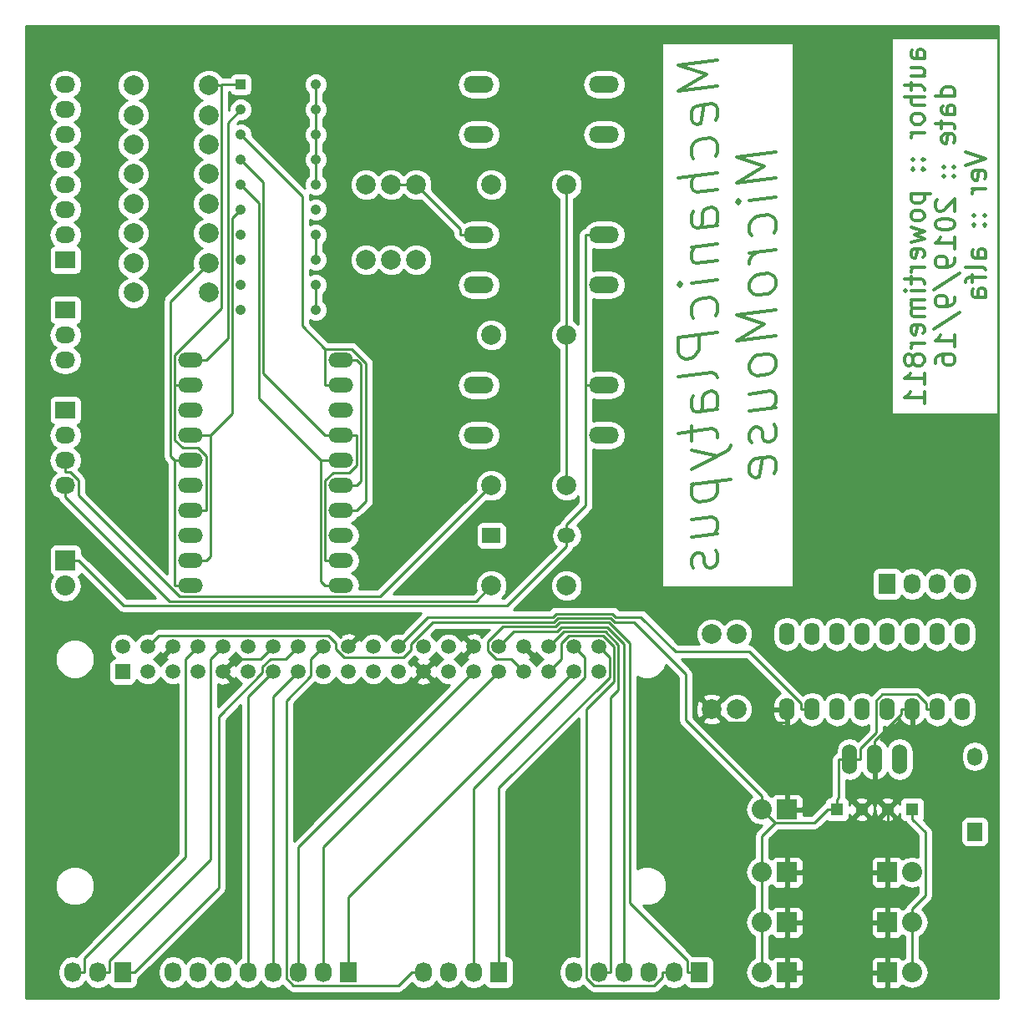
<source format=gbr>
G04 #@! TF.FileFunction,Copper,L2,Bot,Signal*
%FSLAX46Y46*%
G04 Gerber Fmt 4.6, Leading zero omitted, Abs format (unit mm)*
G04 Created by KiCad (PCBNEW 4.0.2+dfsg1-stable) date 2019年09月16日 21時23分18秒*
%MOMM*%
G01*
G04 APERTURE LIST*
%ADD10C,0.100000*%
%ADD11C,0.300000*%
%ADD12R,1.508000X1.508000*%
%ADD13C,1.508000*%
%ADD14R,1.300000X1.300000*%
%ADD15C,1.300000*%
%ADD16R,2.032000X2.032000*%
%ADD17O,2.032000X2.032000*%
%ADD18R,1.727200X2.032000*%
%ADD19O,1.727200X2.032000*%
%ADD20R,2.032000X1.727200*%
%ADD21O,2.032000X1.727200*%
%ADD22C,1.998980*%
%ADD23O,2.524000X1.524000*%
%ADD24R,1.824000X1.524000*%
%ADD25O,1.824000X1.524000*%
%ADD26O,3.048000X1.727200*%
%ADD27O,1.600000X2.300000*%
%ADD28R,1.050000X1.050000*%
%ADD29C,1.050000*%
%ADD30O,1.524000X3.048000*%
%ADD31R,1.524000X1.824000*%
%ADD32O,1.524000X1.824000*%
%ADD33C,0.250000*%
%ADD34C,0.254000*%
G04 APERTURE END LIST*
D10*
D11*
X116804762Y-73999999D02*
X115757143Y-73999999D01*
X115566667Y-73904761D01*
X115471429Y-73714285D01*
X115471429Y-73333333D01*
X115566667Y-73142856D01*
X116709524Y-73999999D02*
X116804762Y-73809523D01*
X116804762Y-73333333D01*
X116709524Y-73142856D01*
X116519048Y-73047618D01*
X116328571Y-73047618D01*
X116138095Y-73142856D01*
X116042857Y-73333333D01*
X116042857Y-73809523D01*
X115947619Y-73999999D01*
X115471429Y-75809523D02*
X116804762Y-75809523D01*
X115471429Y-74952380D02*
X116519048Y-74952380D01*
X116709524Y-75047619D01*
X116804762Y-75238095D01*
X116804762Y-75523809D01*
X116709524Y-75714285D01*
X116614286Y-75809523D01*
X115471429Y-76476190D02*
X115471429Y-77238095D01*
X114804762Y-76761904D02*
X116519048Y-76761904D01*
X116709524Y-76857143D01*
X116804762Y-77047619D01*
X116804762Y-77238095D01*
X116804762Y-77904761D02*
X114804762Y-77904761D01*
X116804762Y-78761904D02*
X115757143Y-78761904D01*
X115566667Y-78666666D01*
X115471429Y-78476190D01*
X115471429Y-78190476D01*
X115566667Y-78000000D01*
X115661905Y-77904761D01*
X116804762Y-80000000D02*
X116709524Y-79809524D01*
X116614286Y-79714285D01*
X116423810Y-79619047D01*
X115852381Y-79619047D01*
X115661905Y-79714285D01*
X115566667Y-79809524D01*
X115471429Y-80000000D01*
X115471429Y-80285714D01*
X115566667Y-80476190D01*
X115661905Y-80571428D01*
X115852381Y-80666666D01*
X116423810Y-80666666D01*
X116614286Y-80571428D01*
X116709524Y-80476190D01*
X116804762Y-80285714D01*
X116804762Y-80000000D01*
X116804762Y-81523809D02*
X115471429Y-81523809D01*
X115852381Y-81523809D02*
X115661905Y-81619048D01*
X115566667Y-81714286D01*
X115471429Y-81904762D01*
X115471429Y-82095238D01*
X116614286Y-84285714D02*
X116709524Y-84380953D01*
X116804762Y-84285714D01*
X116709524Y-84190476D01*
X116614286Y-84285714D01*
X116804762Y-84285714D01*
X115566667Y-84285714D02*
X115661905Y-84380953D01*
X115757143Y-84285714D01*
X115661905Y-84190476D01*
X115566667Y-84285714D01*
X115757143Y-84285714D01*
X116614286Y-85238095D02*
X116709524Y-85333334D01*
X116804762Y-85238095D01*
X116709524Y-85142857D01*
X116614286Y-85238095D01*
X116804762Y-85238095D01*
X115566667Y-85238095D02*
X115661905Y-85333334D01*
X115757143Y-85238095D01*
X115661905Y-85142857D01*
X115566667Y-85238095D01*
X115757143Y-85238095D01*
X115471429Y-87714286D02*
X117471429Y-87714286D01*
X115566667Y-87714286D02*
X115471429Y-87904763D01*
X115471429Y-88285715D01*
X115566667Y-88476191D01*
X115661905Y-88571429D01*
X115852381Y-88666667D01*
X116423810Y-88666667D01*
X116614286Y-88571429D01*
X116709524Y-88476191D01*
X116804762Y-88285715D01*
X116804762Y-87904763D01*
X116709524Y-87714286D01*
X116804762Y-89809525D02*
X116709524Y-89619049D01*
X116614286Y-89523810D01*
X116423810Y-89428572D01*
X115852381Y-89428572D01*
X115661905Y-89523810D01*
X115566667Y-89619049D01*
X115471429Y-89809525D01*
X115471429Y-90095239D01*
X115566667Y-90285715D01*
X115661905Y-90380953D01*
X115852381Y-90476191D01*
X116423810Y-90476191D01*
X116614286Y-90380953D01*
X116709524Y-90285715D01*
X116804762Y-90095239D01*
X116804762Y-89809525D01*
X115471429Y-91142858D02*
X116804762Y-91523811D01*
X115852381Y-91904763D01*
X116804762Y-92285715D01*
X115471429Y-92666668D01*
X116709524Y-94190477D02*
X116804762Y-94000001D01*
X116804762Y-93619049D01*
X116709524Y-93428572D01*
X116519048Y-93333334D01*
X115757143Y-93333334D01*
X115566667Y-93428572D01*
X115471429Y-93619049D01*
X115471429Y-94000001D01*
X115566667Y-94190477D01*
X115757143Y-94285715D01*
X115947619Y-94285715D01*
X116138095Y-93333334D01*
X116804762Y-95142858D02*
X115471429Y-95142858D01*
X115852381Y-95142858D02*
X115661905Y-95238097D01*
X115566667Y-95333335D01*
X115471429Y-95523811D01*
X115471429Y-95714287D01*
X115471429Y-96095239D02*
X115471429Y-96857144D01*
X114804762Y-96380953D02*
X116519048Y-96380953D01*
X116709524Y-96476192D01*
X116804762Y-96666668D01*
X116804762Y-96857144D01*
X116804762Y-97523810D02*
X115471429Y-97523810D01*
X114804762Y-97523810D02*
X114900000Y-97428572D01*
X114995238Y-97523810D01*
X114900000Y-97619049D01*
X114804762Y-97523810D01*
X114995238Y-97523810D01*
X116804762Y-98476191D02*
X115471429Y-98476191D01*
X115661905Y-98476191D02*
X115566667Y-98571430D01*
X115471429Y-98761906D01*
X115471429Y-99047620D01*
X115566667Y-99238096D01*
X115757143Y-99333334D01*
X116804762Y-99333334D01*
X115757143Y-99333334D02*
X115566667Y-99428572D01*
X115471429Y-99619049D01*
X115471429Y-99904763D01*
X115566667Y-100095239D01*
X115757143Y-100190477D01*
X116804762Y-100190477D01*
X116709524Y-101904763D02*
X116804762Y-101714287D01*
X116804762Y-101333335D01*
X116709524Y-101142858D01*
X116519048Y-101047620D01*
X115757143Y-101047620D01*
X115566667Y-101142858D01*
X115471429Y-101333335D01*
X115471429Y-101714287D01*
X115566667Y-101904763D01*
X115757143Y-102000001D01*
X115947619Y-102000001D01*
X116138095Y-101047620D01*
X116804762Y-102857144D02*
X115471429Y-102857144D01*
X115852381Y-102857144D02*
X115661905Y-102952383D01*
X115566667Y-103047621D01*
X115471429Y-103238097D01*
X115471429Y-103428573D01*
X115661905Y-104380954D02*
X115566667Y-104190478D01*
X115471429Y-104095239D01*
X115280952Y-104000001D01*
X115185714Y-104000001D01*
X114995238Y-104095239D01*
X114900000Y-104190478D01*
X114804762Y-104380954D01*
X114804762Y-104761906D01*
X114900000Y-104952382D01*
X114995238Y-105047620D01*
X115185714Y-105142859D01*
X115280952Y-105142859D01*
X115471429Y-105047620D01*
X115566667Y-104952382D01*
X115661905Y-104761906D01*
X115661905Y-104380954D01*
X115757143Y-104190478D01*
X115852381Y-104095239D01*
X116042857Y-104000001D01*
X116423810Y-104000001D01*
X116614286Y-104095239D01*
X116709524Y-104190478D01*
X116804762Y-104380954D01*
X116804762Y-104761906D01*
X116709524Y-104952382D01*
X116614286Y-105047620D01*
X116423810Y-105142859D01*
X116042857Y-105142859D01*
X115852381Y-105047620D01*
X115757143Y-104952382D01*
X115661905Y-104761906D01*
X116804762Y-107047621D02*
X116804762Y-105904763D01*
X116804762Y-106476192D02*
X114804762Y-106476192D01*
X115090476Y-106285716D01*
X115280952Y-106095240D01*
X115376190Y-105904763D01*
X116804762Y-108952383D02*
X116804762Y-107809525D01*
X116804762Y-108380954D02*
X114804762Y-108380954D01*
X115090476Y-108190478D01*
X115280952Y-108000002D01*
X115376190Y-107809525D01*
X119904762Y-77857142D02*
X117904762Y-77857142D01*
X119809524Y-77857142D02*
X119904762Y-77666666D01*
X119904762Y-77285714D01*
X119809524Y-77095238D01*
X119714286Y-76999999D01*
X119523810Y-76904761D01*
X118952381Y-76904761D01*
X118761905Y-76999999D01*
X118666667Y-77095238D01*
X118571429Y-77285714D01*
X118571429Y-77666666D01*
X118666667Y-77857142D01*
X119904762Y-79666666D02*
X118857143Y-79666666D01*
X118666667Y-79571428D01*
X118571429Y-79380952D01*
X118571429Y-79000000D01*
X118666667Y-78809523D01*
X119809524Y-79666666D02*
X119904762Y-79476190D01*
X119904762Y-79000000D01*
X119809524Y-78809523D01*
X119619048Y-78714285D01*
X119428571Y-78714285D01*
X119238095Y-78809523D01*
X119142857Y-79000000D01*
X119142857Y-79476190D01*
X119047619Y-79666666D01*
X118571429Y-80333333D02*
X118571429Y-81095238D01*
X117904762Y-80619047D02*
X119619048Y-80619047D01*
X119809524Y-80714286D01*
X119904762Y-80904762D01*
X119904762Y-81095238D01*
X119809524Y-82523809D02*
X119904762Y-82333333D01*
X119904762Y-81952381D01*
X119809524Y-81761904D01*
X119619048Y-81666666D01*
X118857143Y-81666666D01*
X118666667Y-81761904D01*
X118571429Y-81952381D01*
X118571429Y-82333333D01*
X118666667Y-82523809D01*
X118857143Y-82619047D01*
X119047619Y-82619047D01*
X119238095Y-81666666D01*
X119714286Y-85000000D02*
X119809524Y-85095239D01*
X119904762Y-85000000D01*
X119809524Y-84904762D01*
X119714286Y-85000000D01*
X119904762Y-85000000D01*
X118666667Y-85000000D02*
X118761905Y-85095239D01*
X118857143Y-85000000D01*
X118761905Y-84904762D01*
X118666667Y-85000000D01*
X118857143Y-85000000D01*
X119714286Y-85952381D02*
X119809524Y-86047620D01*
X119904762Y-85952381D01*
X119809524Y-85857143D01*
X119714286Y-85952381D01*
X119904762Y-85952381D01*
X118666667Y-85952381D02*
X118761905Y-86047620D01*
X118857143Y-85952381D01*
X118761905Y-85857143D01*
X118666667Y-85952381D01*
X118857143Y-85952381D01*
X118095238Y-88333334D02*
X118000000Y-88428572D01*
X117904762Y-88619049D01*
X117904762Y-89095239D01*
X118000000Y-89285715D01*
X118095238Y-89380953D01*
X118285714Y-89476192D01*
X118476190Y-89476192D01*
X118761905Y-89380953D01*
X119904762Y-88238096D01*
X119904762Y-89476192D01*
X117904762Y-90714287D02*
X117904762Y-90904763D01*
X118000000Y-91095239D01*
X118095238Y-91190477D01*
X118285714Y-91285715D01*
X118666667Y-91380954D01*
X119142857Y-91380954D01*
X119523810Y-91285715D01*
X119714286Y-91190477D01*
X119809524Y-91095239D01*
X119904762Y-90904763D01*
X119904762Y-90714287D01*
X119809524Y-90523811D01*
X119714286Y-90428573D01*
X119523810Y-90333334D01*
X119142857Y-90238096D01*
X118666667Y-90238096D01*
X118285714Y-90333334D01*
X118095238Y-90428573D01*
X118000000Y-90523811D01*
X117904762Y-90714287D01*
X119904762Y-93285716D02*
X119904762Y-92142858D01*
X119904762Y-92714287D02*
X117904762Y-92714287D01*
X118190476Y-92523811D01*
X118380952Y-92333335D01*
X118476190Y-92142858D01*
X119904762Y-94238097D02*
X119904762Y-94619049D01*
X119809524Y-94809525D01*
X119714286Y-94904763D01*
X119428571Y-95095239D01*
X119047619Y-95190478D01*
X118285714Y-95190478D01*
X118095238Y-95095239D01*
X118000000Y-95000001D01*
X117904762Y-94809525D01*
X117904762Y-94428573D01*
X118000000Y-94238097D01*
X118095238Y-94142858D01*
X118285714Y-94047620D01*
X118761905Y-94047620D01*
X118952381Y-94142858D01*
X119047619Y-94238097D01*
X119142857Y-94428573D01*
X119142857Y-94809525D01*
X119047619Y-95000001D01*
X118952381Y-95095239D01*
X118761905Y-95190478D01*
X117809524Y-97476192D02*
X120380952Y-95761906D01*
X119904762Y-98238097D02*
X119904762Y-98619049D01*
X119809524Y-98809525D01*
X119714286Y-98904763D01*
X119428571Y-99095239D01*
X119047619Y-99190478D01*
X118285714Y-99190478D01*
X118095238Y-99095239D01*
X118000000Y-99000001D01*
X117904762Y-98809525D01*
X117904762Y-98428573D01*
X118000000Y-98238097D01*
X118095238Y-98142858D01*
X118285714Y-98047620D01*
X118761905Y-98047620D01*
X118952381Y-98142858D01*
X119047619Y-98238097D01*
X119142857Y-98428573D01*
X119142857Y-98809525D01*
X119047619Y-99000001D01*
X118952381Y-99095239D01*
X118761905Y-99190478D01*
X117809524Y-101476192D02*
X120380952Y-99761906D01*
X119904762Y-103190478D02*
X119904762Y-102047620D01*
X119904762Y-102619049D02*
X117904762Y-102619049D01*
X118190476Y-102428573D01*
X118380952Y-102238097D01*
X118476190Y-102047620D01*
X117904762Y-104904763D02*
X117904762Y-104523811D01*
X118000000Y-104333335D01*
X118095238Y-104238097D01*
X118380952Y-104047620D01*
X118761905Y-103952382D01*
X119523810Y-103952382D01*
X119714286Y-104047620D01*
X119809524Y-104142859D01*
X119904762Y-104333335D01*
X119904762Y-104714287D01*
X119809524Y-104904763D01*
X119714286Y-105000001D01*
X119523810Y-105095240D01*
X119047619Y-105095240D01*
X118857143Y-105000001D01*
X118761905Y-104904763D01*
X118666667Y-104714287D01*
X118666667Y-104333335D01*
X118761905Y-104142859D01*
X118857143Y-104047620D01*
X119047619Y-103952382D01*
X121004762Y-83476190D02*
X123004762Y-84142857D01*
X121004762Y-84809524D01*
X122909524Y-86238095D02*
X123004762Y-86047619D01*
X123004762Y-85666667D01*
X122909524Y-85476190D01*
X122719048Y-85380952D01*
X121957143Y-85380952D01*
X121766667Y-85476190D01*
X121671429Y-85666667D01*
X121671429Y-86047619D01*
X121766667Y-86238095D01*
X121957143Y-86333333D01*
X122147619Y-86333333D01*
X122338095Y-85380952D01*
X123004762Y-87190476D02*
X121671429Y-87190476D01*
X122052381Y-87190476D02*
X121861905Y-87285715D01*
X121766667Y-87380953D01*
X121671429Y-87571429D01*
X121671429Y-87761905D01*
X122814286Y-89952381D02*
X122909524Y-90047620D01*
X123004762Y-89952381D01*
X122909524Y-89857143D01*
X122814286Y-89952381D01*
X123004762Y-89952381D01*
X121766667Y-89952381D02*
X121861905Y-90047620D01*
X121957143Y-89952381D01*
X121861905Y-89857143D01*
X121766667Y-89952381D01*
X121957143Y-89952381D01*
X122814286Y-90904762D02*
X122909524Y-91000001D01*
X123004762Y-90904762D01*
X122909524Y-90809524D01*
X122814286Y-90904762D01*
X123004762Y-90904762D01*
X121766667Y-90904762D02*
X121861905Y-91000001D01*
X121957143Y-90904762D01*
X121861905Y-90809524D01*
X121766667Y-90904762D01*
X121957143Y-90904762D01*
X123004762Y-94238096D02*
X121957143Y-94238096D01*
X121766667Y-94142858D01*
X121671429Y-93952382D01*
X121671429Y-93571430D01*
X121766667Y-93380953D01*
X122909524Y-94238096D02*
X123004762Y-94047620D01*
X123004762Y-93571430D01*
X122909524Y-93380953D01*
X122719048Y-93285715D01*
X122528571Y-93285715D01*
X122338095Y-93380953D01*
X122242857Y-93571430D01*
X122242857Y-94047620D01*
X122147619Y-94238096D01*
X123004762Y-95476192D02*
X122909524Y-95285716D01*
X122719048Y-95190477D01*
X121004762Y-95190477D01*
X121671429Y-95952382D02*
X121671429Y-96714287D01*
X123004762Y-96238096D02*
X121290476Y-96238096D01*
X121100000Y-96333335D01*
X121004762Y-96523811D01*
X121004762Y-96714287D01*
X123004762Y-98238096D02*
X121957143Y-98238096D01*
X121766667Y-98142858D01*
X121671429Y-97952382D01*
X121671429Y-97571430D01*
X121766667Y-97380953D01*
X122909524Y-98238096D02*
X123004762Y-98047620D01*
X123004762Y-97571430D01*
X122909524Y-97380953D01*
X122719048Y-97285715D01*
X122528571Y-97285715D01*
X122338095Y-97380953D01*
X122242857Y-97571430D01*
X122242857Y-98047620D01*
X122147619Y-98238096D01*
X95859524Y-74154762D02*
X91859524Y-74654762D01*
X94716667Y-75630952D01*
X91859524Y-77321429D01*
X95859524Y-76821429D01*
X95669048Y-80273809D02*
X95859524Y-79869048D01*
X95859524Y-79107143D01*
X95669048Y-78750000D01*
X95288095Y-78607143D01*
X93764286Y-78797619D01*
X93383333Y-79035714D01*
X93192857Y-79440476D01*
X93192857Y-80202381D01*
X93383333Y-80559523D01*
X93764286Y-80702381D01*
X94145238Y-80654762D01*
X94526190Y-78702381D01*
X95669048Y-83892857D02*
X95859524Y-83488095D01*
X95859524Y-82726191D01*
X95669048Y-82369047D01*
X95478571Y-82202381D01*
X95097619Y-82059524D01*
X93954762Y-82202381D01*
X93573810Y-82440476D01*
X93383333Y-82654761D01*
X93192857Y-83059524D01*
X93192857Y-83821428D01*
X93383333Y-84178571D01*
X95859524Y-85583333D02*
X91859524Y-86083333D01*
X95859524Y-87297619D02*
X93764286Y-87559523D01*
X93383333Y-87416665D01*
X93192857Y-87059523D01*
X93192857Y-86488095D01*
X93383333Y-86083332D01*
X93573810Y-85869047D01*
X95859524Y-90916667D02*
X93764286Y-91178571D01*
X93383333Y-91035713D01*
X93192857Y-90678571D01*
X93192857Y-89916666D01*
X93383333Y-89511904D01*
X95669048Y-90940476D02*
X95859524Y-90535714D01*
X95859524Y-89583333D01*
X95669048Y-89226190D01*
X95288095Y-89083333D01*
X94907143Y-89130952D01*
X94526190Y-89369047D01*
X94335714Y-89773809D01*
X94335714Y-90726190D01*
X94145238Y-91130952D01*
X93192857Y-93154762D02*
X95859524Y-92821429D01*
X93573810Y-93107143D02*
X93383333Y-93321428D01*
X93192857Y-93726191D01*
X93192857Y-94297619D01*
X93383333Y-94654761D01*
X93764286Y-94797619D01*
X95859524Y-94535715D01*
X95859524Y-96440477D02*
X93192857Y-96773810D01*
X91859524Y-96940477D02*
X92050000Y-96726191D01*
X92240476Y-96892858D01*
X92050000Y-97107143D01*
X91859524Y-96940477D01*
X92240476Y-96892858D01*
X95669048Y-100083334D02*
X95859524Y-99678572D01*
X95859524Y-98916668D01*
X95669048Y-98559524D01*
X95478571Y-98392858D01*
X95097619Y-98250001D01*
X93954762Y-98392858D01*
X93573810Y-98630953D01*
X93383333Y-98845238D01*
X93192857Y-99250001D01*
X93192857Y-100011905D01*
X93383333Y-100369048D01*
X95859524Y-101773810D02*
X91859524Y-102273810D01*
X91859524Y-103797619D01*
X92050000Y-104154762D01*
X92240476Y-104321429D01*
X92621429Y-104464285D01*
X93192857Y-104392857D01*
X93573810Y-104154762D01*
X93764286Y-103940476D01*
X93954762Y-103535714D01*
X93954762Y-102011905D01*
X95859524Y-106345239D02*
X95669048Y-105988095D01*
X95288095Y-105845238D01*
X91859524Y-106273810D01*
X95859524Y-109583334D02*
X93764286Y-109845238D01*
X93383333Y-109702380D01*
X93192857Y-109345238D01*
X93192857Y-108583333D01*
X93383333Y-108178571D01*
X95669048Y-109607143D02*
X95859524Y-109202381D01*
X95859524Y-108250000D01*
X95669048Y-107892857D01*
X95288095Y-107750000D01*
X94907143Y-107797619D01*
X94526190Y-108035714D01*
X94335714Y-108440476D01*
X94335714Y-109392857D01*
X94145238Y-109797619D01*
X93192857Y-111250000D02*
X93192857Y-112773810D01*
X91859524Y-111988096D02*
X95288095Y-111559524D01*
X95669048Y-111702381D01*
X95859524Y-112059525D01*
X95859524Y-112440477D01*
X93192857Y-113726191D02*
X95859524Y-114345239D01*
X93192857Y-115630952D02*
X95859524Y-114345239D01*
X96811905Y-113845238D01*
X97002381Y-113630952D01*
X97192857Y-113226191D01*
X93192857Y-117154762D02*
X97192857Y-116654762D01*
X93383333Y-117130952D02*
X93192857Y-117535714D01*
X93192857Y-118297619D01*
X93383333Y-118654761D01*
X93573810Y-118821429D01*
X93954762Y-118964286D01*
X95097619Y-118821429D01*
X95478571Y-118583334D01*
X95669048Y-118369047D01*
X95859524Y-117964286D01*
X95859524Y-117202381D01*
X95669048Y-116845238D01*
X93192857Y-122488096D02*
X95859524Y-122154763D01*
X93192857Y-120773810D02*
X95288095Y-120511905D01*
X95669048Y-120654762D01*
X95859524Y-121011906D01*
X95859524Y-121583334D01*
X95669048Y-121988095D01*
X95478571Y-122202382D01*
X95669048Y-123892858D02*
X95859524Y-124250001D01*
X95859524Y-125011906D01*
X95669048Y-125416667D01*
X95288095Y-125654762D01*
X95097619Y-125678572D01*
X94716667Y-125535715D01*
X94526190Y-125178572D01*
X94526190Y-124607143D01*
X94335714Y-124250001D01*
X93954762Y-124107144D01*
X93764286Y-124130953D01*
X93383333Y-124369048D01*
X93192857Y-124773810D01*
X93192857Y-125345239D01*
X93383333Y-125702381D01*
X101759524Y-83488096D02*
X97759524Y-83988096D01*
X100616667Y-84964286D01*
X97759524Y-86654763D01*
X101759524Y-86154763D01*
X101759524Y-88059525D02*
X99092857Y-88392858D01*
X97759524Y-88559525D02*
X97950000Y-88345239D01*
X98140476Y-88511906D01*
X97950000Y-88726191D01*
X97759524Y-88559525D01*
X98140476Y-88511906D01*
X101569048Y-91702382D02*
X101759524Y-91297620D01*
X101759524Y-90535716D01*
X101569048Y-90178572D01*
X101378571Y-90011906D01*
X100997619Y-89869049D01*
X99854762Y-90011906D01*
X99473810Y-90250001D01*
X99283333Y-90464286D01*
X99092857Y-90869049D01*
X99092857Y-91630953D01*
X99283333Y-91988096D01*
X101759524Y-93392858D02*
X99092857Y-93726191D01*
X99854762Y-93630953D02*
X99473810Y-93869048D01*
X99283333Y-94083333D01*
X99092857Y-94488096D01*
X99092857Y-94869048D01*
X101759524Y-96440477D02*
X101569048Y-96083333D01*
X101378571Y-95916667D01*
X100997619Y-95773810D01*
X99854762Y-95916667D01*
X99473810Y-96154762D01*
X99283333Y-96369047D01*
X99092857Y-96773810D01*
X99092857Y-97345238D01*
X99283333Y-97702380D01*
X99473810Y-97869048D01*
X99854762Y-98011905D01*
X100997619Y-97869048D01*
X101378571Y-97630953D01*
X101569048Y-97416666D01*
X101759524Y-97011905D01*
X101759524Y-96440477D01*
X101759524Y-99488096D02*
X97759524Y-99988096D01*
X100616667Y-100964286D01*
X97759524Y-102654763D01*
X101759524Y-102154763D01*
X101759524Y-104630954D02*
X101569048Y-104273810D01*
X101378571Y-104107144D01*
X100997619Y-103964287D01*
X99854762Y-104107144D01*
X99473810Y-104345239D01*
X99283333Y-104559524D01*
X99092857Y-104964287D01*
X99092857Y-105535715D01*
X99283333Y-105892857D01*
X99473810Y-106059525D01*
X99854762Y-106202382D01*
X100997619Y-106059525D01*
X101378571Y-105821430D01*
X101569048Y-105607143D01*
X101759524Y-105202382D01*
X101759524Y-104630954D01*
X99092857Y-109726192D02*
X101759524Y-109392859D01*
X99092857Y-108011906D02*
X101188095Y-107750001D01*
X101569048Y-107892858D01*
X101759524Y-108250002D01*
X101759524Y-108821430D01*
X101569048Y-109226191D01*
X101378571Y-109440478D01*
X101569048Y-111130954D02*
X101759524Y-111488097D01*
X101759524Y-112250002D01*
X101569048Y-112654763D01*
X101188095Y-112892858D01*
X100997619Y-112916668D01*
X100616667Y-112773811D01*
X100426190Y-112416668D01*
X100426190Y-111845239D01*
X100235714Y-111488097D01*
X99854762Y-111345240D01*
X99664286Y-111369049D01*
X99283333Y-111607144D01*
X99092857Y-112011906D01*
X99092857Y-112583335D01*
X99283333Y-112940477D01*
X101569048Y-116083334D02*
X101759524Y-115678573D01*
X101759524Y-114916668D01*
X101569048Y-114559525D01*
X101188095Y-114416668D01*
X99664286Y-114607144D01*
X99283333Y-114845239D01*
X99092857Y-115250001D01*
X99092857Y-116011906D01*
X99283333Y-116369048D01*
X99664286Y-116511906D01*
X100045238Y-116464287D01*
X100426190Y-114511906D01*
D12*
X35560000Y-136160000D03*
D13*
X35560000Y-133620000D03*
X38100000Y-136160000D03*
X38100000Y-133620000D03*
X40640000Y-136160000D03*
X40640000Y-133620000D03*
X43180000Y-136160000D03*
X43180000Y-133620000D03*
X45720000Y-136160000D03*
X45720000Y-133620000D03*
X48260000Y-136160000D03*
X48260000Y-133620000D03*
X50800000Y-136160000D03*
X50800000Y-133620000D03*
X53340000Y-136160000D03*
X53340000Y-133620000D03*
X55880000Y-136160000D03*
X55880000Y-133620000D03*
X58420000Y-136160000D03*
X58420000Y-133620000D03*
X60960000Y-136160000D03*
X60960000Y-133620000D03*
X63500000Y-136160000D03*
X63500000Y-133620000D03*
X66040000Y-136160000D03*
X66040000Y-133620000D03*
X68580000Y-136160000D03*
X68580000Y-133620000D03*
X71120000Y-136160000D03*
X71120000Y-133620000D03*
X73660000Y-136160000D03*
X73660000Y-133620000D03*
X76200000Y-136160000D03*
X76200000Y-133620000D03*
X78740000Y-136160000D03*
X78740000Y-133620000D03*
X81280000Y-136160000D03*
X81280000Y-133620000D03*
X83820000Y-136160000D03*
X83820000Y-133620000D03*
D14*
X115570000Y-150130000D03*
D15*
X113070000Y-150130000D03*
D14*
X107950000Y-150130000D03*
D15*
X110450000Y-150130000D03*
D16*
X113030000Y-161560000D03*
D17*
X115570000Y-161560000D03*
D16*
X113030000Y-166640000D03*
D17*
X115570000Y-166640000D03*
D16*
X113030000Y-156480000D03*
D17*
X115570000Y-156480000D03*
D16*
X102870000Y-150130000D03*
D17*
X100330000Y-150130000D03*
D16*
X102870000Y-156480000D03*
D17*
X100330000Y-156480000D03*
D16*
X102870000Y-161560000D03*
D17*
X100330000Y-161560000D03*
D16*
X102870000Y-166640000D03*
D17*
X100330000Y-166640000D03*
D18*
X113030000Y-127270000D03*
D19*
X115570000Y-127270000D03*
X118110000Y-127270000D03*
X120650000Y-127270000D03*
D18*
X93980000Y-166640000D03*
D19*
X91440000Y-166640000D03*
X88900000Y-166640000D03*
X86360000Y-166640000D03*
X83820000Y-166640000D03*
X81280000Y-166640000D03*
D18*
X58420000Y-166640000D03*
D19*
X55880000Y-166640000D03*
X53340000Y-166640000D03*
X50800000Y-166640000D03*
X48260000Y-166640000D03*
X45720000Y-166640000D03*
X43180000Y-166640000D03*
X40640000Y-166640000D03*
D18*
X73660000Y-166640000D03*
D19*
X71120000Y-166640000D03*
X68580000Y-166640000D03*
X66040000Y-166640000D03*
D18*
X35560000Y-166640000D03*
D19*
X33020000Y-166640000D03*
X30480000Y-166640000D03*
D16*
X29730000Y-124910000D03*
D17*
X29730000Y-127450000D03*
D20*
X29730000Y-99510000D03*
D21*
X29730000Y-102050000D03*
X29730000Y-104590000D03*
D20*
X29730000Y-94430000D03*
D21*
X29730000Y-91890000D03*
X29730000Y-89350000D03*
X29730000Y-86810000D03*
X29730000Y-84270000D03*
X29730000Y-81730000D03*
X29730000Y-79190000D03*
X29730000Y-76650000D03*
D20*
X29730000Y-109670000D03*
D21*
X29730000Y-112210000D03*
X29730000Y-114750000D03*
X29730000Y-117290000D03*
D22*
X97790000Y-139970000D03*
X97790000Y-132350000D03*
X95250000Y-132350000D03*
X95250000Y-139970000D03*
X44250000Y-76740000D03*
X36630000Y-76740000D03*
X44250000Y-79740000D03*
X36630000Y-79740000D03*
X44250000Y-82740000D03*
X36630000Y-82740000D03*
X44250000Y-85740000D03*
X36630000Y-85740000D03*
X44250000Y-88740000D03*
X36630000Y-88740000D03*
X60210000Y-94430000D03*
X60210000Y-86810000D03*
X44250000Y-91740000D03*
X36630000Y-91740000D03*
X44250000Y-94740000D03*
X36630000Y-94740000D03*
X44250000Y-97740000D03*
X36630000Y-97740000D03*
X62750000Y-94430000D03*
X62750000Y-86810000D03*
X80530000Y-127450000D03*
X72910000Y-127450000D03*
X80530000Y-117290000D03*
X72910000Y-117290000D03*
X80530000Y-102050000D03*
X72910000Y-102050000D03*
X80530000Y-86810000D03*
X72910000Y-86810000D03*
X65290000Y-94430000D03*
X65290000Y-86810000D03*
D23*
X57670000Y-127450000D03*
X57670000Y-124910000D03*
X57670000Y-122370000D03*
X57670000Y-119830000D03*
X57670000Y-117290000D03*
X42430000Y-117290000D03*
X42430000Y-119830000D03*
X42430000Y-122370000D03*
X42430000Y-124910000D03*
X42430000Y-127450000D03*
X57670000Y-114750000D03*
X57670000Y-112210000D03*
X57670000Y-109670000D03*
X57670000Y-107130000D03*
X57670000Y-104590000D03*
X42430000Y-104590000D03*
X42430000Y-107130000D03*
X42430000Y-109670000D03*
X42430000Y-112210000D03*
X42430000Y-114750000D03*
D24*
X72910000Y-122370000D03*
D25*
X80530000Y-122370000D03*
D26*
X71640000Y-112210000D03*
X71640000Y-107130000D03*
X84340000Y-112210000D03*
X84340000Y-107130000D03*
X71640000Y-96970000D03*
X71640000Y-91890000D03*
X84340000Y-96970000D03*
X84340000Y-91890000D03*
X71640000Y-81730000D03*
X71640000Y-76650000D03*
X84340000Y-81730000D03*
X84340000Y-76650000D03*
D27*
X120650000Y-132350000D03*
X118110000Y-132350000D03*
X115570000Y-132350000D03*
X113030000Y-132350000D03*
X110490000Y-132350000D03*
X107950000Y-132350000D03*
X105410000Y-132350000D03*
X102870000Y-132350000D03*
X102870000Y-139970000D03*
X105410000Y-139970000D03*
X107950000Y-139970000D03*
X110490000Y-139970000D03*
X113030000Y-139970000D03*
X115570000Y-139970000D03*
X118110000Y-139970000D03*
X120650000Y-139970000D03*
D28*
X47510000Y-76650000D03*
D29*
X47510000Y-79190000D03*
X47510000Y-81730000D03*
X47510000Y-84270000D03*
X47510000Y-86810000D03*
X47510000Y-89350000D03*
X47510000Y-91890000D03*
X47510000Y-94430000D03*
X47510000Y-96970000D03*
X47510000Y-99510000D03*
X55110000Y-99510000D03*
X55110000Y-96970000D03*
X55110000Y-94430000D03*
X55110000Y-91890000D03*
X55110000Y-89350000D03*
X55110000Y-86810000D03*
X55110000Y-84270000D03*
X55110000Y-81730000D03*
X55110000Y-79190000D03*
X55110000Y-76650000D03*
D30*
X114300000Y-145050000D03*
X111760000Y-145050000D03*
X109220000Y-145050000D03*
D31*
X121920000Y-152400000D03*
D32*
X121920000Y-144780000D03*
D33*
X100330000Y-166640000D02*
X100330000Y-161560000D01*
X107950000Y-150130000D02*
X106974700Y-150130000D01*
X105633300Y-151471400D02*
X101671400Y-151471400D01*
X106974700Y-150130000D02*
X105633300Y-151471400D01*
X100330000Y-152812800D02*
X100330000Y-156480000D01*
X101671400Y-151471400D02*
X100330000Y-152812800D01*
X100330000Y-156480000D02*
X100330000Y-161560000D01*
X101671400Y-151471400D02*
X100330000Y-150130000D01*
X108132700Y-148972000D02*
X107950000Y-149154700D01*
X108132700Y-145050000D02*
X108132700Y-148972000D01*
X109220000Y-145050000D02*
X108132700Y-145050000D01*
X107950000Y-150130000D02*
X107950000Y-149154700D01*
X110307300Y-143962700D02*
X110307300Y-145050000D01*
X111904600Y-142365400D02*
X110307300Y-143962700D01*
X111904600Y-139102100D02*
X111904600Y-142365400D01*
X112538300Y-138468400D02*
X111904600Y-139102100D01*
X116045700Y-138468400D02*
X112538300Y-138468400D01*
X116984700Y-139407400D02*
X116045700Y-138468400D01*
X116984700Y-139970000D02*
X116984700Y-139407400D01*
X118110000Y-139970000D02*
X116984700Y-139970000D01*
X109220000Y-145050000D02*
X110307300Y-145050000D01*
X100330000Y-150130000D02*
X100330000Y-148788700D01*
X39199800Y-132520200D02*
X38100000Y-133620000D01*
X56376800Y-132520200D02*
X39199800Y-132520200D01*
X57150000Y-133293400D02*
X56376800Y-132520200D01*
X57150000Y-133879100D02*
X57150000Y-133293400D01*
X57970300Y-134699400D02*
X57150000Y-133879100D01*
X64016900Y-134699400D02*
X57970300Y-134699400D01*
X64766200Y-133950100D02*
X64016900Y-134699400D01*
X64766200Y-133367300D02*
X64766200Y-133950100D01*
X67005100Y-131128400D02*
X64766200Y-133367300D01*
X79281500Y-131128400D02*
X67005100Y-131128400D01*
X79672900Y-130737000D02*
X79281500Y-131128400D01*
X85013300Y-130737000D02*
X79672900Y-130737000D01*
X85404700Y-131128400D02*
X85013300Y-130737000D01*
X87333300Y-131128400D02*
X85404700Y-131128400D01*
X92629700Y-136424800D02*
X87333300Y-131128400D01*
X92629700Y-141088400D02*
X92629700Y-136424800D01*
X100330000Y-148788700D02*
X92629700Y-141088400D01*
X102870000Y-166640000D02*
X102870000Y-161560000D01*
X113030000Y-166640000D02*
X113030000Y-161560000D01*
X113030000Y-156480000D02*
X113030000Y-161560000D01*
X113070000Y-155098700D02*
X113070000Y-150130000D01*
X113030000Y-155138700D02*
X113070000Y-155098700D01*
X113030000Y-156480000D02*
X113030000Y-155138700D01*
X111760000Y-148820000D02*
X113070000Y-150130000D01*
X111760000Y-148820000D02*
X110450000Y-150130000D01*
X111760000Y-148820000D02*
X111760000Y-145050000D01*
X114444700Y-140516000D02*
X114444700Y-139970000D01*
X111760000Y-143200700D02*
X114444700Y-140516000D01*
X111760000Y-145050000D02*
X111760000Y-143200700D01*
X115570000Y-139970000D02*
X114444700Y-139970000D01*
X46990000Y-134890000D02*
X45720000Y-136160000D01*
X49530000Y-134890000D02*
X46990000Y-134890000D01*
X50800000Y-133620000D02*
X49530000Y-134890000D01*
X96580300Y-141300300D02*
X95250000Y-139970000D01*
X102870000Y-141300300D02*
X96580300Y-141300300D01*
X102870000Y-139970000D02*
X102870000Y-141300300D01*
X102870000Y-141300300D02*
X102870000Y-150130000D01*
X102870000Y-156480000D02*
X102870000Y-161560000D01*
X30480000Y-166640000D02*
X31668900Y-166640000D01*
X31668900Y-165187600D02*
X31668900Y-166640000D01*
X41910000Y-154946500D02*
X31668900Y-165187600D01*
X41910000Y-134890000D02*
X41910000Y-154946500D01*
X43180000Y-133620000D02*
X41910000Y-134890000D01*
X44450000Y-134890000D02*
X45720000Y-133620000D01*
X44450000Y-155210000D02*
X44450000Y-134890000D01*
X34208900Y-165451100D02*
X44450000Y-155210000D01*
X34208900Y-166640000D02*
X34208900Y-165451100D01*
X33020000Y-166640000D02*
X34208900Y-166640000D01*
X48260000Y-138700000D02*
X50800000Y-136160000D01*
X48260000Y-166640000D02*
X48260000Y-138700000D01*
X50800000Y-138700000D02*
X53340000Y-136160000D01*
X50800000Y-166640000D02*
X50800000Y-138700000D01*
X35560000Y-166640000D02*
X36748900Y-166640000D01*
X45269600Y-158119300D02*
X36748900Y-166640000D01*
X45269600Y-140725600D02*
X45269600Y-158119300D01*
X49720700Y-136274500D02*
X45269600Y-140725600D01*
X49720700Y-135676100D02*
X49720700Y-136274500D01*
X50506800Y-134890000D02*
X49720700Y-135676100D01*
X52070000Y-134890000D02*
X50506800Y-134890000D01*
X53340000Y-133620000D02*
X52070000Y-134890000D01*
X54610000Y-134890000D02*
X55880000Y-133620000D01*
X54610000Y-136598200D02*
X54610000Y-134890000D01*
X52115800Y-139092400D02*
X54610000Y-136598200D01*
X52115800Y-167253600D02*
X52115800Y-139092400D01*
X52844200Y-167982000D02*
X52115800Y-167253600D01*
X63509100Y-167982000D02*
X52844200Y-167982000D01*
X64851100Y-166640000D02*
X63509100Y-167982000D01*
X66040000Y-166640000D02*
X64851100Y-166640000D01*
X105410000Y-139970000D02*
X104284700Y-139970000D01*
X66489400Y-130630600D02*
X63500000Y-133620000D01*
X79142400Y-130630600D02*
X66489400Y-130630600D01*
X79486300Y-130286700D02*
X79142400Y-130630600D01*
X85199900Y-130286700D02*
X79486300Y-130286700D01*
X85543800Y-130630600D02*
X85199900Y-130286700D01*
X88064300Y-130630600D02*
X85543800Y-130630600D01*
X91580100Y-134146400D02*
X88064300Y-130630600D01*
X99023700Y-134146400D02*
X91580100Y-134146400D01*
X104284700Y-139407400D02*
X99023700Y-134146400D01*
X104284700Y-139970000D02*
X104284700Y-139407400D01*
X53340000Y-153940000D02*
X71120000Y-136160000D01*
X53340000Y-166640000D02*
X53340000Y-153940000D01*
X55880000Y-153940000D02*
X73660000Y-136160000D01*
X55880000Y-166640000D02*
X55880000Y-153940000D01*
X75192800Y-132087200D02*
X73660000Y-133620000D01*
X79596500Y-132087200D02*
X75192800Y-132087200D01*
X80046100Y-131637600D02*
X79596500Y-132087200D01*
X84640100Y-131637600D02*
X80046100Y-131637600D01*
X86360000Y-133357500D02*
X84640100Y-131637600D01*
X86360000Y-166640000D02*
X86360000Y-133357500D01*
X93980000Y-166640000D02*
X92791100Y-166640000D01*
X74930000Y-134890000D02*
X76200000Y-136160000D01*
X73401000Y-134890000D02*
X74930000Y-134890000D01*
X72580600Y-134069600D02*
X73401000Y-134890000D01*
X72580600Y-133103600D02*
X72580600Y-134069600D01*
X74093400Y-131590800D02*
X72580600Y-133103600D01*
X79456000Y-131590800D02*
X74093400Y-131590800D01*
X79859500Y-131187300D02*
X79456000Y-131590800D01*
X84826700Y-131187300D02*
X79859500Y-131187300D01*
X86931600Y-133292200D02*
X84826700Y-131187300D01*
X86931600Y-159591600D02*
X86931600Y-133292200D01*
X92791100Y-165451100D02*
X86931600Y-159591600D01*
X92791100Y-166640000D02*
X92791100Y-165451100D01*
X80010000Y-134890000D02*
X78740000Y-136160000D01*
X80010000Y-133318000D02*
X80010000Y-134890000D01*
X80789700Y-132538300D02*
X80010000Y-133318000D01*
X84267000Y-132538300D02*
X80789700Y-132538300D01*
X85355300Y-133626600D02*
X84267000Y-132538300D01*
X85355300Y-137199600D02*
X85355300Y-133626600D01*
X82550000Y-140004900D02*
X85355300Y-137199600D01*
X82550000Y-167206500D02*
X82550000Y-140004900D01*
X83334600Y-167991100D02*
X82550000Y-167206500D01*
X89420100Y-167991100D02*
X83334600Y-167991100D01*
X90251100Y-167160100D02*
X89420100Y-167991100D01*
X90251100Y-166640000D02*
X90251100Y-167160100D01*
X91440000Y-166640000D02*
X90251100Y-166640000D01*
X83820000Y-166640000D02*
X85008900Y-166640000D01*
X80272100Y-132087900D02*
X78740000Y-133620000D01*
X84453500Y-132087900D02*
X80272100Y-132087900D01*
X85805700Y-133440100D02*
X84453500Y-132087900D01*
X85805700Y-138023000D02*
X85805700Y-133440100D01*
X85008900Y-138819800D02*
X85805700Y-138023000D01*
X85008900Y-166640000D02*
X85008900Y-138819800D01*
X58420000Y-159020000D02*
X81280000Y-136160000D01*
X58420000Y-166640000D02*
X58420000Y-159020000D01*
X82391200Y-134731200D02*
X81280000Y-133620000D01*
X82391200Y-136757000D02*
X82391200Y-134731200D01*
X71120000Y-148028200D02*
X82391200Y-136757000D01*
X71120000Y-166640000D02*
X71120000Y-148028200D01*
X73660000Y-147957500D02*
X73660000Y-166640000D01*
X84899500Y-136718000D02*
X73660000Y-147957500D01*
X84899500Y-134699500D02*
X84899500Y-136718000D01*
X83820000Y-133620000D02*
X84899500Y-134699500D01*
X115570000Y-166640000D02*
X115570000Y-161560000D01*
X116911300Y-158877400D02*
X115570000Y-160218700D01*
X116911300Y-152446600D02*
X116911300Y-158877400D01*
X115570000Y-151105300D02*
X116911300Y-152446600D01*
X115570000Y-150130000D02*
X115570000Y-151105300D01*
X115570000Y-161560000D02*
X115570000Y-160218700D01*
X44017300Y-114293600D02*
X44017300Y-119830000D01*
X43203700Y-113480000D02*
X44017300Y-114293600D01*
X41650100Y-113480000D02*
X43203700Y-113480000D01*
X40842700Y-112672600D02*
X41650100Y-113480000D01*
X40842700Y-107130000D02*
X40842700Y-112672600D01*
X42430000Y-119830000D02*
X44017300Y-119830000D01*
X42430000Y-107130000D02*
X40955300Y-107130000D01*
X40955300Y-107130000D02*
X40842700Y-107130000D01*
X45574900Y-76740000D02*
X44250000Y-76740000D01*
X45574900Y-99346500D02*
X45574900Y-76740000D01*
X40842700Y-104078700D02*
X45574900Y-99346500D01*
X40842700Y-107130000D02*
X40842700Y-104078700D01*
X45664900Y-76650000D02*
X47510000Y-76650000D01*
X45574900Y-76740000D02*
X45664900Y-76650000D01*
X55110000Y-76650000D02*
X55110000Y-79190000D01*
X55110000Y-79190000D02*
X55110000Y-81730000D01*
X55110000Y-81730000D02*
X55110000Y-84270000D01*
X55110000Y-84270000D02*
X55110000Y-86810000D01*
X55110000Y-91890000D02*
X55110000Y-94430000D01*
X55110000Y-96970000D02*
X55110000Y-99510000D01*
X42430000Y-104590000D02*
X44017300Y-104590000D01*
X46207500Y-102399800D02*
X44017300Y-104590000D01*
X46207500Y-80492500D02*
X46207500Y-102399800D01*
X47510000Y-79190000D02*
X46207500Y-80492500D01*
X57670000Y-107130000D02*
X56082700Y-107130000D01*
X57670000Y-119830000D02*
X59257300Y-119830000D01*
X56082700Y-103451500D02*
X56082700Y-107130000D01*
X53765500Y-101134300D02*
X56082700Y-103451500D01*
X53765500Y-87985500D02*
X53765500Y-101134300D01*
X47510000Y-81730000D02*
X53765500Y-87985500D01*
X60219600Y-118867700D02*
X59257300Y-119830000D01*
X60219600Y-104915400D02*
X60219600Y-118867700D01*
X58755700Y-103451500D02*
X60219600Y-104915400D01*
X56082700Y-103451500D02*
X58755700Y-103451500D01*
X56082700Y-116810600D02*
X56082700Y-124910000D01*
X56873300Y-116020000D02*
X56082700Y-116810600D01*
X58469100Y-116020000D02*
X56873300Y-116020000D01*
X59257300Y-115231800D02*
X58469100Y-116020000D01*
X59257300Y-112210000D02*
X59257300Y-115231800D01*
X57670000Y-112210000D02*
X59257300Y-112210000D01*
X57670000Y-124910000D02*
X56082700Y-124910000D01*
X57670000Y-112210000D02*
X56082700Y-112210000D01*
X49795100Y-105922400D02*
X56082700Y-112210000D01*
X49795100Y-86555100D02*
X49795100Y-105922400D01*
X47510000Y-84270000D02*
X49795100Y-86555100D01*
X57670000Y-114750000D02*
X56082700Y-114750000D01*
X57670000Y-127450000D02*
X56082700Y-127450000D01*
X55630200Y-126997500D02*
X56082700Y-127450000D01*
X55630200Y-114750000D02*
X55630200Y-126997500D01*
X56082700Y-114750000D02*
X55630200Y-114750000D01*
X49344600Y-88644600D02*
X47510000Y-86810000D01*
X49344600Y-108464400D02*
X49344600Y-88644600D01*
X55630200Y-114750000D02*
X49344600Y-108464400D01*
X42430000Y-112210000D02*
X44017300Y-112210000D01*
X44017300Y-112210000D02*
X44467500Y-112210000D01*
X46657900Y-90202100D02*
X47510000Y-89350000D01*
X46657900Y-110019600D02*
X46657900Y-90202100D01*
X44467500Y-112210000D02*
X46657900Y-110019600D01*
X44467700Y-124459600D02*
X44017300Y-124910000D01*
X44467700Y-112210200D02*
X44467700Y-124459600D01*
X44467500Y-112210000D02*
X44467700Y-112210200D01*
X42430000Y-124910000D02*
X44017300Y-124910000D01*
X42430000Y-114750000D02*
X40842700Y-114750000D01*
X42430000Y-127450000D02*
X40842700Y-127450000D01*
X40369100Y-114276400D02*
X40842700Y-114750000D01*
X40369100Y-98620900D02*
X40369100Y-114276400D01*
X44250000Y-94740000D02*
X40369100Y-98620900D01*
X40842700Y-114750000D02*
X40842700Y-127450000D01*
X59711100Y-116836200D02*
X59257300Y-117290000D01*
X59711100Y-105043800D02*
X59711100Y-116836200D01*
X59257300Y-104590000D02*
X59711100Y-105043800D01*
X57670000Y-104590000D02*
X59257300Y-104590000D01*
X57670000Y-117290000D02*
X59257300Y-117290000D01*
X71640000Y-91890000D02*
X69790700Y-91890000D01*
X29730000Y-124910000D02*
X31071300Y-124910000D01*
X35628300Y-129467000D02*
X31071300Y-124910000D01*
X74520300Y-129467000D02*
X35628300Y-129467000D01*
X80530000Y-123457300D02*
X74520300Y-129467000D01*
X80530000Y-122370000D02*
X80530000Y-123457300D01*
X82490700Y-91890000D02*
X82490700Y-107130000D01*
X84340000Y-91890000D02*
X82490700Y-91890000D01*
X84340000Y-107130000D02*
X82603300Y-107130000D01*
X82603300Y-107130000D02*
X82490700Y-107130000D01*
X82490700Y-119322000D02*
X80530000Y-121282700D01*
X82490700Y-107130000D02*
X82490700Y-119322000D01*
X80530000Y-122370000D02*
X80530000Y-121282700D01*
X69790700Y-91310700D02*
X65290000Y-86810000D01*
X69790700Y-91890000D02*
X69790700Y-91310700D01*
X65290000Y-86810000D02*
X62750000Y-86810000D01*
X80530000Y-86810000D02*
X80530000Y-102050000D01*
X80530000Y-102050000D02*
X80530000Y-117290000D01*
X29730000Y-114750000D02*
X29730000Y-115938900D01*
X30250100Y-115938900D02*
X29730000Y-115938900D01*
X31081000Y-116769800D02*
X30250100Y-115938900D01*
X31081000Y-118325200D02*
X31081000Y-116769800D01*
X41322000Y-128566200D02*
X31081000Y-118325200D01*
X61633800Y-128566200D02*
X41322000Y-128566200D01*
X72910000Y-117290000D02*
X61633800Y-128566200D01*
X29730000Y-117290000D02*
X29730000Y-118478900D01*
X40267700Y-129016600D02*
X29730000Y-118478900D01*
X71343400Y-129016600D02*
X40267700Y-129016600D01*
X72910000Y-127450000D02*
X71343400Y-129016600D01*
D34*
G36*
X124290000Y-169290000D02*
X25710000Y-169290000D01*
X25710000Y-158288060D01*
X28679652Y-158288060D01*
X28985012Y-159027086D01*
X29549940Y-159593001D01*
X30288432Y-159899650D01*
X31088060Y-159900348D01*
X31827086Y-159594988D01*
X32393001Y-159030060D01*
X32699650Y-158291568D01*
X32700348Y-157491940D01*
X32394988Y-156752914D01*
X31830060Y-156186999D01*
X31091568Y-155880350D01*
X30291940Y-155879652D01*
X29552914Y-156185012D01*
X28986999Y-156749940D01*
X28680350Y-157488432D01*
X28679652Y-158288060D01*
X25710000Y-158288060D01*
X25710000Y-135288060D01*
X28679652Y-135288060D01*
X28985012Y-136027086D01*
X29549940Y-136593001D01*
X30288432Y-136899650D01*
X31088060Y-136900348D01*
X31827086Y-136594988D01*
X32393001Y-136030060D01*
X32699650Y-135291568D01*
X32700348Y-134491940D01*
X32394988Y-133752914D01*
X31830060Y-133186999D01*
X31091568Y-132880350D01*
X30291940Y-132879652D01*
X29552914Y-133185012D01*
X28986999Y-133749940D01*
X28680350Y-134488432D01*
X28679652Y-135288060D01*
X25710000Y-135288060D01*
X25710000Y-112210000D01*
X28046655Y-112210000D01*
X28160729Y-112783489D01*
X28485585Y-113269670D01*
X28800366Y-113480000D01*
X28485585Y-113690330D01*
X28160729Y-114176511D01*
X28046655Y-114750000D01*
X28160729Y-115323489D01*
X28485585Y-115809670D01*
X28800366Y-116020000D01*
X28485585Y-116230330D01*
X28160729Y-116716511D01*
X28046655Y-117290000D01*
X28160729Y-117863489D01*
X28485585Y-118349670D01*
X28971766Y-118674526D01*
X29010443Y-118682219D01*
X29027852Y-118769739D01*
X29192599Y-119016301D01*
X38883298Y-128707000D01*
X35943102Y-128707000D01*
X31608701Y-124372599D01*
X31393440Y-124228767D01*
X31393440Y-123894000D01*
X31349162Y-123658683D01*
X31210090Y-123442559D01*
X30997890Y-123297569D01*
X30746000Y-123246560D01*
X28714000Y-123246560D01*
X28478683Y-123290838D01*
X28262559Y-123429910D01*
X28117569Y-123642110D01*
X28066560Y-123894000D01*
X28066560Y-125926000D01*
X28110838Y-126161317D01*
X28249910Y-126377441D01*
X28406206Y-126484233D01*
X28204675Y-126785845D01*
X28079000Y-127417655D01*
X28079000Y-127482345D01*
X28204675Y-128114155D01*
X28562567Y-128649778D01*
X29098190Y-129007670D01*
X29730000Y-129133345D01*
X30361810Y-129007670D01*
X30897433Y-128649778D01*
X31255325Y-128114155D01*
X31381000Y-127482345D01*
X31381000Y-127417655D01*
X31255325Y-126785845D01*
X31052996Y-126483038D01*
X31197441Y-126390090D01*
X31310752Y-126224254D01*
X35090899Y-130004401D01*
X35337460Y-130169148D01*
X35628300Y-130227000D01*
X65818198Y-130227000D01*
X63803260Y-132241938D01*
X63777501Y-132231242D01*
X63224923Y-132230760D01*
X62714223Y-132441777D01*
X62323150Y-132832167D01*
X62230033Y-133056419D01*
X62138223Y-132834223D01*
X61747833Y-132443150D01*
X61237501Y-132231242D01*
X60684923Y-132230760D01*
X60174223Y-132441777D01*
X59783150Y-132832167D01*
X59696617Y-133040563D01*
X59635772Y-132893671D01*
X59394416Y-132825189D01*
X58599605Y-133620000D01*
X58613748Y-133634143D01*
X58434143Y-133813748D01*
X58420000Y-133799605D01*
X58405858Y-133813748D01*
X58226253Y-133634143D01*
X58240395Y-133620000D01*
X58226253Y-133605858D01*
X58405858Y-133426253D01*
X58420000Y-133440395D01*
X59214811Y-132645584D01*
X59146329Y-132404228D01*
X58625786Y-132218819D01*
X58073912Y-132246727D01*
X57693671Y-132404228D01*
X57625190Y-132645582D01*
X57510150Y-132530542D01*
X57486047Y-132554645D01*
X56914201Y-131982799D01*
X56667639Y-131818052D01*
X56376800Y-131760200D01*
X39199800Y-131760200D01*
X38908961Y-131818052D01*
X38662399Y-131982799D01*
X38403260Y-132241938D01*
X38377501Y-132231242D01*
X37824923Y-132230760D01*
X37314223Y-132441777D01*
X36923150Y-132832167D01*
X36830033Y-133056419D01*
X36738223Y-132834223D01*
X36347833Y-132443150D01*
X35837501Y-132231242D01*
X35284923Y-132230760D01*
X34774223Y-132441777D01*
X34383150Y-132832167D01*
X34171242Y-133342499D01*
X34170760Y-133895077D01*
X34381777Y-134405777D01*
X34745338Y-134769974D01*
X34570683Y-134802838D01*
X34354559Y-134941910D01*
X34209569Y-135154110D01*
X34158560Y-135406000D01*
X34158560Y-136914000D01*
X34202838Y-137149317D01*
X34341910Y-137365441D01*
X34554110Y-137510431D01*
X34806000Y-137561440D01*
X36314000Y-137561440D01*
X36549317Y-137517162D01*
X36765441Y-137378090D01*
X36910431Y-137165890D01*
X36949401Y-136973450D01*
X37312167Y-137336850D01*
X37822499Y-137548758D01*
X38375077Y-137549240D01*
X38885777Y-137338223D01*
X39276850Y-136947833D01*
X39369967Y-136723581D01*
X39461777Y-136945777D01*
X39852167Y-137336850D01*
X40362499Y-137548758D01*
X40915077Y-137549240D01*
X41150000Y-137452172D01*
X41150000Y-154631698D01*
X31131499Y-164650199D01*
X30966752Y-164896761D01*
X30936766Y-165047511D01*
X30480000Y-164956655D01*
X29906511Y-165070729D01*
X29420330Y-165395585D01*
X29095474Y-165881766D01*
X28981400Y-166455255D01*
X28981400Y-166824745D01*
X29095474Y-167398234D01*
X29420330Y-167884415D01*
X29906511Y-168209271D01*
X30480000Y-168323345D01*
X31053489Y-168209271D01*
X31539670Y-167884415D01*
X31750000Y-167569634D01*
X31960330Y-167884415D01*
X32446511Y-168209271D01*
X33020000Y-168323345D01*
X33593489Y-168209271D01*
X34079670Y-167884415D01*
X34089243Y-167870087D01*
X34093238Y-167891317D01*
X34232310Y-168107441D01*
X34444510Y-168252431D01*
X34696400Y-168303440D01*
X36423600Y-168303440D01*
X36658917Y-168259162D01*
X36875041Y-168120090D01*
X37020031Y-167907890D01*
X37071040Y-167656000D01*
X37071040Y-167321233D01*
X37286301Y-167177401D01*
X45807002Y-158656701D01*
X45971748Y-158410139D01*
X46029600Y-158119300D01*
X46029600Y-141040402D01*
X47500000Y-139570002D01*
X47500000Y-165195352D01*
X47200330Y-165395585D01*
X46990000Y-165710366D01*
X46779670Y-165395585D01*
X46293489Y-165070729D01*
X45720000Y-164956655D01*
X45146511Y-165070729D01*
X44660330Y-165395585D01*
X44450000Y-165710366D01*
X44239670Y-165395585D01*
X43753489Y-165070729D01*
X43180000Y-164956655D01*
X42606511Y-165070729D01*
X42120330Y-165395585D01*
X41910000Y-165710366D01*
X41699670Y-165395585D01*
X41213489Y-165070729D01*
X40640000Y-164956655D01*
X40066511Y-165070729D01*
X39580330Y-165395585D01*
X39255474Y-165881766D01*
X39141400Y-166455255D01*
X39141400Y-166824745D01*
X39255474Y-167398234D01*
X39580330Y-167884415D01*
X40066511Y-168209271D01*
X40640000Y-168323345D01*
X41213489Y-168209271D01*
X41699670Y-167884415D01*
X41910000Y-167569634D01*
X42120330Y-167884415D01*
X42606511Y-168209271D01*
X43180000Y-168323345D01*
X43753489Y-168209271D01*
X44239670Y-167884415D01*
X44450000Y-167569634D01*
X44660330Y-167884415D01*
X45146511Y-168209271D01*
X45720000Y-168323345D01*
X46293489Y-168209271D01*
X46779670Y-167884415D01*
X46990000Y-167569634D01*
X47200330Y-167884415D01*
X47686511Y-168209271D01*
X48260000Y-168323345D01*
X48833489Y-168209271D01*
X49319670Y-167884415D01*
X49530000Y-167569634D01*
X49740330Y-167884415D01*
X50226511Y-168209271D01*
X50800000Y-168323345D01*
X51373489Y-168209271D01*
X51747058Y-167959660D01*
X52306799Y-168519401D01*
X52553361Y-168684148D01*
X52844200Y-168742000D01*
X63509100Y-168742000D01*
X63799939Y-168684148D01*
X64046501Y-168519401D01*
X64860630Y-167705272D01*
X64980330Y-167884415D01*
X65466511Y-168209271D01*
X66040000Y-168323345D01*
X66613489Y-168209271D01*
X67099670Y-167884415D01*
X67310000Y-167569634D01*
X67520330Y-167884415D01*
X68006511Y-168209271D01*
X68580000Y-168323345D01*
X69153489Y-168209271D01*
X69639670Y-167884415D01*
X69850000Y-167569634D01*
X70060330Y-167884415D01*
X70546511Y-168209271D01*
X71120000Y-168323345D01*
X71693489Y-168209271D01*
X72179670Y-167884415D01*
X72189243Y-167870087D01*
X72193238Y-167891317D01*
X72332310Y-168107441D01*
X72544510Y-168252431D01*
X72796400Y-168303440D01*
X74523600Y-168303440D01*
X74758917Y-168259162D01*
X74975041Y-168120090D01*
X75120031Y-167907890D01*
X75171040Y-167656000D01*
X75171040Y-165624000D01*
X75126762Y-165388683D01*
X74987690Y-165172559D01*
X74775490Y-165027569D01*
X74523600Y-164976560D01*
X74420000Y-164976560D01*
X74420000Y-148272302D01*
X81790000Y-140902302D01*
X81790000Y-165058100D01*
X81280000Y-164956655D01*
X80706511Y-165070729D01*
X80220330Y-165395585D01*
X79895474Y-165881766D01*
X79781400Y-166455255D01*
X79781400Y-166824745D01*
X79895474Y-167398234D01*
X80220330Y-167884415D01*
X80706511Y-168209271D01*
X81280000Y-168323345D01*
X81853489Y-168209271D01*
X82227837Y-167959139D01*
X82797199Y-168528501D01*
X83043761Y-168693248D01*
X83334600Y-168751100D01*
X89420100Y-168751100D01*
X89710939Y-168693248D01*
X89957501Y-168528501D01*
X90512964Y-167973038D01*
X90866511Y-168209271D01*
X91440000Y-168323345D01*
X92013489Y-168209271D01*
X92499670Y-167884415D01*
X92509243Y-167870087D01*
X92513238Y-167891317D01*
X92652310Y-168107441D01*
X92864510Y-168252431D01*
X93116400Y-168303440D01*
X94843600Y-168303440D01*
X95078917Y-168259162D01*
X95295041Y-168120090D01*
X95440031Y-167907890D01*
X95491040Y-167656000D01*
X95491040Y-165624000D01*
X95446762Y-165388683D01*
X95307690Y-165172559D01*
X95095490Y-165027569D01*
X94843600Y-164976560D01*
X93370503Y-164976560D01*
X93328501Y-164913699D01*
X88314475Y-159899673D01*
X89088060Y-159900348D01*
X89827086Y-159594988D01*
X90393001Y-159030060D01*
X90699650Y-158291568D01*
X90700348Y-157491940D01*
X90394988Y-156752914D01*
X89830060Y-156186999D01*
X89091568Y-155880350D01*
X88291940Y-155879652D01*
X87691600Y-156127708D01*
X87691600Y-136651823D01*
X88288432Y-136899650D01*
X89088060Y-136900348D01*
X89827086Y-136594988D01*
X90393001Y-136030060D01*
X90618088Y-135487990D01*
X91869700Y-136739602D01*
X91869700Y-141088400D01*
X91927552Y-141379239D01*
X92092299Y-141625801D01*
X99309365Y-148842867D01*
X99130222Y-148962567D01*
X98772330Y-149498190D01*
X98646655Y-150130000D01*
X98772330Y-150761810D01*
X99130222Y-151297433D01*
X99665845Y-151655325D01*
X100288766Y-151779232D01*
X99792599Y-152275399D01*
X99627852Y-152521961D01*
X99570000Y-152812800D01*
X99570000Y-155018717D01*
X99130222Y-155312567D01*
X98772330Y-155848190D01*
X98646655Y-156480000D01*
X98772330Y-157111810D01*
X99130222Y-157647433D01*
X99570000Y-157941283D01*
X99570000Y-160098717D01*
X99130222Y-160392567D01*
X98772330Y-160928190D01*
X98646655Y-161560000D01*
X98772330Y-162191810D01*
X99130222Y-162727433D01*
X99570000Y-163021283D01*
X99570000Y-165178717D01*
X99130222Y-165472567D01*
X98772330Y-166008190D01*
X98646655Y-166640000D01*
X98772330Y-167271810D01*
X99130222Y-167807433D01*
X99665845Y-168165325D01*
X100297655Y-168291000D01*
X100362345Y-168291000D01*
X100994155Y-168165325D01*
X101294519Y-167964628D01*
X101315673Y-168015699D01*
X101494302Y-168194327D01*
X101727691Y-168291000D01*
X102584250Y-168291000D01*
X102743000Y-168132250D01*
X102743000Y-166767000D01*
X102997000Y-166767000D01*
X102997000Y-168132250D01*
X103155750Y-168291000D01*
X104012309Y-168291000D01*
X104245698Y-168194327D01*
X104424327Y-168015699D01*
X104521000Y-167782310D01*
X104521000Y-166925750D01*
X111379000Y-166925750D01*
X111379000Y-167782310D01*
X111475673Y-168015699D01*
X111654302Y-168194327D01*
X111887691Y-168291000D01*
X112744250Y-168291000D01*
X112903000Y-168132250D01*
X112903000Y-166767000D01*
X111537750Y-166767000D01*
X111379000Y-166925750D01*
X104521000Y-166925750D01*
X104362250Y-166767000D01*
X102997000Y-166767000D01*
X102743000Y-166767000D01*
X102723000Y-166767000D01*
X102723000Y-166513000D01*
X102743000Y-166513000D01*
X102743000Y-165147750D01*
X102997000Y-165147750D01*
X102997000Y-166513000D01*
X104362250Y-166513000D01*
X104521000Y-166354250D01*
X104521000Y-165497690D01*
X111379000Y-165497690D01*
X111379000Y-166354250D01*
X111537750Y-166513000D01*
X112903000Y-166513000D01*
X112903000Y-165147750D01*
X112744250Y-164989000D01*
X111887691Y-164989000D01*
X111654302Y-165085673D01*
X111475673Y-165264301D01*
X111379000Y-165497690D01*
X104521000Y-165497690D01*
X104424327Y-165264301D01*
X104245698Y-165085673D01*
X104012309Y-164989000D01*
X103155750Y-164989000D01*
X102997000Y-165147750D01*
X102743000Y-165147750D01*
X102584250Y-164989000D01*
X101727691Y-164989000D01*
X101494302Y-165085673D01*
X101315673Y-165264301D01*
X101294519Y-165315372D01*
X101090000Y-165178717D01*
X101090000Y-163021283D01*
X101294519Y-162884628D01*
X101315673Y-162935699D01*
X101494302Y-163114327D01*
X101727691Y-163211000D01*
X102584250Y-163211000D01*
X102743000Y-163052250D01*
X102743000Y-161687000D01*
X102997000Y-161687000D01*
X102997000Y-163052250D01*
X103155750Y-163211000D01*
X104012309Y-163211000D01*
X104245698Y-163114327D01*
X104424327Y-162935699D01*
X104521000Y-162702310D01*
X104521000Y-161845750D01*
X111379000Y-161845750D01*
X111379000Y-162702310D01*
X111475673Y-162935699D01*
X111654302Y-163114327D01*
X111887691Y-163211000D01*
X112744250Y-163211000D01*
X112903000Y-163052250D01*
X112903000Y-161687000D01*
X111537750Y-161687000D01*
X111379000Y-161845750D01*
X104521000Y-161845750D01*
X104362250Y-161687000D01*
X102997000Y-161687000D01*
X102743000Y-161687000D01*
X102723000Y-161687000D01*
X102723000Y-161433000D01*
X102743000Y-161433000D01*
X102743000Y-160067750D01*
X102997000Y-160067750D01*
X102997000Y-161433000D01*
X104362250Y-161433000D01*
X104521000Y-161274250D01*
X104521000Y-160417690D01*
X111379000Y-160417690D01*
X111379000Y-161274250D01*
X111537750Y-161433000D01*
X112903000Y-161433000D01*
X112903000Y-160067750D01*
X112744250Y-159909000D01*
X111887691Y-159909000D01*
X111654302Y-160005673D01*
X111475673Y-160184301D01*
X111379000Y-160417690D01*
X104521000Y-160417690D01*
X104424327Y-160184301D01*
X104245698Y-160005673D01*
X104012309Y-159909000D01*
X103155750Y-159909000D01*
X102997000Y-160067750D01*
X102743000Y-160067750D01*
X102584250Y-159909000D01*
X101727691Y-159909000D01*
X101494302Y-160005673D01*
X101315673Y-160184301D01*
X101294519Y-160235372D01*
X101090000Y-160098717D01*
X101090000Y-157941283D01*
X101294519Y-157804628D01*
X101315673Y-157855699D01*
X101494302Y-158034327D01*
X101727691Y-158131000D01*
X102584250Y-158131000D01*
X102743000Y-157972250D01*
X102743000Y-156607000D01*
X102997000Y-156607000D01*
X102997000Y-157972250D01*
X103155750Y-158131000D01*
X104012309Y-158131000D01*
X104245698Y-158034327D01*
X104424327Y-157855699D01*
X104521000Y-157622310D01*
X104521000Y-156765750D01*
X111379000Y-156765750D01*
X111379000Y-157622310D01*
X111475673Y-157855699D01*
X111654302Y-158034327D01*
X111887691Y-158131000D01*
X112744250Y-158131000D01*
X112903000Y-157972250D01*
X112903000Y-156607000D01*
X111537750Y-156607000D01*
X111379000Y-156765750D01*
X104521000Y-156765750D01*
X104362250Y-156607000D01*
X102997000Y-156607000D01*
X102743000Y-156607000D01*
X102723000Y-156607000D01*
X102723000Y-156353000D01*
X102743000Y-156353000D01*
X102743000Y-154987750D01*
X102997000Y-154987750D01*
X102997000Y-156353000D01*
X104362250Y-156353000D01*
X104521000Y-156194250D01*
X104521000Y-155337690D01*
X111379000Y-155337690D01*
X111379000Y-156194250D01*
X111537750Y-156353000D01*
X112903000Y-156353000D01*
X112903000Y-154987750D01*
X113157000Y-154987750D01*
X113157000Y-156353000D01*
X113177000Y-156353000D01*
X113177000Y-156607000D01*
X113157000Y-156607000D01*
X113157000Y-157972250D01*
X113315750Y-158131000D01*
X114172309Y-158131000D01*
X114405698Y-158034327D01*
X114584327Y-157855699D01*
X114605481Y-157804628D01*
X114905845Y-158005325D01*
X115537655Y-158131000D01*
X115602345Y-158131000D01*
X116151300Y-158021806D01*
X116151300Y-158562598D01*
X115032599Y-159681299D01*
X114867852Y-159927861D01*
X114837525Y-160080325D01*
X114605481Y-160235372D01*
X114584327Y-160184301D01*
X114405698Y-160005673D01*
X114172309Y-159909000D01*
X113315750Y-159909000D01*
X113157000Y-160067750D01*
X113157000Y-161433000D01*
X113177000Y-161433000D01*
X113177000Y-161687000D01*
X113157000Y-161687000D01*
X113157000Y-163052250D01*
X113315750Y-163211000D01*
X114172309Y-163211000D01*
X114405698Y-163114327D01*
X114584327Y-162935699D01*
X114605481Y-162884628D01*
X114810000Y-163021283D01*
X114810000Y-165178717D01*
X114605481Y-165315372D01*
X114584327Y-165264301D01*
X114405698Y-165085673D01*
X114172309Y-164989000D01*
X113315750Y-164989000D01*
X113157000Y-165147750D01*
X113157000Y-166513000D01*
X113177000Y-166513000D01*
X113177000Y-166767000D01*
X113157000Y-166767000D01*
X113157000Y-168132250D01*
X113315750Y-168291000D01*
X114172309Y-168291000D01*
X114405698Y-168194327D01*
X114584327Y-168015699D01*
X114605481Y-167964628D01*
X114905845Y-168165325D01*
X115537655Y-168291000D01*
X115602345Y-168291000D01*
X116234155Y-168165325D01*
X116769778Y-167807433D01*
X117127670Y-167271810D01*
X117253345Y-166640000D01*
X117127670Y-166008190D01*
X116769778Y-165472567D01*
X116330000Y-165178717D01*
X116330000Y-163021283D01*
X116769778Y-162727433D01*
X117127670Y-162191810D01*
X117253345Y-161560000D01*
X117127670Y-160928190D01*
X116769778Y-160392567D01*
X116590635Y-160272867D01*
X117448701Y-159414801D01*
X117613448Y-159168239D01*
X117671300Y-158877400D01*
X117671300Y-152446600D01*
X117613448Y-152155761D01*
X117448701Y-151909199D01*
X117027502Y-151488000D01*
X120510560Y-151488000D01*
X120510560Y-153312000D01*
X120554838Y-153547317D01*
X120693910Y-153763441D01*
X120906110Y-153908431D01*
X121158000Y-153959440D01*
X122682000Y-153959440D01*
X122917317Y-153915162D01*
X123133441Y-153776090D01*
X123278431Y-153563890D01*
X123329440Y-153312000D01*
X123329440Y-151488000D01*
X123285162Y-151252683D01*
X123146090Y-151036559D01*
X122933890Y-150891569D01*
X122682000Y-150840560D01*
X121158000Y-150840560D01*
X120922683Y-150884838D01*
X120706559Y-151023910D01*
X120561569Y-151236110D01*
X120510560Y-151488000D01*
X117027502Y-151488000D01*
X116716965Y-151177463D01*
X116816431Y-151031890D01*
X116867440Y-150780000D01*
X116867440Y-149480000D01*
X116823162Y-149244683D01*
X116684090Y-149028559D01*
X116471890Y-148883569D01*
X116220000Y-148832560D01*
X114920000Y-148832560D01*
X114684683Y-148876838D01*
X114468559Y-149015910D01*
X114323569Y-149228110D01*
X114272560Y-149480000D01*
X114272560Y-149642385D01*
X114199611Y-149466271D01*
X113969016Y-149410590D01*
X113249605Y-150130000D01*
X113969016Y-150849410D01*
X114199611Y-150793729D01*
X114272560Y-150584098D01*
X114272560Y-150780000D01*
X114316838Y-151015317D01*
X114455910Y-151231441D01*
X114668110Y-151376431D01*
X114883879Y-151420125D01*
X115032599Y-151642701D01*
X116151300Y-152761402D01*
X116151300Y-154938194D01*
X115602345Y-154829000D01*
X115537655Y-154829000D01*
X114905845Y-154954675D01*
X114605481Y-155155372D01*
X114584327Y-155104301D01*
X114405698Y-154925673D01*
X114172309Y-154829000D01*
X113315750Y-154829000D01*
X113157000Y-154987750D01*
X112903000Y-154987750D01*
X112744250Y-154829000D01*
X111887691Y-154829000D01*
X111654302Y-154925673D01*
X111475673Y-155104301D01*
X111379000Y-155337690D01*
X104521000Y-155337690D01*
X104424327Y-155104301D01*
X104245698Y-154925673D01*
X104012309Y-154829000D01*
X103155750Y-154829000D01*
X102997000Y-154987750D01*
X102743000Y-154987750D01*
X102584250Y-154829000D01*
X101727691Y-154829000D01*
X101494302Y-154925673D01*
X101315673Y-155104301D01*
X101294519Y-155155372D01*
X101090000Y-155018717D01*
X101090000Y-153127602D01*
X101986202Y-152231400D01*
X105633300Y-152231400D01*
X105924139Y-152173548D01*
X106170701Y-152008801D01*
X106902537Y-151276965D01*
X107048110Y-151376431D01*
X107300000Y-151427440D01*
X108600000Y-151427440D01*
X108835317Y-151383162D01*
X109051441Y-151244090D01*
X109196431Y-151031890D01*
X109197012Y-151029016D01*
X109730590Y-151029016D01*
X109786271Y-151259611D01*
X110269078Y-151427622D01*
X110779428Y-151398083D01*
X111113729Y-151259611D01*
X111169410Y-151029016D01*
X112350590Y-151029016D01*
X112406271Y-151259611D01*
X112889078Y-151427622D01*
X113399428Y-151398083D01*
X113733729Y-151259611D01*
X113789410Y-151029016D01*
X113070000Y-150309605D01*
X112350590Y-151029016D01*
X111169410Y-151029016D01*
X110450000Y-150309605D01*
X109730590Y-151029016D01*
X109197012Y-151029016D01*
X109247440Y-150780000D01*
X109247440Y-150617615D01*
X109320389Y-150793729D01*
X109550984Y-150849410D01*
X110270395Y-150130000D01*
X110629605Y-150130000D01*
X111349016Y-150849410D01*
X111579611Y-150793729D01*
X111747622Y-150310922D01*
X111726679Y-149949078D01*
X111772378Y-149949078D01*
X111801917Y-150459428D01*
X111940389Y-150793729D01*
X112170984Y-150849410D01*
X112890395Y-150130000D01*
X112170984Y-149410590D01*
X111940389Y-149466271D01*
X111772378Y-149949078D01*
X111726679Y-149949078D01*
X111718083Y-149800572D01*
X111579611Y-149466271D01*
X111349016Y-149410590D01*
X110629605Y-150130000D01*
X110270395Y-150130000D01*
X109550984Y-149410590D01*
X109320389Y-149466271D01*
X109247440Y-149675902D01*
X109247440Y-149480000D01*
X109203162Y-149244683D01*
X109194347Y-149230984D01*
X109730590Y-149230984D01*
X110450000Y-149950395D01*
X111169410Y-149230984D01*
X112350590Y-149230984D01*
X113070000Y-149950395D01*
X113789410Y-149230984D01*
X113733729Y-149000389D01*
X113250922Y-148832378D01*
X112740572Y-148861917D01*
X112406271Y-149000389D01*
X112350590Y-149230984D01*
X111169410Y-149230984D01*
X111113729Y-149000389D01*
X110630922Y-148832378D01*
X110120572Y-148861917D01*
X109786271Y-149000389D01*
X109730590Y-149230984D01*
X109194347Y-149230984D01*
X109064090Y-149028559D01*
X108892700Y-148911453D01*
X108892700Y-147186193D01*
X109220000Y-147251297D01*
X109754609Y-147144957D01*
X110207828Y-146842125D01*
X110500349Y-146404338D01*
X110517941Y-146463941D01*
X110861974Y-146889630D01*
X111342723Y-147151260D01*
X111416930Y-147166220D01*
X111633000Y-147043720D01*
X111633000Y-145177000D01*
X111613000Y-145177000D01*
X111613000Y-144923000D01*
X111633000Y-144923000D01*
X111633000Y-144903000D01*
X111887000Y-144903000D01*
X111887000Y-144923000D01*
X111907000Y-144923000D01*
X111907000Y-145177000D01*
X111887000Y-145177000D01*
X111887000Y-147043720D01*
X112103070Y-147166220D01*
X112177277Y-147151260D01*
X112658026Y-146889630D01*
X113002059Y-146463941D01*
X113019651Y-146404338D01*
X113312172Y-146842125D01*
X113765391Y-147144957D01*
X114300000Y-147251297D01*
X114834609Y-147144957D01*
X115287828Y-146842125D01*
X115590660Y-146388906D01*
X115697000Y-145854297D01*
X115697000Y-144599692D01*
X120523000Y-144599692D01*
X120523000Y-144960308D01*
X120629340Y-145494917D01*
X120932172Y-145948136D01*
X121385391Y-146250968D01*
X121920000Y-146357308D01*
X122454609Y-146250968D01*
X122907828Y-145948136D01*
X123210660Y-145494917D01*
X123317000Y-144960308D01*
X123317000Y-144599692D01*
X123210660Y-144065083D01*
X122907828Y-143611864D01*
X122454609Y-143309032D01*
X121920000Y-143202692D01*
X121385391Y-143309032D01*
X120932172Y-143611864D01*
X120629340Y-144065083D01*
X120523000Y-144599692D01*
X115697000Y-144599692D01*
X115697000Y-144245703D01*
X115590660Y-143711094D01*
X115287828Y-143257875D01*
X114834609Y-142955043D01*
X114300000Y-142848703D01*
X113765391Y-142955043D01*
X113312172Y-143257875D01*
X113019651Y-143695662D01*
X113002059Y-143636059D01*
X112658026Y-143210370D01*
X112318958Y-143025844D01*
X112442001Y-142902801D01*
X112606748Y-142656240D01*
X112664600Y-142365400D01*
X112664600Y-141717287D01*
X113030000Y-141789970D01*
X113579151Y-141680737D01*
X114044698Y-141369668D01*
X114297149Y-140991849D01*
X114645104Y-141424500D01*
X115138181Y-141694367D01*
X115220961Y-141711904D01*
X115443000Y-141589915D01*
X115443000Y-140097000D01*
X115423000Y-140097000D01*
X115423000Y-139843000D01*
X115443000Y-139843000D01*
X115443000Y-139823000D01*
X115697000Y-139823000D01*
X115697000Y-139843000D01*
X115717000Y-139843000D01*
X115717000Y-140097000D01*
X115697000Y-140097000D01*
X115697000Y-141589915D01*
X115919039Y-141711904D01*
X116001819Y-141694367D01*
X116494896Y-141424500D01*
X116842851Y-140991849D01*
X117095302Y-141369668D01*
X117560849Y-141680737D01*
X118110000Y-141789970D01*
X118659151Y-141680737D01*
X119124698Y-141369668D01*
X119380000Y-140987582D01*
X119635302Y-141369668D01*
X120100849Y-141680737D01*
X120650000Y-141789970D01*
X121199151Y-141680737D01*
X121664698Y-141369668D01*
X121975767Y-140904121D01*
X122085000Y-140354970D01*
X122085000Y-139585030D01*
X121975767Y-139035879D01*
X121664698Y-138570332D01*
X121199151Y-138259263D01*
X120650000Y-138150030D01*
X120100849Y-138259263D01*
X119635302Y-138570332D01*
X119380000Y-138952418D01*
X119124698Y-138570332D01*
X118659151Y-138259263D01*
X118110000Y-138150030D01*
X117560849Y-138259263D01*
X117171512Y-138519410D01*
X116583101Y-137930999D01*
X116336539Y-137766252D01*
X116045700Y-137708400D01*
X112538300Y-137708400D01*
X112247461Y-137766252D01*
X112000899Y-137930999D01*
X111418897Y-138513001D01*
X111039151Y-138259263D01*
X110490000Y-138150030D01*
X109940849Y-138259263D01*
X109475302Y-138570332D01*
X109220000Y-138952418D01*
X108964698Y-138570332D01*
X108499151Y-138259263D01*
X107950000Y-138150030D01*
X107400849Y-138259263D01*
X106935302Y-138570332D01*
X106680000Y-138952418D01*
X106424698Y-138570332D01*
X105959151Y-138259263D01*
X105410000Y-138150030D01*
X104860849Y-138259263D01*
X104471512Y-138519410D01*
X99561101Y-133608999D01*
X99314539Y-133444252D01*
X99058411Y-133393305D01*
X99174846Y-133277073D01*
X99424206Y-132676547D01*
X99424774Y-132026306D01*
X99399456Y-131965030D01*
X101435000Y-131965030D01*
X101435000Y-132734970D01*
X101544233Y-133284121D01*
X101855302Y-133749668D01*
X102320849Y-134060737D01*
X102870000Y-134169970D01*
X103419151Y-134060737D01*
X103884698Y-133749668D01*
X104140000Y-133367582D01*
X104395302Y-133749668D01*
X104860849Y-134060737D01*
X105410000Y-134169970D01*
X105959151Y-134060737D01*
X106424698Y-133749668D01*
X106680000Y-133367582D01*
X106935302Y-133749668D01*
X107400849Y-134060737D01*
X107950000Y-134169970D01*
X108499151Y-134060737D01*
X108964698Y-133749668D01*
X109220000Y-133367582D01*
X109475302Y-133749668D01*
X109940849Y-134060737D01*
X110490000Y-134169970D01*
X111039151Y-134060737D01*
X111504698Y-133749668D01*
X111760000Y-133367582D01*
X112015302Y-133749668D01*
X112480849Y-134060737D01*
X113030000Y-134169970D01*
X113579151Y-134060737D01*
X114044698Y-133749668D01*
X114300000Y-133367582D01*
X114555302Y-133749668D01*
X115020849Y-134060737D01*
X115570000Y-134169970D01*
X116119151Y-134060737D01*
X116584698Y-133749668D01*
X116840000Y-133367582D01*
X117095302Y-133749668D01*
X117560849Y-134060737D01*
X118110000Y-134169970D01*
X118659151Y-134060737D01*
X119124698Y-133749668D01*
X119380000Y-133367582D01*
X119635302Y-133749668D01*
X120100849Y-134060737D01*
X120650000Y-134169970D01*
X121199151Y-134060737D01*
X121664698Y-133749668D01*
X121975767Y-133284121D01*
X122085000Y-132734970D01*
X122085000Y-131965030D01*
X121975767Y-131415879D01*
X121664698Y-130950332D01*
X121199151Y-130639263D01*
X120650000Y-130530030D01*
X120100849Y-130639263D01*
X119635302Y-130950332D01*
X119380000Y-131332418D01*
X119124698Y-130950332D01*
X118659151Y-130639263D01*
X118110000Y-130530030D01*
X117560849Y-130639263D01*
X117095302Y-130950332D01*
X116840000Y-131332418D01*
X116584698Y-130950332D01*
X116119151Y-130639263D01*
X115570000Y-130530030D01*
X115020849Y-130639263D01*
X114555302Y-130950332D01*
X114300000Y-131332418D01*
X114044698Y-130950332D01*
X113579151Y-130639263D01*
X113030000Y-130530030D01*
X112480849Y-130639263D01*
X112015302Y-130950332D01*
X111760000Y-131332418D01*
X111504698Y-130950332D01*
X111039151Y-130639263D01*
X110490000Y-130530030D01*
X109940849Y-130639263D01*
X109475302Y-130950332D01*
X109220000Y-131332418D01*
X108964698Y-130950332D01*
X108499151Y-130639263D01*
X107950000Y-130530030D01*
X107400849Y-130639263D01*
X106935302Y-130950332D01*
X106680000Y-131332418D01*
X106424698Y-130950332D01*
X105959151Y-130639263D01*
X105410000Y-130530030D01*
X104860849Y-130639263D01*
X104395302Y-130950332D01*
X104140000Y-131332418D01*
X103884698Y-130950332D01*
X103419151Y-130639263D01*
X102870000Y-130530030D01*
X102320849Y-130639263D01*
X101855302Y-130950332D01*
X101544233Y-131415879D01*
X101435000Y-131965030D01*
X99399456Y-131965030D01*
X99176462Y-131425345D01*
X98717073Y-130965154D01*
X98116547Y-130715794D01*
X97466306Y-130715226D01*
X96865345Y-130963538D01*
X96519801Y-131308480D01*
X96177073Y-130965154D01*
X95576547Y-130715794D01*
X94926306Y-130715226D01*
X94325345Y-130963538D01*
X93865154Y-131422927D01*
X93615794Y-132023453D01*
X93615226Y-132673694D01*
X93863538Y-133274655D01*
X93975088Y-133386400D01*
X91894902Y-133386400D01*
X88601701Y-130093199D01*
X88355139Y-129928452D01*
X88064300Y-129870600D01*
X85858602Y-129870600D01*
X85737301Y-129749299D01*
X85490739Y-129584552D01*
X85199900Y-129526700D01*
X79486300Y-129526700D01*
X79195461Y-129584552D01*
X78948899Y-129749299D01*
X78827598Y-129870600D01*
X75191502Y-129870600D01*
X77288408Y-127773694D01*
X78895226Y-127773694D01*
X79143538Y-128374655D01*
X79602927Y-128834846D01*
X80203453Y-129084206D01*
X80853694Y-129084774D01*
X81454655Y-128836462D01*
X81914846Y-128377073D01*
X82164206Y-127776547D01*
X82164774Y-127126306D01*
X81916462Y-126525345D01*
X81457073Y-126065154D01*
X80856547Y-125815794D01*
X80206306Y-125815226D01*
X79605345Y-126063538D01*
X79145154Y-126522927D01*
X78895794Y-127123453D01*
X78895226Y-127773694D01*
X77288408Y-127773694D01*
X81067401Y-123994701D01*
X81232148Y-123748140D01*
X81250259Y-123657091D01*
X81698136Y-123357828D01*
X82000968Y-122904609D01*
X82107308Y-122370000D01*
X82000968Y-121835391D01*
X81698136Y-121382172D01*
X81582557Y-121304945D01*
X83028101Y-119859401D01*
X83192848Y-119612839D01*
X83250700Y-119322000D01*
X83250700Y-113631700D01*
X83637303Y-113708600D01*
X85042697Y-113708600D01*
X85616186Y-113594526D01*
X86102367Y-113269670D01*
X86427223Y-112783489D01*
X86541297Y-112210000D01*
X86427223Y-111636511D01*
X86102367Y-111150330D01*
X85616186Y-110825474D01*
X85042697Y-110711400D01*
X83637303Y-110711400D01*
X83250700Y-110788300D01*
X83250700Y-108551700D01*
X83637303Y-108628600D01*
X85042697Y-108628600D01*
X85616186Y-108514526D01*
X86102367Y-108189670D01*
X86427223Y-107703489D01*
X86541297Y-107130000D01*
X86427223Y-106556511D01*
X86102367Y-106070330D01*
X85616186Y-105745474D01*
X85042697Y-105631400D01*
X83637303Y-105631400D01*
X83250700Y-105708300D01*
X83250700Y-98391700D01*
X83637303Y-98468600D01*
X85042697Y-98468600D01*
X85616186Y-98354526D01*
X86102367Y-98029670D01*
X86427223Y-97543489D01*
X86541297Y-96970000D01*
X86427223Y-96396511D01*
X86102367Y-95910330D01*
X85616186Y-95585474D01*
X85042697Y-95471400D01*
X83637303Y-95471400D01*
X83250700Y-95548300D01*
X83250700Y-93311700D01*
X83637303Y-93388600D01*
X85042697Y-93388600D01*
X85616186Y-93274526D01*
X86102367Y-92949670D01*
X86427223Y-92463489D01*
X86541297Y-91890000D01*
X86427223Y-91316511D01*
X86102367Y-90830330D01*
X85616186Y-90505474D01*
X85042697Y-90391400D01*
X83637303Y-90391400D01*
X83063814Y-90505474D01*
X82577633Y-90830330D01*
X82360033Y-91155992D01*
X82199861Y-91187852D01*
X81953299Y-91352599D01*
X81788552Y-91599161D01*
X81730700Y-91890000D01*
X81730700Y-100939259D01*
X81457073Y-100665154D01*
X81290000Y-100595779D01*
X81290000Y-88264496D01*
X81454655Y-88196462D01*
X81914846Y-87737073D01*
X82164206Y-87136547D01*
X82164774Y-86486306D01*
X81916462Y-85885345D01*
X81457073Y-85425154D01*
X80856547Y-85175794D01*
X80206306Y-85175226D01*
X79605345Y-85423538D01*
X79145154Y-85882927D01*
X78895794Y-86483453D01*
X78895226Y-87133694D01*
X79143538Y-87734655D01*
X79602927Y-88194846D01*
X79770000Y-88264221D01*
X79770000Y-100595504D01*
X79605345Y-100663538D01*
X79145154Y-101122927D01*
X78895794Y-101723453D01*
X78895226Y-102373694D01*
X79143538Y-102974655D01*
X79602927Y-103434846D01*
X79770000Y-103504221D01*
X79770000Y-115835504D01*
X79605345Y-115903538D01*
X79145154Y-116362927D01*
X78895794Y-116963453D01*
X78895226Y-117613694D01*
X79143538Y-118214655D01*
X79602927Y-118674846D01*
X80203453Y-118924206D01*
X80853694Y-118924774D01*
X81454655Y-118676462D01*
X81730700Y-118400898D01*
X81730700Y-119007198D01*
X79992599Y-120745299D01*
X79827852Y-120991861D01*
X79809741Y-121082909D01*
X79361864Y-121382172D01*
X79059032Y-121835391D01*
X78952692Y-122370000D01*
X79059032Y-122904609D01*
X79361864Y-123357828D01*
X79477443Y-123435055D01*
X74205498Y-128707000D01*
X73964343Y-128707000D01*
X74294846Y-128377073D01*
X74544206Y-127776547D01*
X74544774Y-127126306D01*
X74296462Y-126525345D01*
X73837073Y-126065154D01*
X73236547Y-125815794D01*
X72586306Y-125815226D01*
X71985345Y-126063538D01*
X71525154Y-126522927D01*
X71275794Y-127123453D01*
X71275226Y-127773694D01*
X71344309Y-127940889D01*
X71028598Y-128256600D01*
X63018202Y-128256600D01*
X69666802Y-121608000D01*
X71350560Y-121608000D01*
X71350560Y-123132000D01*
X71394838Y-123367317D01*
X71533910Y-123583441D01*
X71746110Y-123728431D01*
X71998000Y-123779440D01*
X73822000Y-123779440D01*
X74057317Y-123735162D01*
X74273441Y-123596090D01*
X74418431Y-123383890D01*
X74469440Y-123132000D01*
X74469440Y-121608000D01*
X74425162Y-121372683D01*
X74286090Y-121156559D01*
X74073890Y-121011569D01*
X73822000Y-120960560D01*
X71998000Y-120960560D01*
X71762683Y-121004838D01*
X71546559Y-121143910D01*
X71401569Y-121356110D01*
X71350560Y-121608000D01*
X69666802Y-121608000D01*
X72418917Y-118855885D01*
X72583453Y-118924206D01*
X73233694Y-118924774D01*
X73834655Y-118676462D01*
X74294846Y-118217073D01*
X74544206Y-117616547D01*
X74544774Y-116966306D01*
X74296462Y-116365345D01*
X73837073Y-115905154D01*
X73236547Y-115655794D01*
X72586306Y-115655226D01*
X71985345Y-115903538D01*
X71525154Y-116362927D01*
X71275794Y-116963453D01*
X71275226Y-117613694D01*
X71344309Y-117780889D01*
X61318998Y-127806200D01*
X59533312Y-127806200D01*
X59604164Y-127450000D01*
X59497824Y-126915391D01*
X59194992Y-126462172D01*
X58772693Y-126180000D01*
X59194992Y-125897828D01*
X59497824Y-125444609D01*
X59604164Y-124910000D01*
X59497824Y-124375391D01*
X59194992Y-123922172D01*
X58772693Y-123640000D01*
X59194992Y-123357828D01*
X59497824Y-122904609D01*
X59604164Y-122370000D01*
X59497824Y-121835391D01*
X59194992Y-121382172D01*
X58772693Y-121100000D01*
X59194992Y-120817828D01*
X59361006Y-120569371D01*
X59548139Y-120532148D01*
X59794701Y-120367401D01*
X60757001Y-119405101D01*
X60921748Y-119158539D01*
X60979600Y-118867700D01*
X60979600Y-112210000D01*
X69438703Y-112210000D01*
X69552777Y-112783489D01*
X69877633Y-113269670D01*
X70363814Y-113594526D01*
X70937303Y-113708600D01*
X72342697Y-113708600D01*
X72916186Y-113594526D01*
X73402367Y-113269670D01*
X73727223Y-112783489D01*
X73841297Y-112210000D01*
X73727223Y-111636511D01*
X73402367Y-111150330D01*
X72916186Y-110825474D01*
X72342697Y-110711400D01*
X70937303Y-110711400D01*
X70363814Y-110825474D01*
X69877633Y-111150330D01*
X69552777Y-111636511D01*
X69438703Y-112210000D01*
X60979600Y-112210000D01*
X60979600Y-107130000D01*
X69438703Y-107130000D01*
X69552777Y-107703489D01*
X69877633Y-108189670D01*
X70363814Y-108514526D01*
X70937303Y-108628600D01*
X72342697Y-108628600D01*
X72916186Y-108514526D01*
X73402367Y-108189670D01*
X73727223Y-107703489D01*
X73841297Y-107130000D01*
X73727223Y-106556511D01*
X73402367Y-106070330D01*
X72916186Y-105745474D01*
X72342697Y-105631400D01*
X70937303Y-105631400D01*
X70363814Y-105745474D01*
X69877633Y-106070330D01*
X69552777Y-106556511D01*
X69438703Y-107130000D01*
X60979600Y-107130000D01*
X60979600Y-104915400D01*
X60921748Y-104624561D01*
X60921748Y-104624560D01*
X60757001Y-104377999D01*
X59293101Y-102914099D01*
X59046539Y-102749352D01*
X58755700Y-102691500D01*
X56397502Y-102691500D01*
X56079696Y-102373694D01*
X71275226Y-102373694D01*
X71523538Y-102974655D01*
X71982927Y-103434846D01*
X72583453Y-103684206D01*
X73233694Y-103684774D01*
X73834655Y-103436462D01*
X74294846Y-102977073D01*
X74544206Y-102376547D01*
X74544774Y-101726306D01*
X74296462Y-101125345D01*
X73837073Y-100665154D01*
X73236547Y-100415794D01*
X72586306Y-100415226D01*
X71985345Y-100663538D01*
X71525154Y-101122927D01*
X71275794Y-101723453D01*
X71275226Y-102373694D01*
X56079696Y-102373694D01*
X54525500Y-100819498D01*
X54525500Y-100523324D01*
X54878249Y-100669798D01*
X55339726Y-100670201D01*
X55766229Y-100493974D01*
X56092827Y-100167945D01*
X56269798Y-99741751D01*
X56270201Y-99280274D01*
X56093974Y-98853771D01*
X55870000Y-98629406D01*
X55870000Y-97850384D01*
X56092827Y-97627945D01*
X56269798Y-97201751D01*
X56270000Y-96970000D01*
X69438703Y-96970000D01*
X69552777Y-97543489D01*
X69877633Y-98029670D01*
X70363814Y-98354526D01*
X70937303Y-98468600D01*
X72342697Y-98468600D01*
X72916186Y-98354526D01*
X73402367Y-98029670D01*
X73727223Y-97543489D01*
X73841297Y-96970000D01*
X73727223Y-96396511D01*
X73402367Y-95910330D01*
X72916186Y-95585474D01*
X72342697Y-95471400D01*
X70937303Y-95471400D01*
X70363814Y-95585474D01*
X69877633Y-95910330D01*
X69552777Y-96396511D01*
X69438703Y-96970000D01*
X56270000Y-96970000D01*
X56270201Y-96740274D01*
X56093974Y-96313771D01*
X55767945Y-95987173D01*
X55341751Y-95810202D01*
X54880274Y-95809799D01*
X54525500Y-95956388D01*
X54525500Y-95443324D01*
X54878249Y-95589798D01*
X55339726Y-95590201D01*
X55766229Y-95413974D01*
X56092827Y-95087945D01*
X56231619Y-94753694D01*
X58575226Y-94753694D01*
X58823538Y-95354655D01*
X59282927Y-95814846D01*
X59883453Y-96064206D01*
X60533694Y-96064774D01*
X61134655Y-95816462D01*
X61480199Y-95471520D01*
X61822927Y-95814846D01*
X62423453Y-96064206D01*
X63073694Y-96064774D01*
X63674655Y-95816462D01*
X64020199Y-95471520D01*
X64362927Y-95814846D01*
X64963453Y-96064206D01*
X65613694Y-96064774D01*
X66214655Y-95816462D01*
X66674846Y-95357073D01*
X66924206Y-94756547D01*
X66924774Y-94106306D01*
X66676462Y-93505345D01*
X66217073Y-93045154D01*
X65616547Y-92795794D01*
X64966306Y-92795226D01*
X64365345Y-93043538D01*
X64019801Y-93388480D01*
X63677073Y-93045154D01*
X63076547Y-92795794D01*
X62426306Y-92795226D01*
X61825345Y-93043538D01*
X61479801Y-93388480D01*
X61137073Y-93045154D01*
X60536547Y-92795794D01*
X59886306Y-92795226D01*
X59285345Y-93043538D01*
X58825154Y-93502927D01*
X58575794Y-94103453D01*
X58575226Y-94753694D01*
X56231619Y-94753694D01*
X56269798Y-94661751D01*
X56270201Y-94200274D01*
X56093974Y-93773771D01*
X55870000Y-93549406D01*
X55870000Y-92770384D01*
X56092827Y-92547945D01*
X56269798Y-92121751D01*
X56270201Y-91660274D01*
X56093974Y-91233771D01*
X55767945Y-90907173D01*
X55341751Y-90730202D01*
X54880274Y-90729799D01*
X54525500Y-90876388D01*
X54525500Y-90363324D01*
X54878249Y-90509798D01*
X55339726Y-90510201D01*
X55766229Y-90333974D01*
X56092827Y-90007945D01*
X56269798Y-89581751D01*
X56270201Y-89120274D01*
X56093974Y-88693771D01*
X55767945Y-88367173D01*
X55341751Y-88190202D01*
X54880274Y-88189799D01*
X54525500Y-88336388D01*
X54525500Y-87985500D01*
X54490337Y-87808723D01*
X54878249Y-87969798D01*
X55339726Y-87970201D01*
X55766229Y-87793974D01*
X56092827Y-87467945D01*
X56231619Y-87133694D01*
X58575226Y-87133694D01*
X58823538Y-87734655D01*
X59282927Y-88194846D01*
X59883453Y-88444206D01*
X60533694Y-88444774D01*
X61134655Y-88196462D01*
X61480199Y-87851520D01*
X61822927Y-88194846D01*
X62423453Y-88444206D01*
X63073694Y-88444774D01*
X63674655Y-88196462D01*
X64020199Y-87851520D01*
X64362927Y-88194846D01*
X64963453Y-88444206D01*
X65613694Y-88444774D01*
X65780889Y-88375691D01*
X69030700Y-91625502D01*
X69030700Y-91890000D01*
X69088552Y-92180839D01*
X69253299Y-92427401D01*
X69499861Y-92592148D01*
X69660033Y-92624008D01*
X69877633Y-92949670D01*
X70363814Y-93274526D01*
X70937303Y-93388600D01*
X72342697Y-93388600D01*
X72916186Y-93274526D01*
X73402367Y-92949670D01*
X73727223Y-92463489D01*
X73841297Y-91890000D01*
X73727223Y-91316511D01*
X73402367Y-90830330D01*
X72916186Y-90505474D01*
X72342697Y-90391400D01*
X70937303Y-90391400D01*
X70363814Y-90505474D01*
X70181856Y-90627054D01*
X66855885Y-87301083D01*
X66924206Y-87136547D01*
X66924208Y-87133694D01*
X71275226Y-87133694D01*
X71523538Y-87734655D01*
X71982927Y-88194846D01*
X72583453Y-88444206D01*
X73233694Y-88444774D01*
X73834655Y-88196462D01*
X74294846Y-87737073D01*
X74544206Y-87136547D01*
X74544774Y-86486306D01*
X74296462Y-85885345D01*
X73837073Y-85425154D01*
X73236547Y-85175794D01*
X72586306Y-85175226D01*
X71985345Y-85423538D01*
X71525154Y-85882927D01*
X71275794Y-86483453D01*
X71275226Y-87133694D01*
X66924208Y-87133694D01*
X66924774Y-86486306D01*
X66676462Y-85885345D01*
X66217073Y-85425154D01*
X65616547Y-85175794D01*
X64966306Y-85175226D01*
X64365345Y-85423538D01*
X64019801Y-85768480D01*
X63677073Y-85425154D01*
X63076547Y-85175794D01*
X62426306Y-85175226D01*
X61825345Y-85423538D01*
X61479801Y-85768480D01*
X61137073Y-85425154D01*
X60536547Y-85175794D01*
X59886306Y-85175226D01*
X59285345Y-85423538D01*
X58825154Y-85882927D01*
X58575794Y-86483453D01*
X58575226Y-87133694D01*
X56231619Y-87133694D01*
X56269798Y-87041751D01*
X56270201Y-86580274D01*
X56093974Y-86153771D01*
X55870000Y-85929406D01*
X55870000Y-85150384D01*
X56092827Y-84927945D01*
X56269798Y-84501751D01*
X56270201Y-84040274D01*
X56093974Y-83613771D01*
X55870000Y-83389406D01*
X55870000Y-82610384D01*
X56092827Y-82387945D01*
X56269798Y-81961751D01*
X56270000Y-81730000D01*
X69438703Y-81730000D01*
X69552777Y-82303489D01*
X69877633Y-82789670D01*
X70363814Y-83114526D01*
X70937303Y-83228600D01*
X72342697Y-83228600D01*
X72916186Y-83114526D01*
X73402367Y-82789670D01*
X73727223Y-82303489D01*
X73841297Y-81730000D01*
X82138703Y-81730000D01*
X82252777Y-82303489D01*
X82577633Y-82789670D01*
X83063814Y-83114526D01*
X83637303Y-83228600D01*
X85042697Y-83228600D01*
X85616186Y-83114526D01*
X86102367Y-82789670D01*
X86427223Y-82303489D01*
X86541297Y-81730000D01*
X86427223Y-81156511D01*
X86102367Y-80670330D01*
X85616186Y-80345474D01*
X85042697Y-80231400D01*
X83637303Y-80231400D01*
X83063814Y-80345474D01*
X82577633Y-80670330D01*
X82252777Y-81156511D01*
X82138703Y-81730000D01*
X73841297Y-81730000D01*
X73727223Y-81156511D01*
X73402367Y-80670330D01*
X72916186Y-80345474D01*
X72342697Y-80231400D01*
X70937303Y-80231400D01*
X70363814Y-80345474D01*
X69877633Y-80670330D01*
X69552777Y-81156511D01*
X69438703Y-81730000D01*
X56270000Y-81730000D01*
X56270201Y-81500274D01*
X56093974Y-81073771D01*
X55870000Y-80849406D01*
X55870000Y-80070384D01*
X56092827Y-79847945D01*
X56269798Y-79421751D01*
X56270201Y-78960274D01*
X56093974Y-78533771D01*
X55870000Y-78309406D01*
X55870000Y-77530384D01*
X56092827Y-77307945D01*
X56269798Y-76881751D01*
X56270000Y-76650000D01*
X69438703Y-76650000D01*
X69552777Y-77223489D01*
X69877633Y-77709670D01*
X70363814Y-78034526D01*
X70937303Y-78148600D01*
X72342697Y-78148600D01*
X72916186Y-78034526D01*
X73402367Y-77709670D01*
X73727223Y-77223489D01*
X73841297Y-76650000D01*
X82138703Y-76650000D01*
X82252777Y-77223489D01*
X82577633Y-77709670D01*
X83063814Y-78034526D01*
X83637303Y-78148600D01*
X85042697Y-78148600D01*
X85616186Y-78034526D01*
X86102367Y-77709670D01*
X86427223Y-77223489D01*
X86541297Y-76650000D01*
X86427223Y-76076511D01*
X86102367Y-75590330D01*
X85616186Y-75265474D01*
X85042697Y-75151400D01*
X83637303Y-75151400D01*
X83063814Y-75265474D01*
X82577633Y-75590330D01*
X82252777Y-76076511D01*
X82138703Y-76650000D01*
X73841297Y-76650000D01*
X73727223Y-76076511D01*
X73402367Y-75590330D01*
X72916186Y-75265474D01*
X72342697Y-75151400D01*
X70937303Y-75151400D01*
X70363814Y-75265474D01*
X69877633Y-75590330D01*
X69552777Y-76076511D01*
X69438703Y-76650000D01*
X56270000Y-76650000D01*
X56270201Y-76420274D01*
X56093974Y-75993771D01*
X55767945Y-75667173D01*
X55341751Y-75490202D01*
X54880274Y-75489799D01*
X54453771Y-75666026D01*
X54127173Y-75992055D01*
X53950202Y-76418249D01*
X53949799Y-76879726D01*
X54126026Y-77306229D01*
X54350000Y-77530594D01*
X54350000Y-78309616D01*
X54127173Y-78532055D01*
X53950202Y-78958249D01*
X53949799Y-79419726D01*
X54126026Y-79846229D01*
X54350000Y-80070594D01*
X54350000Y-80849616D01*
X54127173Y-81072055D01*
X53950202Y-81498249D01*
X53949799Y-81959726D01*
X54126026Y-82386229D01*
X54350000Y-82610594D01*
X54350000Y-83389616D01*
X54127173Y-83612055D01*
X53950202Y-84038249D01*
X53949799Y-84499726D01*
X54126026Y-84926229D01*
X54350000Y-85150594D01*
X54350000Y-85929616D01*
X54127173Y-86152055D01*
X53950202Y-86578249D01*
X53949799Y-87039726D01*
X53988717Y-87133915D01*
X48669926Y-81815124D01*
X48670201Y-81500274D01*
X48493974Y-81073771D01*
X48167945Y-80747173D01*
X47741751Y-80570202D01*
X47280274Y-80569799D01*
X47152002Y-80622800D01*
X47424876Y-80349926D01*
X47739726Y-80350201D01*
X48166229Y-80173974D01*
X48492827Y-79847945D01*
X48669798Y-79421751D01*
X48670201Y-78960274D01*
X48493974Y-78533771D01*
X48167945Y-78207173D01*
X47741751Y-78030202D01*
X47280274Y-78029799D01*
X46853771Y-78206026D01*
X46527173Y-78532055D01*
X46350202Y-78958249D01*
X46349925Y-79275273D01*
X46334900Y-79290298D01*
X46334900Y-77410000D01*
X46381778Y-77410000D01*
X46381838Y-77410317D01*
X46520910Y-77626441D01*
X46733110Y-77771431D01*
X46985000Y-77822440D01*
X48035000Y-77822440D01*
X48270317Y-77778162D01*
X48486441Y-77639090D01*
X48631431Y-77426890D01*
X48682440Y-77175000D01*
X48682440Y-76125000D01*
X48638162Y-75889683D01*
X48499090Y-75673559D01*
X48286890Y-75528569D01*
X48035000Y-75477560D01*
X46985000Y-75477560D01*
X46749683Y-75521838D01*
X46533559Y-75660910D01*
X46388569Y-75873110D01*
X46385149Y-75890000D01*
X45667309Y-75890000D01*
X45636462Y-75815345D01*
X45177073Y-75355154D01*
X44576547Y-75105794D01*
X43926306Y-75105226D01*
X43325345Y-75353538D01*
X42865154Y-75812927D01*
X42615794Y-76413453D01*
X42615226Y-77063694D01*
X42863538Y-77664655D01*
X43322927Y-78124846D01*
X43600189Y-78239975D01*
X43325345Y-78353538D01*
X42865154Y-78812927D01*
X42615794Y-79413453D01*
X42615226Y-80063694D01*
X42863538Y-80664655D01*
X43322927Y-81124846D01*
X43600189Y-81239975D01*
X43325345Y-81353538D01*
X42865154Y-81812927D01*
X42615794Y-82413453D01*
X42615226Y-83063694D01*
X42863538Y-83664655D01*
X43322927Y-84124846D01*
X43600189Y-84239975D01*
X43325345Y-84353538D01*
X42865154Y-84812927D01*
X42615794Y-85413453D01*
X42615226Y-86063694D01*
X42863538Y-86664655D01*
X43322927Y-87124846D01*
X43600189Y-87239975D01*
X43325345Y-87353538D01*
X42865154Y-87812927D01*
X42615794Y-88413453D01*
X42615226Y-89063694D01*
X42863538Y-89664655D01*
X43322927Y-90124846D01*
X43600189Y-90239975D01*
X43325345Y-90353538D01*
X42865154Y-90812927D01*
X42615794Y-91413453D01*
X42615226Y-92063694D01*
X42863538Y-92664655D01*
X43322927Y-93124846D01*
X43600189Y-93239975D01*
X43325345Y-93353538D01*
X42865154Y-93812927D01*
X42615794Y-94413453D01*
X42615226Y-95063694D01*
X42684309Y-95230889D01*
X39831699Y-98083499D01*
X39666952Y-98330061D01*
X39609100Y-98620900D01*
X39609100Y-114276400D01*
X39666952Y-114567239D01*
X39831699Y-114813801D01*
X40082700Y-115064802D01*
X40082700Y-126252098D01*
X31841000Y-118010398D01*
X31841000Y-116769800D01*
X31783148Y-116478961D01*
X31618401Y-116232399D01*
X31063038Y-115677036D01*
X31299271Y-115323489D01*
X31413345Y-114750000D01*
X31299271Y-114176511D01*
X30974415Y-113690330D01*
X30659634Y-113480000D01*
X30974415Y-113269670D01*
X31299271Y-112783489D01*
X31413345Y-112210000D01*
X31299271Y-111636511D01*
X30974415Y-111150330D01*
X30960087Y-111140757D01*
X30981317Y-111136762D01*
X31197441Y-110997690D01*
X31342431Y-110785490D01*
X31393440Y-110533600D01*
X31393440Y-108806400D01*
X31349162Y-108571083D01*
X31210090Y-108354959D01*
X30997890Y-108209969D01*
X30746000Y-108158960D01*
X28714000Y-108158960D01*
X28478683Y-108203238D01*
X28262559Y-108342310D01*
X28117569Y-108554510D01*
X28066560Y-108806400D01*
X28066560Y-110533600D01*
X28110838Y-110768917D01*
X28249910Y-110985041D01*
X28462110Y-111130031D01*
X28503439Y-111138400D01*
X28485585Y-111150330D01*
X28160729Y-111636511D01*
X28046655Y-112210000D01*
X25710000Y-112210000D01*
X25710000Y-102050000D01*
X28046655Y-102050000D01*
X28160729Y-102623489D01*
X28485585Y-103109670D01*
X28800366Y-103320000D01*
X28485585Y-103530330D01*
X28160729Y-104016511D01*
X28046655Y-104590000D01*
X28160729Y-105163489D01*
X28485585Y-105649670D01*
X28971766Y-105974526D01*
X29545255Y-106088600D01*
X29914745Y-106088600D01*
X30488234Y-105974526D01*
X30974415Y-105649670D01*
X31299271Y-105163489D01*
X31413345Y-104590000D01*
X31299271Y-104016511D01*
X30974415Y-103530330D01*
X30659634Y-103320000D01*
X30974415Y-103109670D01*
X31299271Y-102623489D01*
X31413345Y-102050000D01*
X31299271Y-101476511D01*
X30974415Y-100990330D01*
X30960087Y-100980757D01*
X30981317Y-100976762D01*
X31197441Y-100837690D01*
X31342431Y-100625490D01*
X31393440Y-100373600D01*
X31393440Y-98646400D01*
X31349162Y-98411083D01*
X31210090Y-98194959D01*
X30997890Y-98049969D01*
X30746000Y-97998960D01*
X28714000Y-97998960D01*
X28478683Y-98043238D01*
X28262559Y-98182310D01*
X28117569Y-98394510D01*
X28066560Y-98646400D01*
X28066560Y-100373600D01*
X28110838Y-100608917D01*
X28249910Y-100825041D01*
X28462110Y-100970031D01*
X28503439Y-100978400D01*
X28485585Y-100990330D01*
X28160729Y-101476511D01*
X28046655Y-102050000D01*
X25710000Y-102050000D01*
X25710000Y-76650000D01*
X28046655Y-76650000D01*
X28160729Y-77223489D01*
X28485585Y-77709670D01*
X28800366Y-77920000D01*
X28485585Y-78130330D01*
X28160729Y-78616511D01*
X28046655Y-79190000D01*
X28160729Y-79763489D01*
X28485585Y-80249670D01*
X28800366Y-80460000D01*
X28485585Y-80670330D01*
X28160729Y-81156511D01*
X28046655Y-81730000D01*
X28160729Y-82303489D01*
X28485585Y-82789670D01*
X28800366Y-83000000D01*
X28485585Y-83210330D01*
X28160729Y-83696511D01*
X28046655Y-84270000D01*
X28160729Y-84843489D01*
X28485585Y-85329670D01*
X28800366Y-85540000D01*
X28485585Y-85750330D01*
X28160729Y-86236511D01*
X28046655Y-86810000D01*
X28160729Y-87383489D01*
X28485585Y-87869670D01*
X28800366Y-88080000D01*
X28485585Y-88290330D01*
X28160729Y-88776511D01*
X28046655Y-89350000D01*
X28160729Y-89923489D01*
X28485585Y-90409670D01*
X28800366Y-90620000D01*
X28485585Y-90830330D01*
X28160729Y-91316511D01*
X28046655Y-91890000D01*
X28160729Y-92463489D01*
X28485585Y-92949670D01*
X28499913Y-92959243D01*
X28478683Y-92963238D01*
X28262559Y-93102310D01*
X28117569Y-93314510D01*
X28066560Y-93566400D01*
X28066560Y-95293600D01*
X28110838Y-95528917D01*
X28249910Y-95745041D01*
X28462110Y-95890031D01*
X28714000Y-95941040D01*
X30746000Y-95941040D01*
X30981317Y-95896762D01*
X31197441Y-95757690D01*
X31342431Y-95545490D01*
X31393440Y-95293600D01*
X31393440Y-93566400D01*
X31349162Y-93331083D01*
X31210090Y-93114959D01*
X30997890Y-92969969D01*
X30956561Y-92961600D01*
X30974415Y-92949670D01*
X31299271Y-92463489D01*
X31413345Y-91890000D01*
X31299271Y-91316511D01*
X30974415Y-90830330D01*
X30659634Y-90620000D01*
X30974415Y-90409670D01*
X31299271Y-89923489D01*
X31413345Y-89350000D01*
X31299271Y-88776511D01*
X30974415Y-88290330D01*
X30659634Y-88080000D01*
X30974415Y-87869670D01*
X31299271Y-87383489D01*
X31413345Y-86810000D01*
X31299271Y-86236511D01*
X30974415Y-85750330D01*
X30659634Y-85540000D01*
X30974415Y-85329670D01*
X31299271Y-84843489D01*
X31413345Y-84270000D01*
X31299271Y-83696511D01*
X30974415Y-83210330D01*
X30659634Y-83000000D01*
X30974415Y-82789670D01*
X31299271Y-82303489D01*
X31413345Y-81730000D01*
X31299271Y-81156511D01*
X30974415Y-80670330D01*
X30659634Y-80460000D01*
X30974415Y-80249670D01*
X31299271Y-79763489D01*
X31413345Y-79190000D01*
X31299271Y-78616511D01*
X30974415Y-78130330D01*
X30659634Y-77920000D01*
X30974415Y-77709670D01*
X31299271Y-77223489D01*
X31331056Y-77063694D01*
X34995226Y-77063694D01*
X35243538Y-77664655D01*
X35702927Y-78124846D01*
X35980189Y-78239975D01*
X35705345Y-78353538D01*
X35245154Y-78812927D01*
X34995794Y-79413453D01*
X34995226Y-80063694D01*
X35243538Y-80664655D01*
X35702927Y-81124846D01*
X35980189Y-81239975D01*
X35705345Y-81353538D01*
X35245154Y-81812927D01*
X34995794Y-82413453D01*
X34995226Y-83063694D01*
X35243538Y-83664655D01*
X35702927Y-84124846D01*
X35980189Y-84239975D01*
X35705345Y-84353538D01*
X35245154Y-84812927D01*
X34995794Y-85413453D01*
X34995226Y-86063694D01*
X35243538Y-86664655D01*
X35702927Y-87124846D01*
X35980189Y-87239975D01*
X35705345Y-87353538D01*
X35245154Y-87812927D01*
X34995794Y-88413453D01*
X34995226Y-89063694D01*
X35243538Y-89664655D01*
X35702927Y-90124846D01*
X35980189Y-90239975D01*
X35705345Y-90353538D01*
X35245154Y-90812927D01*
X34995794Y-91413453D01*
X34995226Y-92063694D01*
X35243538Y-92664655D01*
X35702927Y-93124846D01*
X35980189Y-93239975D01*
X35705345Y-93353538D01*
X35245154Y-93812927D01*
X34995794Y-94413453D01*
X34995226Y-95063694D01*
X35243538Y-95664655D01*
X35702927Y-96124846D01*
X35980189Y-96239975D01*
X35705345Y-96353538D01*
X35245154Y-96812927D01*
X34995794Y-97413453D01*
X34995226Y-98063694D01*
X35243538Y-98664655D01*
X35702927Y-99124846D01*
X36303453Y-99374206D01*
X36953694Y-99374774D01*
X37554655Y-99126462D01*
X38014846Y-98667073D01*
X38264206Y-98066547D01*
X38264774Y-97416306D01*
X38016462Y-96815345D01*
X37557073Y-96355154D01*
X37279811Y-96240025D01*
X37554655Y-96126462D01*
X38014846Y-95667073D01*
X38264206Y-95066547D01*
X38264774Y-94416306D01*
X38016462Y-93815345D01*
X37557073Y-93355154D01*
X37279811Y-93240025D01*
X37554655Y-93126462D01*
X38014846Y-92667073D01*
X38264206Y-92066547D01*
X38264774Y-91416306D01*
X38016462Y-90815345D01*
X37557073Y-90355154D01*
X37279811Y-90240025D01*
X37554655Y-90126462D01*
X38014846Y-89667073D01*
X38264206Y-89066547D01*
X38264774Y-88416306D01*
X38016462Y-87815345D01*
X37557073Y-87355154D01*
X37279811Y-87240025D01*
X37554655Y-87126462D01*
X38014846Y-86667073D01*
X38264206Y-86066547D01*
X38264774Y-85416306D01*
X38016462Y-84815345D01*
X37557073Y-84355154D01*
X37279811Y-84240025D01*
X37554655Y-84126462D01*
X38014846Y-83667073D01*
X38264206Y-83066547D01*
X38264774Y-82416306D01*
X38016462Y-81815345D01*
X37557073Y-81355154D01*
X37279811Y-81240025D01*
X37554655Y-81126462D01*
X38014846Y-80667073D01*
X38264206Y-80066547D01*
X38264774Y-79416306D01*
X38016462Y-78815345D01*
X37557073Y-78355154D01*
X37279811Y-78240025D01*
X37554655Y-78126462D01*
X38014846Y-77667073D01*
X38264206Y-77066547D01*
X38264774Y-76416306D01*
X38016462Y-75815345D01*
X37557073Y-75355154D01*
X36956547Y-75105794D01*
X36306306Y-75105226D01*
X35705345Y-75353538D01*
X35245154Y-75812927D01*
X34995794Y-76413453D01*
X34995226Y-77063694D01*
X31331056Y-77063694D01*
X31413345Y-76650000D01*
X31299271Y-76076511D01*
X30974415Y-75590330D01*
X30488234Y-75265474D01*
X29914745Y-75151400D01*
X29545255Y-75151400D01*
X28971766Y-75265474D01*
X28485585Y-75590330D01*
X28160729Y-76076511D01*
X28046655Y-76650000D01*
X25710000Y-76650000D01*
X25710000Y-72393571D01*
X90165000Y-72393571D01*
X90165000Y-127606429D01*
X103535000Y-127606429D01*
X103535000Y-126254000D01*
X111518960Y-126254000D01*
X111518960Y-128286000D01*
X111563238Y-128521317D01*
X111702310Y-128737441D01*
X111914510Y-128882431D01*
X112166400Y-128933440D01*
X113893600Y-128933440D01*
X114128917Y-128889162D01*
X114345041Y-128750090D01*
X114490031Y-128537890D01*
X114498400Y-128496561D01*
X114510330Y-128514415D01*
X114996511Y-128839271D01*
X115570000Y-128953345D01*
X116143489Y-128839271D01*
X116629670Y-128514415D01*
X116840000Y-128199634D01*
X117050330Y-128514415D01*
X117536511Y-128839271D01*
X118110000Y-128953345D01*
X118683489Y-128839271D01*
X119169670Y-128514415D01*
X119380000Y-128199634D01*
X119590330Y-128514415D01*
X120076511Y-128839271D01*
X120650000Y-128953345D01*
X121223489Y-128839271D01*
X121709670Y-128514415D01*
X122034526Y-128028234D01*
X122148600Y-127454745D01*
X122148600Y-127085255D01*
X122034526Y-126511766D01*
X121709670Y-126025585D01*
X121223489Y-125700729D01*
X120650000Y-125586655D01*
X120076511Y-125700729D01*
X119590330Y-126025585D01*
X119380000Y-126340366D01*
X119169670Y-126025585D01*
X118683489Y-125700729D01*
X118110000Y-125586655D01*
X117536511Y-125700729D01*
X117050330Y-126025585D01*
X116840000Y-126340366D01*
X116629670Y-126025585D01*
X116143489Y-125700729D01*
X115570000Y-125586655D01*
X114996511Y-125700729D01*
X114510330Y-126025585D01*
X114500757Y-126039913D01*
X114496762Y-126018683D01*
X114357690Y-125802559D01*
X114145490Y-125657569D01*
X113893600Y-125606560D01*
X112166400Y-125606560D01*
X111931083Y-125650838D01*
X111714959Y-125789910D01*
X111569969Y-126002110D01*
X111518960Y-126254000D01*
X103535000Y-126254000D01*
X103535000Y-72393571D01*
X90165000Y-72393571D01*
X25710000Y-72393571D01*
X25710000Y-71881665D01*
X113415000Y-71881665D01*
X113415000Y-110118334D01*
X124285000Y-110118334D01*
X124285000Y-71881665D01*
X113415000Y-71881665D01*
X25710000Y-71881665D01*
X25710000Y-70710000D01*
X124290000Y-70710000D01*
X124290000Y-169290000D01*
X124290000Y-169290000D01*
G37*
X124290000Y-169290000D02*
X25710000Y-169290000D01*
X25710000Y-158288060D01*
X28679652Y-158288060D01*
X28985012Y-159027086D01*
X29549940Y-159593001D01*
X30288432Y-159899650D01*
X31088060Y-159900348D01*
X31827086Y-159594988D01*
X32393001Y-159030060D01*
X32699650Y-158291568D01*
X32700348Y-157491940D01*
X32394988Y-156752914D01*
X31830060Y-156186999D01*
X31091568Y-155880350D01*
X30291940Y-155879652D01*
X29552914Y-156185012D01*
X28986999Y-156749940D01*
X28680350Y-157488432D01*
X28679652Y-158288060D01*
X25710000Y-158288060D01*
X25710000Y-135288060D01*
X28679652Y-135288060D01*
X28985012Y-136027086D01*
X29549940Y-136593001D01*
X30288432Y-136899650D01*
X31088060Y-136900348D01*
X31827086Y-136594988D01*
X32393001Y-136030060D01*
X32699650Y-135291568D01*
X32700348Y-134491940D01*
X32394988Y-133752914D01*
X31830060Y-133186999D01*
X31091568Y-132880350D01*
X30291940Y-132879652D01*
X29552914Y-133185012D01*
X28986999Y-133749940D01*
X28680350Y-134488432D01*
X28679652Y-135288060D01*
X25710000Y-135288060D01*
X25710000Y-112210000D01*
X28046655Y-112210000D01*
X28160729Y-112783489D01*
X28485585Y-113269670D01*
X28800366Y-113480000D01*
X28485585Y-113690330D01*
X28160729Y-114176511D01*
X28046655Y-114750000D01*
X28160729Y-115323489D01*
X28485585Y-115809670D01*
X28800366Y-116020000D01*
X28485585Y-116230330D01*
X28160729Y-116716511D01*
X28046655Y-117290000D01*
X28160729Y-117863489D01*
X28485585Y-118349670D01*
X28971766Y-118674526D01*
X29010443Y-118682219D01*
X29027852Y-118769739D01*
X29192599Y-119016301D01*
X38883298Y-128707000D01*
X35943102Y-128707000D01*
X31608701Y-124372599D01*
X31393440Y-124228767D01*
X31393440Y-123894000D01*
X31349162Y-123658683D01*
X31210090Y-123442559D01*
X30997890Y-123297569D01*
X30746000Y-123246560D01*
X28714000Y-123246560D01*
X28478683Y-123290838D01*
X28262559Y-123429910D01*
X28117569Y-123642110D01*
X28066560Y-123894000D01*
X28066560Y-125926000D01*
X28110838Y-126161317D01*
X28249910Y-126377441D01*
X28406206Y-126484233D01*
X28204675Y-126785845D01*
X28079000Y-127417655D01*
X28079000Y-127482345D01*
X28204675Y-128114155D01*
X28562567Y-128649778D01*
X29098190Y-129007670D01*
X29730000Y-129133345D01*
X30361810Y-129007670D01*
X30897433Y-128649778D01*
X31255325Y-128114155D01*
X31381000Y-127482345D01*
X31381000Y-127417655D01*
X31255325Y-126785845D01*
X31052996Y-126483038D01*
X31197441Y-126390090D01*
X31310752Y-126224254D01*
X35090899Y-130004401D01*
X35337460Y-130169148D01*
X35628300Y-130227000D01*
X65818198Y-130227000D01*
X63803260Y-132241938D01*
X63777501Y-132231242D01*
X63224923Y-132230760D01*
X62714223Y-132441777D01*
X62323150Y-132832167D01*
X62230033Y-133056419D01*
X62138223Y-132834223D01*
X61747833Y-132443150D01*
X61237501Y-132231242D01*
X60684923Y-132230760D01*
X60174223Y-132441777D01*
X59783150Y-132832167D01*
X59696617Y-133040563D01*
X59635772Y-132893671D01*
X59394416Y-132825189D01*
X58599605Y-133620000D01*
X58613748Y-133634143D01*
X58434143Y-133813748D01*
X58420000Y-133799605D01*
X58405858Y-133813748D01*
X58226253Y-133634143D01*
X58240395Y-133620000D01*
X58226253Y-133605858D01*
X58405858Y-133426253D01*
X58420000Y-133440395D01*
X59214811Y-132645584D01*
X59146329Y-132404228D01*
X58625786Y-132218819D01*
X58073912Y-132246727D01*
X57693671Y-132404228D01*
X57625190Y-132645582D01*
X57510150Y-132530542D01*
X57486047Y-132554645D01*
X56914201Y-131982799D01*
X56667639Y-131818052D01*
X56376800Y-131760200D01*
X39199800Y-131760200D01*
X38908961Y-131818052D01*
X38662399Y-131982799D01*
X38403260Y-132241938D01*
X38377501Y-132231242D01*
X37824923Y-132230760D01*
X37314223Y-132441777D01*
X36923150Y-132832167D01*
X36830033Y-133056419D01*
X36738223Y-132834223D01*
X36347833Y-132443150D01*
X35837501Y-132231242D01*
X35284923Y-132230760D01*
X34774223Y-132441777D01*
X34383150Y-132832167D01*
X34171242Y-133342499D01*
X34170760Y-133895077D01*
X34381777Y-134405777D01*
X34745338Y-134769974D01*
X34570683Y-134802838D01*
X34354559Y-134941910D01*
X34209569Y-135154110D01*
X34158560Y-135406000D01*
X34158560Y-136914000D01*
X34202838Y-137149317D01*
X34341910Y-137365441D01*
X34554110Y-137510431D01*
X34806000Y-137561440D01*
X36314000Y-137561440D01*
X36549317Y-137517162D01*
X36765441Y-137378090D01*
X36910431Y-137165890D01*
X36949401Y-136973450D01*
X37312167Y-137336850D01*
X37822499Y-137548758D01*
X38375077Y-137549240D01*
X38885777Y-137338223D01*
X39276850Y-136947833D01*
X39369967Y-136723581D01*
X39461777Y-136945777D01*
X39852167Y-137336850D01*
X40362499Y-137548758D01*
X40915077Y-137549240D01*
X41150000Y-137452172D01*
X41150000Y-154631698D01*
X31131499Y-164650199D01*
X30966752Y-164896761D01*
X30936766Y-165047511D01*
X30480000Y-164956655D01*
X29906511Y-165070729D01*
X29420330Y-165395585D01*
X29095474Y-165881766D01*
X28981400Y-166455255D01*
X28981400Y-166824745D01*
X29095474Y-167398234D01*
X29420330Y-167884415D01*
X29906511Y-168209271D01*
X30480000Y-168323345D01*
X31053489Y-168209271D01*
X31539670Y-167884415D01*
X31750000Y-167569634D01*
X31960330Y-167884415D01*
X32446511Y-168209271D01*
X33020000Y-168323345D01*
X33593489Y-168209271D01*
X34079670Y-167884415D01*
X34089243Y-167870087D01*
X34093238Y-167891317D01*
X34232310Y-168107441D01*
X34444510Y-168252431D01*
X34696400Y-168303440D01*
X36423600Y-168303440D01*
X36658917Y-168259162D01*
X36875041Y-168120090D01*
X37020031Y-167907890D01*
X37071040Y-167656000D01*
X37071040Y-167321233D01*
X37286301Y-167177401D01*
X45807002Y-158656701D01*
X45971748Y-158410139D01*
X46029600Y-158119300D01*
X46029600Y-141040402D01*
X47500000Y-139570002D01*
X47500000Y-165195352D01*
X47200330Y-165395585D01*
X46990000Y-165710366D01*
X46779670Y-165395585D01*
X46293489Y-165070729D01*
X45720000Y-164956655D01*
X45146511Y-165070729D01*
X44660330Y-165395585D01*
X44450000Y-165710366D01*
X44239670Y-165395585D01*
X43753489Y-165070729D01*
X43180000Y-164956655D01*
X42606511Y-165070729D01*
X42120330Y-165395585D01*
X41910000Y-165710366D01*
X41699670Y-165395585D01*
X41213489Y-165070729D01*
X40640000Y-164956655D01*
X40066511Y-165070729D01*
X39580330Y-165395585D01*
X39255474Y-165881766D01*
X39141400Y-166455255D01*
X39141400Y-166824745D01*
X39255474Y-167398234D01*
X39580330Y-167884415D01*
X40066511Y-168209271D01*
X40640000Y-168323345D01*
X41213489Y-168209271D01*
X41699670Y-167884415D01*
X41910000Y-167569634D01*
X42120330Y-167884415D01*
X42606511Y-168209271D01*
X43180000Y-168323345D01*
X43753489Y-168209271D01*
X44239670Y-167884415D01*
X44450000Y-167569634D01*
X44660330Y-167884415D01*
X45146511Y-168209271D01*
X45720000Y-168323345D01*
X46293489Y-168209271D01*
X46779670Y-167884415D01*
X46990000Y-167569634D01*
X47200330Y-167884415D01*
X47686511Y-168209271D01*
X48260000Y-168323345D01*
X48833489Y-168209271D01*
X49319670Y-167884415D01*
X49530000Y-167569634D01*
X49740330Y-167884415D01*
X50226511Y-168209271D01*
X50800000Y-168323345D01*
X51373489Y-168209271D01*
X51747058Y-167959660D01*
X52306799Y-168519401D01*
X52553361Y-168684148D01*
X52844200Y-168742000D01*
X63509100Y-168742000D01*
X63799939Y-168684148D01*
X64046501Y-168519401D01*
X64860630Y-167705272D01*
X64980330Y-167884415D01*
X65466511Y-168209271D01*
X66040000Y-168323345D01*
X66613489Y-168209271D01*
X67099670Y-167884415D01*
X67310000Y-167569634D01*
X67520330Y-167884415D01*
X68006511Y-168209271D01*
X68580000Y-168323345D01*
X69153489Y-168209271D01*
X69639670Y-167884415D01*
X69850000Y-167569634D01*
X70060330Y-167884415D01*
X70546511Y-168209271D01*
X71120000Y-168323345D01*
X71693489Y-168209271D01*
X72179670Y-167884415D01*
X72189243Y-167870087D01*
X72193238Y-167891317D01*
X72332310Y-168107441D01*
X72544510Y-168252431D01*
X72796400Y-168303440D01*
X74523600Y-168303440D01*
X74758917Y-168259162D01*
X74975041Y-168120090D01*
X75120031Y-167907890D01*
X75171040Y-167656000D01*
X75171040Y-165624000D01*
X75126762Y-165388683D01*
X74987690Y-165172559D01*
X74775490Y-165027569D01*
X74523600Y-164976560D01*
X74420000Y-164976560D01*
X74420000Y-148272302D01*
X81790000Y-140902302D01*
X81790000Y-165058100D01*
X81280000Y-164956655D01*
X80706511Y-165070729D01*
X80220330Y-165395585D01*
X79895474Y-165881766D01*
X79781400Y-166455255D01*
X79781400Y-166824745D01*
X79895474Y-167398234D01*
X80220330Y-167884415D01*
X80706511Y-168209271D01*
X81280000Y-168323345D01*
X81853489Y-168209271D01*
X82227837Y-167959139D01*
X82797199Y-168528501D01*
X83043761Y-168693248D01*
X83334600Y-168751100D01*
X89420100Y-168751100D01*
X89710939Y-168693248D01*
X89957501Y-168528501D01*
X90512964Y-167973038D01*
X90866511Y-168209271D01*
X91440000Y-168323345D01*
X92013489Y-168209271D01*
X92499670Y-167884415D01*
X92509243Y-167870087D01*
X92513238Y-167891317D01*
X92652310Y-168107441D01*
X92864510Y-168252431D01*
X93116400Y-168303440D01*
X94843600Y-168303440D01*
X95078917Y-168259162D01*
X95295041Y-168120090D01*
X95440031Y-167907890D01*
X95491040Y-167656000D01*
X95491040Y-165624000D01*
X95446762Y-165388683D01*
X95307690Y-165172559D01*
X95095490Y-165027569D01*
X94843600Y-164976560D01*
X93370503Y-164976560D01*
X93328501Y-164913699D01*
X88314475Y-159899673D01*
X89088060Y-159900348D01*
X89827086Y-159594988D01*
X90393001Y-159030060D01*
X90699650Y-158291568D01*
X90700348Y-157491940D01*
X90394988Y-156752914D01*
X89830060Y-156186999D01*
X89091568Y-155880350D01*
X88291940Y-155879652D01*
X87691600Y-156127708D01*
X87691600Y-136651823D01*
X88288432Y-136899650D01*
X89088060Y-136900348D01*
X89827086Y-136594988D01*
X90393001Y-136030060D01*
X90618088Y-135487990D01*
X91869700Y-136739602D01*
X91869700Y-141088400D01*
X91927552Y-141379239D01*
X92092299Y-141625801D01*
X99309365Y-148842867D01*
X99130222Y-148962567D01*
X98772330Y-149498190D01*
X98646655Y-150130000D01*
X98772330Y-150761810D01*
X99130222Y-151297433D01*
X99665845Y-151655325D01*
X100288766Y-151779232D01*
X99792599Y-152275399D01*
X99627852Y-152521961D01*
X99570000Y-152812800D01*
X99570000Y-155018717D01*
X99130222Y-155312567D01*
X98772330Y-155848190D01*
X98646655Y-156480000D01*
X98772330Y-157111810D01*
X99130222Y-157647433D01*
X99570000Y-157941283D01*
X99570000Y-160098717D01*
X99130222Y-160392567D01*
X98772330Y-160928190D01*
X98646655Y-161560000D01*
X98772330Y-162191810D01*
X99130222Y-162727433D01*
X99570000Y-163021283D01*
X99570000Y-165178717D01*
X99130222Y-165472567D01*
X98772330Y-166008190D01*
X98646655Y-166640000D01*
X98772330Y-167271810D01*
X99130222Y-167807433D01*
X99665845Y-168165325D01*
X100297655Y-168291000D01*
X100362345Y-168291000D01*
X100994155Y-168165325D01*
X101294519Y-167964628D01*
X101315673Y-168015699D01*
X101494302Y-168194327D01*
X101727691Y-168291000D01*
X102584250Y-168291000D01*
X102743000Y-168132250D01*
X102743000Y-166767000D01*
X102997000Y-166767000D01*
X102997000Y-168132250D01*
X103155750Y-168291000D01*
X104012309Y-168291000D01*
X104245698Y-168194327D01*
X104424327Y-168015699D01*
X104521000Y-167782310D01*
X104521000Y-166925750D01*
X111379000Y-166925750D01*
X111379000Y-167782310D01*
X111475673Y-168015699D01*
X111654302Y-168194327D01*
X111887691Y-168291000D01*
X112744250Y-168291000D01*
X112903000Y-168132250D01*
X112903000Y-166767000D01*
X111537750Y-166767000D01*
X111379000Y-166925750D01*
X104521000Y-166925750D01*
X104362250Y-166767000D01*
X102997000Y-166767000D01*
X102743000Y-166767000D01*
X102723000Y-166767000D01*
X102723000Y-166513000D01*
X102743000Y-166513000D01*
X102743000Y-165147750D01*
X102997000Y-165147750D01*
X102997000Y-166513000D01*
X104362250Y-166513000D01*
X104521000Y-166354250D01*
X104521000Y-165497690D01*
X111379000Y-165497690D01*
X111379000Y-166354250D01*
X111537750Y-166513000D01*
X112903000Y-166513000D01*
X112903000Y-165147750D01*
X112744250Y-164989000D01*
X111887691Y-164989000D01*
X111654302Y-165085673D01*
X111475673Y-165264301D01*
X111379000Y-165497690D01*
X104521000Y-165497690D01*
X104424327Y-165264301D01*
X104245698Y-165085673D01*
X104012309Y-164989000D01*
X103155750Y-164989000D01*
X102997000Y-165147750D01*
X102743000Y-165147750D01*
X102584250Y-164989000D01*
X101727691Y-164989000D01*
X101494302Y-165085673D01*
X101315673Y-165264301D01*
X101294519Y-165315372D01*
X101090000Y-165178717D01*
X101090000Y-163021283D01*
X101294519Y-162884628D01*
X101315673Y-162935699D01*
X101494302Y-163114327D01*
X101727691Y-163211000D01*
X102584250Y-163211000D01*
X102743000Y-163052250D01*
X102743000Y-161687000D01*
X102997000Y-161687000D01*
X102997000Y-163052250D01*
X103155750Y-163211000D01*
X104012309Y-163211000D01*
X104245698Y-163114327D01*
X104424327Y-162935699D01*
X104521000Y-162702310D01*
X104521000Y-161845750D01*
X111379000Y-161845750D01*
X111379000Y-162702310D01*
X111475673Y-162935699D01*
X111654302Y-163114327D01*
X111887691Y-163211000D01*
X112744250Y-163211000D01*
X112903000Y-163052250D01*
X112903000Y-161687000D01*
X111537750Y-161687000D01*
X111379000Y-161845750D01*
X104521000Y-161845750D01*
X104362250Y-161687000D01*
X102997000Y-161687000D01*
X102743000Y-161687000D01*
X102723000Y-161687000D01*
X102723000Y-161433000D01*
X102743000Y-161433000D01*
X102743000Y-160067750D01*
X102997000Y-160067750D01*
X102997000Y-161433000D01*
X104362250Y-161433000D01*
X104521000Y-161274250D01*
X104521000Y-160417690D01*
X111379000Y-160417690D01*
X111379000Y-161274250D01*
X111537750Y-161433000D01*
X112903000Y-161433000D01*
X112903000Y-160067750D01*
X112744250Y-159909000D01*
X111887691Y-159909000D01*
X111654302Y-160005673D01*
X111475673Y-160184301D01*
X111379000Y-160417690D01*
X104521000Y-160417690D01*
X104424327Y-160184301D01*
X104245698Y-160005673D01*
X104012309Y-159909000D01*
X103155750Y-159909000D01*
X102997000Y-160067750D01*
X102743000Y-160067750D01*
X102584250Y-159909000D01*
X101727691Y-159909000D01*
X101494302Y-160005673D01*
X101315673Y-160184301D01*
X101294519Y-160235372D01*
X101090000Y-160098717D01*
X101090000Y-157941283D01*
X101294519Y-157804628D01*
X101315673Y-157855699D01*
X101494302Y-158034327D01*
X101727691Y-158131000D01*
X102584250Y-158131000D01*
X102743000Y-157972250D01*
X102743000Y-156607000D01*
X102997000Y-156607000D01*
X102997000Y-157972250D01*
X103155750Y-158131000D01*
X104012309Y-158131000D01*
X104245698Y-158034327D01*
X104424327Y-157855699D01*
X104521000Y-157622310D01*
X104521000Y-156765750D01*
X111379000Y-156765750D01*
X111379000Y-157622310D01*
X111475673Y-157855699D01*
X111654302Y-158034327D01*
X111887691Y-158131000D01*
X112744250Y-158131000D01*
X112903000Y-157972250D01*
X112903000Y-156607000D01*
X111537750Y-156607000D01*
X111379000Y-156765750D01*
X104521000Y-156765750D01*
X104362250Y-156607000D01*
X102997000Y-156607000D01*
X102743000Y-156607000D01*
X102723000Y-156607000D01*
X102723000Y-156353000D01*
X102743000Y-156353000D01*
X102743000Y-154987750D01*
X102997000Y-154987750D01*
X102997000Y-156353000D01*
X104362250Y-156353000D01*
X104521000Y-156194250D01*
X104521000Y-155337690D01*
X111379000Y-155337690D01*
X111379000Y-156194250D01*
X111537750Y-156353000D01*
X112903000Y-156353000D01*
X112903000Y-154987750D01*
X113157000Y-154987750D01*
X113157000Y-156353000D01*
X113177000Y-156353000D01*
X113177000Y-156607000D01*
X113157000Y-156607000D01*
X113157000Y-157972250D01*
X113315750Y-158131000D01*
X114172309Y-158131000D01*
X114405698Y-158034327D01*
X114584327Y-157855699D01*
X114605481Y-157804628D01*
X114905845Y-158005325D01*
X115537655Y-158131000D01*
X115602345Y-158131000D01*
X116151300Y-158021806D01*
X116151300Y-158562598D01*
X115032599Y-159681299D01*
X114867852Y-159927861D01*
X114837525Y-160080325D01*
X114605481Y-160235372D01*
X114584327Y-160184301D01*
X114405698Y-160005673D01*
X114172309Y-159909000D01*
X113315750Y-159909000D01*
X113157000Y-160067750D01*
X113157000Y-161433000D01*
X113177000Y-161433000D01*
X113177000Y-161687000D01*
X113157000Y-161687000D01*
X113157000Y-163052250D01*
X113315750Y-163211000D01*
X114172309Y-163211000D01*
X114405698Y-163114327D01*
X114584327Y-162935699D01*
X114605481Y-162884628D01*
X114810000Y-163021283D01*
X114810000Y-165178717D01*
X114605481Y-165315372D01*
X114584327Y-165264301D01*
X114405698Y-165085673D01*
X114172309Y-164989000D01*
X113315750Y-164989000D01*
X113157000Y-165147750D01*
X113157000Y-166513000D01*
X113177000Y-166513000D01*
X113177000Y-166767000D01*
X113157000Y-166767000D01*
X113157000Y-168132250D01*
X113315750Y-168291000D01*
X114172309Y-168291000D01*
X114405698Y-168194327D01*
X114584327Y-168015699D01*
X114605481Y-167964628D01*
X114905845Y-168165325D01*
X115537655Y-168291000D01*
X115602345Y-168291000D01*
X116234155Y-168165325D01*
X116769778Y-167807433D01*
X117127670Y-167271810D01*
X117253345Y-166640000D01*
X117127670Y-166008190D01*
X116769778Y-165472567D01*
X116330000Y-165178717D01*
X116330000Y-163021283D01*
X116769778Y-162727433D01*
X117127670Y-162191810D01*
X117253345Y-161560000D01*
X117127670Y-160928190D01*
X116769778Y-160392567D01*
X116590635Y-160272867D01*
X117448701Y-159414801D01*
X117613448Y-159168239D01*
X117671300Y-158877400D01*
X117671300Y-152446600D01*
X117613448Y-152155761D01*
X117448701Y-151909199D01*
X117027502Y-151488000D01*
X120510560Y-151488000D01*
X120510560Y-153312000D01*
X120554838Y-153547317D01*
X120693910Y-153763441D01*
X120906110Y-153908431D01*
X121158000Y-153959440D01*
X122682000Y-153959440D01*
X122917317Y-153915162D01*
X123133441Y-153776090D01*
X123278431Y-153563890D01*
X123329440Y-153312000D01*
X123329440Y-151488000D01*
X123285162Y-151252683D01*
X123146090Y-151036559D01*
X122933890Y-150891569D01*
X122682000Y-150840560D01*
X121158000Y-150840560D01*
X120922683Y-150884838D01*
X120706559Y-151023910D01*
X120561569Y-151236110D01*
X120510560Y-151488000D01*
X117027502Y-151488000D01*
X116716965Y-151177463D01*
X116816431Y-151031890D01*
X116867440Y-150780000D01*
X116867440Y-149480000D01*
X116823162Y-149244683D01*
X116684090Y-149028559D01*
X116471890Y-148883569D01*
X116220000Y-148832560D01*
X114920000Y-148832560D01*
X114684683Y-148876838D01*
X114468559Y-149015910D01*
X114323569Y-149228110D01*
X114272560Y-149480000D01*
X114272560Y-149642385D01*
X114199611Y-149466271D01*
X113969016Y-149410590D01*
X113249605Y-150130000D01*
X113969016Y-150849410D01*
X114199611Y-150793729D01*
X114272560Y-150584098D01*
X114272560Y-150780000D01*
X114316838Y-151015317D01*
X114455910Y-151231441D01*
X114668110Y-151376431D01*
X114883879Y-151420125D01*
X115032599Y-151642701D01*
X116151300Y-152761402D01*
X116151300Y-154938194D01*
X115602345Y-154829000D01*
X115537655Y-154829000D01*
X114905845Y-154954675D01*
X114605481Y-155155372D01*
X114584327Y-155104301D01*
X114405698Y-154925673D01*
X114172309Y-154829000D01*
X113315750Y-154829000D01*
X113157000Y-154987750D01*
X112903000Y-154987750D01*
X112744250Y-154829000D01*
X111887691Y-154829000D01*
X111654302Y-154925673D01*
X111475673Y-155104301D01*
X111379000Y-155337690D01*
X104521000Y-155337690D01*
X104424327Y-155104301D01*
X104245698Y-154925673D01*
X104012309Y-154829000D01*
X103155750Y-154829000D01*
X102997000Y-154987750D01*
X102743000Y-154987750D01*
X102584250Y-154829000D01*
X101727691Y-154829000D01*
X101494302Y-154925673D01*
X101315673Y-155104301D01*
X101294519Y-155155372D01*
X101090000Y-155018717D01*
X101090000Y-153127602D01*
X101986202Y-152231400D01*
X105633300Y-152231400D01*
X105924139Y-152173548D01*
X106170701Y-152008801D01*
X106902537Y-151276965D01*
X107048110Y-151376431D01*
X107300000Y-151427440D01*
X108600000Y-151427440D01*
X108835317Y-151383162D01*
X109051441Y-151244090D01*
X109196431Y-151031890D01*
X109197012Y-151029016D01*
X109730590Y-151029016D01*
X109786271Y-151259611D01*
X110269078Y-151427622D01*
X110779428Y-151398083D01*
X111113729Y-151259611D01*
X111169410Y-151029016D01*
X112350590Y-151029016D01*
X112406271Y-151259611D01*
X112889078Y-151427622D01*
X113399428Y-151398083D01*
X113733729Y-151259611D01*
X113789410Y-151029016D01*
X113070000Y-150309605D01*
X112350590Y-151029016D01*
X111169410Y-151029016D01*
X110450000Y-150309605D01*
X109730590Y-151029016D01*
X109197012Y-151029016D01*
X109247440Y-150780000D01*
X109247440Y-150617615D01*
X109320389Y-150793729D01*
X109550984Y-150849410D01*
X110270395Y-150130000D01*
X110629605Y-150130000D01*
X111349016Y-150849410D01*
X111579611Y-150793729D01*
X111747622Y-150310922D01*
X111726679Y-149949078D01*
X111772378Y-149949078D01*
X111801917Y-150459428D01*
X111940389Y-150793729D01*
X112170984Y-150849410D01*
X112890395Y-150130000D01*
X112170984Y-149410590D01*
X111940389Y-149466271D01*
X111772378Y-149949078D01*
X111726679Y-149949078D01*
X111718083Y-149800572D01*
X111579611Y-149466271D01*
X111349016Y-149410590D01*
X110629605Y-150130000D01*
X110270395Y-150130000D01*
X109550984Y-149410590D01*
X109320389Y-149466271D01*
X109247440Y-149675902D01*
X109247440Y-149480000D01*
X109203162Y-149244683D01*
X109194347Y-149230984D01*
X109730590Y-149230984D01*
X110450000Y-149950395D01*
X111169410Y-149230984D01*
X112350590Y-149230984D01*
X113070000Y-149950395D01*
X113789410Y-149230984D01*
X113733729Y-149000389D01*
X113250922Y-148832378D01*
X112740572Y-148861917D01*
X112406271Y-149000389D01*
X112350590Y-149230984D01*
X111169410Y-149230984D01*
X111113729Y-149000389D01*
X110630922Y-148832378D01*
X110120572Y-148861917D01*
X109786271Y-149000389D01*
X109730590Y-149230984D01*
X109194347Y-149230984D01*
X109064090Y-149028559D01*
X108892700Y-148911453D01*
X108892700Y-147186193D01*
X109220000Y-147251297D01*
X109754609Y-147144957D01*
X110207828Y-146842125D01*
X110500349Y-146404338D01*
X110517941Y-146463941D01*
X110861974Y-146889630D01*
X111342723Y-147151260D01*
X111416930Y-147166220D01*
X111633000Y-147043720D01*
X111633000Y-145177000D01*
X111613000Y-145177000D01*
X111613000Y-144923000D01*
X111633000Y-144923000D01*
X111633000Y-144903000D01*
X111887000Y-144903000D01*
X111887000Y-144923000D01*
X111907000Y-144923000D01*
X111907000Y-145177000D01*
X111887000Y-145177000D01*
X111887000Y-147043720D01*
X112103070Y-147166220D01*
X112177277Y-147151260D01*
X112658026Y-146889630D01*
X113002059Y-146463941D01*
X113019651Y-146404338D01*
X113312172Y-146842125D01*
X113765391Y-147144957D01*
X114300000Y-147251297D01*
X114834609Y-147144957D01*
X115287828Y-146842125D01*
X115590660Y-146388906D01*
X115697000Y-145854297D01*
X115697000Y-144599692D01*
X120523000Y-144599692D01*
X120523000Y-144960308D01*
X120629340Y-145494917D01*
X120932172Y-145948136D01*
X121385391Y-146250968D01*
X121920000Y-146357308D01*
X122454609Y-146250968D01*
X122907828Y-145948136D01*
X123210660Y-145494917D01*
X123317000Y-144960308D01*
X123317000Y-144599692D01*
X123210660Y-144065083D01*
X122907828Y-143611864D01*
X122454609Y-143309032D01*
X121920000Y-143202692D01*
X121385391Y-143309032D01*
X120932172Y-143611864D01*
X120629340Y-144065083D01*
X120523000Y-144599692D01*
X115697000Y-144599692D01*
X115697000Y-144245703D01*
X115590660Y-143711094D01*
X115287828Y-143257875D01*
X114834609Y-142955043D01*
X114300000Y-142848703D01*
X113765391Y-142955043D01*
X113312172Y-143257875D01*
X113019651Y-143695662D01*
X113002059Y-143636059D01*
X112658026Y-143210370D01*
X112318958Y-143025844D01*
X112442001Y-142902801D01*
X112606748Y-142656240D01*
X112664600Y-142365400D01*
X112664600Y-141717287D01*
X113030000Y-141789970D01*
X113579151Y-141680737D01*
X114044698Y-141369668D01*
X114297149Y-140991849D01*
X114645104Y-141424500D01*
X115138181Y-141694367D01*
X115220961Y-141711904D01*
X115443000Y-141589915D01*
X115443000Y-140097000D01*
X115423000Y-140097000D01*
X115423000Y-139843000D01*
X115443000Y-139843000D01*
X115443000Y-139823000D01*
X115697000Y-139823000D01*
X115697000Y-139843000D01*
X115717000Y-139843000D01*
X115717000Y-140097000D01*
X115697000Y-140097000D01*
X115697000Y-141589915D01*
X115919039Y-141711904D01*
X116001819Y-141694367D01*
X116494896Y-141424500D01*
X116842851Y-140991849D01*
X117095302Y-141369668D01*
X117560849Y-141680737D01*
X118110000Y-141789970D01*
X118659151Y-141680737D01*
X119124698Y-141369668D01*
X119380000Y-140987582D01*
X119635302Y-141369668D01*
X120100849Y-141680737D01*
X120650000Y-141789970D01*
X121199151Y-141680737D01*
X121664698Y-141369668D01*
X121975767Y-140904121D01*
X122085000Y-140354970D01*
X122085000Y-139585030D01*
X121975767Y-139035879D01*
X121664698Y-138570332D01*
X121199151Y-138259263D01*
X120650000Y-138150030D01*
X120100849Y-138259263D01*
X119635302Y-138570332D01*
X119380000Y-138952418D01*
X119124698Y-138570332D01*
X118659151Y-138259263D01*
X118110000Y-138150030D01*
X117560849Y-138259263D01*
X117171512Y-138519410D01*
X116583101Y-137930999D01*
X116336539Y-137766252D01*
X116045700Y-137708400D01*
X112538300Y-137708400D01*
X112247461Y-137766252D01*
X112000899Y-137930999D01*
X111418897Y-138513001D01*
X111039151Y-138259263D01*
X110490000Y-138150030D01*
X109940849Y-138259263D01*
X109475302Y-138570332D01*
X109220000Y-138952418D01*
X108964698Y-138570332D01*
X108499151Y-138259263D01*
X107950000Y-138150030D01*
X107400849Y-138259263D01*
X106935302Y-138570332D01*
X106680000Y-138952418D01*
X106424698Y-138570332D01*
X105959151Y-138259263D01*
X105410000Y-138150030D01*
X104860849Y-138259263D01*
X104471512Y-138519410D01*
X99561101Y-133608999D01*
X99314539Y-133444252D01*
X99058411Y-133393305D01*
X99174846Y-133277073D01*
X99424206Y-132676547D01*
X99424774Y-132026306D01*
X99399456Y-131965030D01*
X101435000Y-131965030D01*
X101435000Y-132734970D01*
X101544233Y-133284121D01*
X101855302Y-133749668D01*
X102320849Y-134060737D01*
X102870000Y-134169970D01*
X103419151Y-134060737D01*
X103884698Y-133749668D01*
X104140000Y-133367582D01*
X104395302Y-133749668D01*
X104860849Y-134060737D01*
X105410000Y-134169970D01*
X105959151Y-134060737D01*
X106424698Y-133749668D01*
X106680000Y-133367582D01*
X106935302Y-133749668D01*
X107400849Y-134060737D01*
X107950000Y-134169970D01*
X108499151Y-134060737D01*
X108964698Y-133749668D01*
X109220000Y-133367582D01*
X109475302Y-133749668D01*
X109940849Y-134060737D01*
X110490000Y-134169970D01*
X111039151Y-134060737D01*
X111504698Y-133749668D01*
X111760000Y-133367582D01*
X112015302Y-133749668D01*
X112480849Y-134060737D01*
X113030000Y-134169970D01*
X113579151Y-134060737D01*
X114044698Y-133749668D01*
X114300000Y-133367582D01*
X114555302Y-133749668D01*
X115020849Y-134060737D01*
X115570000Y-134169970D01*
X116119151Y-134060737D01*
X116584698Y-133749668D01*
X116840000Y-133367582D01*
X117095302Y-133749668D01*
X117560849Y-134060737D01*
X118110000Y-134169970D01*
X118659151Y-134060737D01*
X119124698Y-133749668D01*
X119380000Y-133367582D01*
X119635302Y-133749668D01*
X120100849Y-134060737D01*
X120650000Y-134169970D01*
X121199151Y-134060737D01*
X121664698Y-133749668D01*
X121975767Y-133284121D01*
X122085000Y-132734970D01*
X122085000Y-131965030D01*
X121975767Y-131415879D01*
X121664698Y-130950332D01*
X121199151Y-130639263D01*
X120650000Y-130530030D01*
X120100849Y-130639263D01*
X119635302Y-130950332D01*
X119380000Y-131332418D01*
X119124698Y-130950332D01*
X118659151Y-130639263D01*
X118110000Y-130530030D01*
X117560849Y-130639263D01*
X117095302Y-130950332D01*
X116840000Y-131332418D01*
X116584698Y-130950332D01*
X116119151Y-130639263D01*
X115570000Y-130530030D01*
X115020849Y-130639263D01*
X114555302Y-130950332D01*
X114300000Y-131332418D01*
X114044698Y-130950332D01*
X113579151Y-130639263D01*
X113030000Y-130530030D01*
X112480849Y-130639263D01*
X112015302Y-130950332D01*
X111760000Y-131332418D01*
X111504698Y-130950332D01*
X111039151Y-130639263D01*
X110490000Y-130530030D01*
X109940849Y-130639263D01*
X109475302Y-130950332D01*
X109220000Y-131332418D01*
X108964698Y-130950332D01*
X108499151Y-130639263D01*
X107950000Y-130530030D01*
X107400849Y-130639263D01*
X106935302Y-130950332D01*
X106680000Y-131332418D01*
X106424698Y-130950332D01*
X105959151Y-130639263D01*
X105410000Y-130530030D01*
X104860849Y-130639263D01*
X104395302Y-130950332D01*
X104140000Y-131332418D01*
X103884698Y-130950332D01*
X103419151Y-130639263D01*
X102870000Y-130530030D01*
X102320849Y-130639263D01*
X101855302Y-130950332D01*
X101544233Y-131415879D01*
X101435000Y-131965030D01*
X99399456Y-131965030D01*
X99176462Y-131425345D01*
X98717073Y-130965154D01*
X98116547Y-130715794D01*
X97466306Y-130715226D01*
X96865345Y-130963538D01*
X96519801Y-131308480D01*
X96177073Y-130965154D01*
X95576547Y-130715794D01*
X94926306Y-130715226D01*
X94325345Y-130963538D01*
X93865154Y-131422927D01*
X93615794Y-132023453D01*
X93615226Y-132673694D01*
X93863538Y-133274655D01*
X93975088Y-133386400D01*
X91894902Y-133386400D01*
X88601701Y-130093199D01*
X88355139Y-129928452D01*
X88064300Y-129870600D01*
X85858602Y-129870600D01*
X85737301Y-129749299D01*
X85490739Y-129584552D01*
X85199900Y-129526700D01*
X79486300Y-129526700D01*
X79195461Y-129584552D01*
X78948899Y-129749299D01*
X78827598Y-129870600D01*
X75191502Y-129870600D01*
X77288408Y-127773694D01*
X78895226Y-127773694D01*
X79143538Y-128374655D01*
X79602927Y-128834846D01*
X80203453Y-129084206D01*
X80853694Y-129084774D01*
X81454655Y-128836462D01*
X81914846Y-128377073D01*
X82164206Y-127776547D01*
X82164774Y-127126306D01*
X81916462Y-126525345D01*
X81457073Y-126065154D01*
X80856547Y-125815794D01*
X80206306Y-125815226D01*
X79605345Y-126063538D01*
X79145154Y-126522927D01*
X78895794Y-127123453D01*
X78895226Y-127773694D01*
X77288408Y-127773694D01*
X81067401Y-123994701D01*
X81232148Y-123748140D01*
X81250259Y-123657091D01*
X81698136Y-123357828D01*
X82000968Y-122904609D01*
X82107308Y-122370000D01*
X82000968Y-121835391D01*
X81698136Y-121382172D01*
X81582557Y-121304945D01*
X83028101Y-119859401D01*
X83192848Y-119612839D01*
X83250700Y-119322000D01*
X83250700Y-113631700D01*
X83637303Y-113708600D01*
X85042697Y-113708600D01*
X85616186Y-113594526D01*
X86102367Y-113269670D01*
X86427223Y-112783489D01*
X86541297Y-112210000D01*
X86427223Y-111636511D01*
X86102367Y-111150330D01*
X85616186Y-110825474D01*
X85042697Y-110711400D01*
X83637303Y-110711400D01*
X83250700Y-110788300D01*
X83250700Y-108551700D01*
X83637303Y-108628600D01*
X85042697Y-108628600D01*
X85616186Y-108514526D01*
X86102367Y-108189670D01*
X86427223Y-107703489D01*
X86541297Y-107130000D01*
X86427223Y-106556511D01*
X86102367Y-106070330D01*
X85616186Y-105745474D01*
X85042697Y-105631400D01*
X83637303Y-105631400D01*
X83250700Y-105708300D01*
X83250700Y-98391700D01*
X83637303Y-98468600D01*
X85042697Y-98468600D01*
X85616186Y-98354526D01*
X86102367Y-98029670D01*
X86427223Y-97543489D01*
X86541297Y-96970000D01*
X86427223Y-96396511D01*
X86102367Y-95910330D01*
X85616186Y-95585474D01*
X85042697Y-95471400D01*
X83637303Y-95471400D01*
X83250700Y-95548300D01*
X83250700Y-93311700D01*
X83637303Y-93388600D01*
X85042697Y-93388600D01*
X85616186Y-93274526D01*
X86102367Y-92949670D01*
X86427223Y-92463489D01*
X86541297Y-91890000D01*
X86427223Y-91316511D01*
X86102367Y-90830330D01*
X85616186Y-90505474D01*
X85042697Y-90391400D01*
X83637303Y-90391400D01*
X83063814Y-90505474D01*
X82577633Y-90830330D01*
X82360033Y-91155992D01*
X82199861Y-91187852D01*
X81953299Y-91352599D01*
X81788552Y-91599161D01*
X81730700Y-91890000D01*
X81730700Y-100939259D01*
X81457073Y-100665154D01*
X81290000Y-100595779D01*
X81290000Y-88264496D01*
X81454655Y-88196462D01*
X81914846Y-87737073D01*
X82164206Y-87136547D01*
X82164774Y-86486306D01*
X81916462Y-85885345D01*
X81457073Y-85425154D01*
X80856547Y-85175794D01*
X80206306Y-85175226D01*
X79605345Y-85423538D01*
X79145154Y-85882927D01*
X78895794Y-86483453D01*
X78895226Y-87133694D01*
X79143538Y-87734655D01*
X79602927Y-88194846D01*
X79770000Y-88264221D01*
X79770000Y-100595504D01*
X79605345Y-100663538D01*
X79145154Y-101122927D01*
X78895794Y-101723453D01*
X78895226Y-102373694D01*
X79143538Y-102974655D01*
X79602927Y-103434846D01*
X79770000Y-103504221D01*
X79770000Y-115835504D01*
X79605345Y-115903538D01*
X79145154Y-116362927D01*
X78895794Y-116963453D01*
X78895226Y-117613694D01*
X79143538Y-118214655D01*
X79602927Y-118674846D01*
X80203453Y-118924206D01*
X80853694Y-118924774D01*
X81454655Y-118676462D01*
X81730700Y-118400898D01*
X81730700Y-119007198D01*
X79992599Y-120745299D01*
X79827852Y-120991861D01*
X79809741Y-121082909D01*
X79361864Y-121382172D01*
X79059032Y-121835391D01*
X78952692Y-122370000D01*
X79059032Y-122904609D01*
X79361864Y-123357828D01*
X79477443Y-123435055D01*
X74205498Y-128707000D01*
X73964343Y-128707000D01*
X74294846Y-128377073D01*
X74544206Y-127776547D01*
X74544774Y-127126306D01*
X74296462Y-126525345D01*
X73837073Y-126065154D01*
X73236547Y-125815794D01*
X72586306Y-125815226D01*
X71985345Y-126063538D01*
X71525154Y-126522927D01*
X71275794Y-127123453D01*
X71275226Y-127773694D01*
X71344309Y-127940889D01*
X71028598Y-128256600D01*
X63018202Y-128256600D01*
X69666802Y-121608000D01*
X71350560Y-121608000D01*
X71350560Y-123132000D01*
X71394838Y-123367317D01*
X71533910Y-123583441D01*
X71746110Y-123728431D01*
X71998000Y-123779440D01*
X73822000Y-123779440D01*
X74057317Y-123735162D01*
X74273441Y-123596090D01*
X74418431Y-123383890D01*
X74469440Y-123132000D01*
X74469440Y-121608000D01*
X74425162Y-121372683D01*
X74286090Y-121156559D01*
X74073890Y-121011569D01*
X73822000Y-120960560D01*
X71998000Y-120960560D01*
X71762683Y-121004838D01*
X71546559Y-121143910D01*
X71401569Y-121356110D01*
X71350560Y-121608000D01*
X69666802Y-121608000D01*
X72418917Y-118855885D01*
X72583453Y-118924206D01*
X73233694Y-118924774D01*
X73834655Y-118676462D01*
X74294846Y-118217073D01*
X74544206Y-117616547D01*
X74544774Y-116966306D01*
X74296462Y-116365345D01*
X73837073Y-115905154D01*
X73236547Y-115655794D01*
X72586306Y-115655226D01*
X71985345Y-115903538D01*
X71525154Y-116362927D01*
X71275794Y-116963453D01*
X71275226Y-117613694D01*
X71344309Y-117780889D01*
X61318998Y-127806200D01*
X59533312Y-127806200D01*
X59604164Y-127450000D01*
X59497824Y-126915391D01*
X59194992Y-126462172D01*
X58772693Y-126180000D01*
X59194992Y-125897828D01*
X59497824Y-125444609D01*
X59604164Y-124910000D01*
X59497824Y-124375391D01*
X59194992Y-123922172D01*
X58772693Y-123640000D01*
X59194992Y-123357828D01*
X59497824Y-122904609D01*
X59604164Y-122370000D01*
X59497824Y-121835391D01*
X59194992Y-121382172D01*
X58772693Y-121100000D01*
X59194992Y-120817828D01*
X59361006Y-120569371D01*
X59548139Y-120532148D01*
X59794701Y-120367401D01*
X60757001Y-119405101D01*
X60921748Y-119158539D01*
X60979600Y-118867700D01*
X60979600Y-112210000D01*
X69438703Y-112210000D01*
X69552777Y-112783489D01*
X69877633Y-113269670D01*
X70363814Y-113594526D01*
X70937303Y-113708600D01*
X72342697Y-113708600D01*
X72916186Y-113594526D01*
X73402367Y-113269670D01*
X73727223Y-112783489D01*
X73841297Y-112210000D01*
X73727223Y-111636511D01*
X73402367Y-111150330D01*
X72916186Y-110825474D01*
X72342697Y-110711400D01*
X70937303Y-110711400D01*
X70363814Y-110825474D01*
X69877633Y-111150330D01*
X69552777Y-111636511D01*
X69438703Y-112210000D01*
X60979600Y-112210000D01*
X60979600Y-107130000D01*
X69438703Y-107130000D01*
X69552777Y-107703489D01*
X69877633Y-108189670D01*
X70363814Y-108514526D01*
X70937303Y-108628600D01*
X72342697Y-108628600D01*
X72916186Y-108514526D01*
X73402367Y-108189670D01*
X73727223Y-107703489D01*
X73841297Y-107130000D01*
X73727223Y-106556511D01*
X73402367Y-106070330D01*
X72916186Y-105745474D01*
X72342697Y-105631400D01*
X70937303Y-105631400D01*
X70363814Y-105745474D01*
X69877633Y-106070330D01*
X69552777Y-106556511D01*
X69438703Y-107130000D01*
X60979600Y-107130000D01*
X60979600Y-104915400D01*
X60921748Y-104624561D01*
X60921748Y-104624560D01*
X60757001Y-104377999D01*
X59293101Y-102914099D01*
X59046539Y-102749352D01*
X58755700Y-102691500D01*
X56397502Y-102691500D01*
X56079696Y-102373694D01*
X71275226Y-102373694D01*
X71523538Y-102974655D01*
X71982927Y-103434846D01*
X72583453Y-103684206D01*
X73233694Y-103684774D01*
X73834655Y-103436462D01*
X74294846Y-102977073D01*
X74544206Y-102376547D01*
X74544774Y-101726306D01*
X74296462Y-101125345D01*
X73837073Y-100665154D01*
X73236547Y-100415794D01*
X72586306Y-100415226D01*
X71985345Y-100663538D01*
X71525154Y-101122927D01*
X71275794Y-101723453D01*
X71275226Y-102373694D01*
X56079696Y-102373694D01*
X54525500Y-100819498D01*
X54525500Y-100523324D01*
X54878249Y-100669798D01*
X55339726Y-100670201D01*
X55766229Y-100493974D01*
X56092827Y-100167945D01*
X56269798Y-99741751D01*
X56270201Y-99280274D01*
X56093974Y-98853771D01*
X55870000Y-98629406D01*
X55870000Y-97850384D01*
X56092827Y-97627945D01*
X56269798Y-97201751D01*
X56270000Y-96970000D01*
X69438703Y-96970000D01*
X69552777Y-97543489D01*
X69877633Y-98029670D01*
X70363814Y-98354526D01*
X70937303Y-98468600D01*
X72342697Y-98468600D01*
X72916186Y-98354526D01*
X73402367Y-98029670D01*
X73727223Y-97543489D01*
X73841297Y-96970000D01*
X73727223Y-96396511D01*
X73402367Y-95910330D01*
X72916186Y-95585474D01*
X72342697Y-95471400D01*
X70937303Y-95471400D01*
X70363814Y-95585474D01*
X69877633Y-95910330D01*
X69552777Y-96396511D01*
X69438703Y-96970000D01*
X56270000Y-96970000D01*
X56270201Y-96740274D01*
X56093974Y-96313771D01*
X55767945Y-95987173D01*
X55341751Y-95810202D01*
X54880274Y-95809799D01*
X54525500Y-95956388D01*
X54525500Y-95443324D01*
X54878249Y-95589798D01*
X55339726Y-95590201D01*
X55766229Y-95413974D01*
X56092827Y-95087945D01*
X56231619Y-94753694D01*
X58575226Y-94753694D01*
X58823538Y-95354655D01*
X59282927Y-95814846D01*
X59883453Y-96064206D01*
X60533694Y-96064774D01*
X61134655Y-95816462D01*
X61480199Y-95471520D01*
X61822927Y-95814846D01*
X62423453Y-96064206D01*
X63073694Y-96064774D01*
X63674655Y-95816462D01*
X64020199Y-95471520D01*
X64362927Y-95814846D01*
X64963453Y-96064206D01*
X65613694Y-96064774D01*
X66214655Y-95816462D01*
X66674846Y-95357073D01*
X66924206Y-94756547D01*
X66924774Y-94106306D01*
X66676462Y-93505345D01*
X66217073Y-93045154D01*
X65616547Y-92795794D01*
X64966306Y-92795226D01*
X64365345Y-93043538D01*
X64019801Y-93388480D01*
X63677073Y-93045154D01*
X63076547Y-92795794D01*
X62426306Y-92795226D01*
X61825345Y-93043538D01*
X61479801Y-93388480D01*
X61137073Y-93045154D01*
X60536547Y-92795794D01*
X59886306Y-92795226D01*
X59285345Y-93043538D01*
X58825154Y-93502927D01*
X58575794Y-94103453D01*
X58575226Y-94753694D01*
X56231619Y-94753694D01*
X56269798Y-94661751D01*
X56270201Y-94200274D01*
X56093974Y-93773771D01*
X55870000Y-93549406D01*
X55870000Y-92770384D01*
X56092827Y-92547945D01*
X56269798Y-92121751D01*
X56270201Y-91660274D01*
X56093974Y-91233771D01*
X55767945Y-90907173D01*
X55341751Y-90730202D01*
X54880274Y-90729799D01*
X54525500Y-90876388D01*
X54525500Y-90363324D01*
X54878249Y-90509798D01*
X55339726Y-90510201D01*
X55766229Y-90333974D01*
X56092827Y-90007945D01*
X56269798Y-89581751D01*
X56270201Y-89120274D01*
X56093974Y-88693771D01*
X55767945Y-88367173D01*
X55341751Y-88190202D01*
X54880274Y-88189799D01*
X54525500Y-88336388D01*
X54525500Y-87985500D01*
X54490337Y-87808723D01*
X54878249Y-87969798D01*
X55339726Y-87970201D01*
X55766229Y-87793974D01*
X56092827Y-87467945D01*
X56231619Y-87133694D01*
X58575226Y-87133694D01*
X58823538Y-87734655D01*
X59282927Y-88194846D01*
X59883453Y-88444206D01*
X60533694Y-88444774D01*
X61134655Y-88196462D01*
X61480199Y-87851520D01*
X61822927Y-88194846D01*
X62423453Y-88444206D01*
X63073694Y-88444774D01*
X63674655Y-88196462D01*
X64020199Y-87851520D01*
X64362927Y-88194846D01*
X64963453Y-88444206D01*
X65613694Y-88444774D01*
X65780889Y-88375691D01*
X69030700Y-91625502D01*
X69030700Y-91890000D01*
X69088552Y-92180839D01*
X69253299Y-92427401D01*
X69499861Y-92592148D01*
X69660033Y-92624008D01*
X69877633Y-92949670D01*
X70363814Y-93274526D01*
X70937303Y-93388600D01*
X72342697Y-93388600D01*
X72916186Y-93274526D01*
X73402367Y-92949670D01*
X73727223Y-92463489D01*
X73841297Y-91890000D01*
X73727223Y-91316511D01*
X73402367Y-90830330D01*
X72916186Y-90505474D01*
X72342697Y-90391400D01*
X70937303Y-90391400D01*
X70363814Y-90505474D01*
X70181856Y-90627054D01*
X66855885Y-87301083D01*
X66924206Y-87136547D01*
X66924208Y-87133694D01*
X71275226Y-87133694D01*
X71523538Y-87734655D01*
X71982927Y-88194846D01*
X72583453Y-88444206D01*
X73233694Y-88444774D01*
X73834655Y-88196462D01*
X74294846Y-87737073D01*
X74544206Y-87136547D01*
X74544774Y-86486306D01*
X74296462Y-85885345D01*
X73837073Y-85425154D01*
X73236547Y-85175794D01*
X72586306Y-85175226D01*
X71985345Y-85423538D01*
X71525154Y-85882927D01*
X71275794Y-86483453D01*
X71275226Y-87133694D01*
X66924208Y-87133694D01*
X66924774Y-86486306D01*
X66676462Y-85885345D01*
X66217073Y-85425154D01*
X65616547Y-85175794D01*
X64966306Y-85175226D01*
X64365345Y-85423538D01*
X64019801Y-85768480D01*
X63677073Y-85425154D01*
X63076547Y-85175794D01*
X62426306Y-85175226D01*
X61825345Y-85423538D01*
X61479801Y-85768480D01*
X61137073Y-85425154D01*
X60536547Y-85175794D01*
X59886306Y-85175226D01*
X59285345Y-85423538D01*
X58825154Y-85882927D01*
X58575794Y-86483453D01*
X58575226Y-87133694D01*
X56231619Y-87133694D01*
X56269798Y-87041751D01*
X56270201Y-86580274D01*
X56093974Y-86153771D01*
X55870000Y-85929406D01*
X55870000Y-85150384D01*
X56092827Y-84927945D01*
X56269798Y-84501751D01*
X56270201Y-84040274D01*
X56093974Y-83613771D01*
X55870000Y-83389406D01*
X55870000Y-82610384D01*
X56092827Y-82387945D01*
X56269798Y-81961751D01*
X56270000Y-81730000D01*
X69438703Y-81730000D01*
X69552777Y-82303489D01*
X69877633Y-82789670D01*
X70363814Y-83114526D01*
X70937303Y-83228600D01*
X72342697Y-83228600D01*
X72916186Y-83114526D01*
X73402367Y-82789670D01*
X73727223Y-82303489D01*
X73841297Y-81730000D01*
X82138703Y-81730000D01*
X82252777Y-82303489D01*
X82577633Y-82789670D01*
X83063814Y-83114526D01*
X83637303Y-83228600D01*
X85042697Y-83228600D01*
X85616186Y-83114526D01*
X86102367Y-82789670D01*
X86427223Y-82303489D01*
X86541297Y-81730000D01*
X86427223Y-81156511D01*
X86102367Y-80670330D01*
X85616186Y-80345474D01*
X85042697Y-80231400D01*
X83637303Y-80231400D01*
X83063814Y-80345474D01*
X82577633Y-80670330D01*
X82252777Y-81156511D01*
X82138703Y-81730000D01*
X73841297Y-81730000D01*
X73727223Y-81156511D01*
X73402367Y-80670330D01*
X72916186Y-80345474D01*
X72342697Y-80231400D01*
X70937303Y-80231400D01*
X70363814Y-80345474D01*
X69877633Y-80670330D01*
X69552777Y-81156511D01*
X69438703Y-81730000D01*
X56270000Y-81730000D01*
X56270201Y-81500274D01*
X56093974Y-81073771D01*
X55870000Y-80849406D01*
X55870000Y-80070384D01*
X56092827Y-79847945D01*
X56269798Y-79421751D01*
X56270201Y-78960274D01*
X56093974Y-78533771D01*
X55870000Y-78309406D01*
X55870000Y-77530384D01*
X56092827Y-77307945D01*
X56269798Y-76881751D01*
X56270000Y-76650000D01*
X69438703Y-76650000D01*
X69552777Y-77223489D01*
X69877633Y-77709670D01*
X70363814Y-78034526D01*
X70937303Y-78148600D01*
X72342697Y-78148600D01*
X72916186Y-78034526D01*
X73402367Y-77709670D01*
X73727223Y-77223489D01*
X73841297Y-76650000D01*
X82138703Y-76650000D01*
X82252777Y-77223489D01*
X82577633Y-77709670D01*
X83063814Y-78034526D01*
X83637303Y-78148600D01*
X85042697Y-78148600D01*
X85616186Y-78034526D01*
X86102367Y-77709670D01*
X86427223Y-77223489D01*
X86541297Y-76650000D01*
X86427223Y-76076511D01*
X86102367Y-75590330D01*
X85616186Y-75265474D01*
X85042697Y-75151400D01*
X83637303Y-75151400D01*
X83063814Y-75265474D01*
X82577633Y-75590330D01*
X82252777Y-76076511D01*
X82138703Y-76650000D01*
X73841297Y-76650000D01*
X73727223Y-76076511D01*
X73402367Y-75590330D01*
X72916186Y-75265474D01*
X72342697Y-75151400D01*
X70937303Y-75151400D01*
X70363814Y-75265474D01*
X69877633Y-75590330D01*
X69552777Y-76076511D01*
X69438703Y-76650000D01*
X56270000Y-76650000D01*
X56270201Y-76420274D01*
X56093974Y-75993771D01*
X55767945Y-75667173D01*
X55341751Y-75490202D01*
X54880274Y-75489799D01*
X54453771Y-75666026D01*
X54127173Y-75992055D01*
X53950202Y-76418249D01*
X53949799Y-76879726D01*
X54126026Y-77306229D01*
X54350000Y-77530594D01*
X54350000Y-78309616D01*
X54127173Y-78532055D01*
X53950202Y-78958249D01*
X53949799Y-79419726D01*
X54126026Y-79846229D01*
X54350000Y-80070594D01*
X54350000Y-80849616D01*
X54127173Y-81072055D01*
X53950202Y-81498249D01*
X53949799Y-81959726D01*
X54126026Y-82386229D01*
X54350000Y-82610594D01*
X54350000Y-83389616D01*
X54127173Y-83612055D01*
X53950202Y-84038249D01*
X53949799Y-84499726D01*
X54126026Y-84926229D01*
X54350000Y-85150594D01*
X54350000Y-85929616D01*
X54127173Y-86152055D01*
X53950202Y-86578249D01*
X53949799Y-87039726D01*
X53988717Y-87133915D01*
X48669926Y-81815124D01*
X48670201Y-81500274D01*
X48493974Y-81073771D01*
X48167945Y-80747173D01*
X47741751Y-80570202D01*
X47280274Y-80569799D01*
X47152002Y-80622800D01*
X47424876Y-80349926D01*
X47739726Y-80350201D01*
X48166229Y-80173974D01*
X48492827Y-79847945D01*
X48669798Y-79421751D01*
X48670201Y-78960274D01*
X48493974Y-78533771D01*
X48167945Y-78207173D01*
X47741751Y-78030202D01*
X47280274Y-78029799D01*
X46853771Y-78206026D01*
X46527173Y-78532055D01*
X46350202Y-78958249D01*
X46349925Y-79275273D01*
X46334900Y-79290298D01*
X46334900Y-77410000D01*
X46381778Y-77410000D01*
X46381838Y-77410317D01*
X46520910Y-77626441D01*
X46733110Y-77771431D01*
X46985000Y-77822440D01*
X48035000Y-77822440D01*
X48270317Y-77778162D01*
X48486441Y-77639090D01*
X48631431Y-77426890D01*
X48682440Y-77175000D01*
X48682440Y-76125000D01*
X48638162Y-75889683D01*
X48499090Y-75673559D01*
X48286890Y-75528569D01*
X48035000Y-75477560D01*
X46985000Y-75477560D01*
X46749683Y-75521838D01*
X46533559Y-75660910D01*
X46388569Y-75873110D01*
X46385149Y-75890000D01*
X45667309Y-75890000D01*
X45636462Y-75815345D01*
X45177073Y-75355154D01*
X44576547Y-75105794D01*
X43926306Y-75105226D01*
X43325345Y-75353538D01*
X42865154Y-75812927D01*
X42615794Y-76413453D01*
X42615226Y-77063694D01*
X42863538Y-77664655D01*
X43322927Y-78124846D01*
X43600189Y-78239975D01*
X43325345Y-78353538D01*
X42865154Y-78812927D01*
X42615794Y-79413453D01*
X42615226Y-80063694D01*
X42863538Y-80664655D01*
X43322927Y-81124846D01*
X43600189Y-81239975D01*
X43325345Y-81353538D01*
X42865154Y-81812927D01*
X42615794Y-82413453D01*
X42615226Y-83063694D01*
X42863538Y-83664655D01*
X43322927Y-84124846D01*
X43600189Y-84239975D01*
X43325345Y-84353538D01*
X42865154Y-84812927D01*
X42615794Y-85413453D01*
X42615226Y-86063694D01*
X42863538Y-86664655D01*
X43322927Y-87124846D01*
X43600189Y-87239975D01*
X43325345Y-87353538D01*
X42865154Y-87812927D01*
X42615794Y-88413453D01*
X42615226Y-89063694D01*
X42863538Y-89664655D01*
X43322927Y-90124846D01*
X43600189Y-90239975D01*
X43325345Y-90353538D01*
X42865154Y-90812927D01*
X42615794Y-91413453D01*
X42615226Y-92063694D01*
X42863538Y-92664655D01*
X43322927Y-93124846D01*
X43600189Y-93239975D01*
X43325345Y-93353538D01*
X42865154Y-93812927D01*
X42615794Y-94413453D01*
X42615226Y-95063694D01*
X42684309Y-95230889D01*
X39831699Y-98083499D01*
X39666952Y-98330061D01*
X39609100Y-98620900D01*
X39609100Y-114276400D01*
X39666952Y-114567239D01*
X39831699Y-114813801D01*
X40082700Y-115064802D01*
X40082700Y-126252098D01*
X31841000Y-118010398D01*
X31841000Y-116769800D01*
X31783148Y-116478961D01*
X31618401Y-116232399D01*
X31063038Y-115677036D01*
X31299271Y-115323489D01*
X31413345Y-114750000D01*
X31299271Y-114176511D01*
X30974415Y-113690330D01*
X30659634Y-113480000D01*
X30974415Y-113269670D01*
X31299271Y-112783489D01*
X31413345Y-112210000D01*
X31299271Y-111636511D01*
X30974415Y-111150330D01*
X30960087Y-111140757D01*
X30981317Y-111136762D01*
X31197441Y-110997690D01*
X31342431Y-110785490D01*
X31393440Y-110533600D01*
X31393440Y-108806400D01*
X31349162Y-108571083D01*
X31210090Y-108354959D01*
X30997890Y-108209969D01*
X30746000Y-108158960D01*
X28714000Y-108158960D01*
X28478683Y-108203238D01*
X28262559Y-108342310D01*
X28117569Y-108554510D01*
X28066560Y-108806400D01*
X28066560Y-110533600D01*
X28110838Y-110768917D01*
X28249910Y-110985041D01*
X28462110Y-111130031D01*
X28503439Y-111138400D01*
X28485585Y-111150330D01*
X28160729Y-111636511D01*
X28046655Y-112210000D01*
X25710000Y-112210000D01*
X25710000Y-102050000D01*
X28046655Y-102050000D01*
X28160729Y-102623489D01*
X28485585Y-103109670D01*
X28800366Y-103320000D01*
X28485585Y-103530330D01*
X28160729Y-104016511D01*
X28046655Y-104590000D01*
X28160729Y-105163489D01*
X28485585Y-105649670D01*
X28971766Y-105974526D01*
X29545255Y-106088600D01*
X29914745Y-106088600D01*
X30488234Y-105974526D01*
X30974415Y-105649670D01*
X31299271Y-105163489D01*
X31413345Y-104590000D01*
X31299271Y-104016511D01*
X30974415Y-103530330D01*
X30659634Y-103320000D01*
X30974415Y-103109670D01*
X31299271Y-102623489D01*
X31413345Y-102050000D01*
X31299271Y-101476511D01*
X30974415Y-100990330D01*
X30960087Y-100980757D01*
X30981317Y-100976762D01*
X31197441Y-100837690D01*
X31342431Y-100625490D01*
X31393440Y-100373600D01*
X31393440Y-98646400D01*
X31349162Y-98411083D01*
X31210090Y-98194959D01*
X30997890Y-98049969D01*
X30746000Y-97998960D01*
X28714000Y-97998960D01*
X28478683Y-98043238D01*
X28262559Y-98182310D01*
X28117569Y-98394510D01*
X28066560Y-98646400D01*
X28066560Y-100373600D01*
X28110838Y-100608917D01*
X28249910Y-100825041D01*
X28462110Y-100970031D01*
X28503439Y-100978400D01*
X28485585Y-100990330D01*
X28160729Y-101476511D01*
X28046655Y-102050000D01*
X25710000Y-102050000D01*
X25710000Y-76650000D01*
X28046655Y-76650000D01*
X28160729Y-77223489D01*
X28485585Y-77709670D01*
X28800366Y-77920000D01*
X28485585Y-78130330D01*
X28160729Y-78616511D01*
X28046655Y-79190000D01*
X28160729Y-79763489D01*
X28485585Y-80249670D01*
X28800366Y-80460000D01*
X28485585Y-80670330D01*
X28160729Y-81156511D01*
X28046655Y-81730000D01*
X28160729Y-82303489D01*
X28485585Y-82789670D01*
X28800366Y-83000000D01*
X28485585Y-83210330D01*
X28160729Y-83696511D01*
X28046655Y-84270000D01*
X28160729Y-84843489D01*
X28485585Y-85329670D01*
X28800366Y-85540000D01*
X28485585Y-85750330D01*
X28160729Y-86236511D01*
X28046655Y-86810000D01*
X28160729Y-87383489D01*
X28485585Y-87869670D01*
X28800366Y-88080000D01*
X28485585Y-88290330D01*
X28160729Y-88776511D01*
X28046655Y-89350000D01*
X28160729Y-89923489D01*
X28485585Y-90409670D01*
X28800366Y-90620000D01*
X28485585Y-90830330D01*
X28160729Y-91316511D01*
X28046655Y-91890000D01*
X28160729Y-92463489D01*
X28485585Y-92949670D01*
X28499913Y-92959243D01*
X28478683Y-92963238D01*
X28262559Y-93102310D01*
X28117569Y-93314510D01*
X28066560Y-93566400D01*
X28066560Y-95293600D01*
X28110838Y-95528917D01*
X28249910Y-95745041D01*
X28462110Y-95890031D01*
X28714000Y-95941040D01*
X30746000Y-95941040D01*
X30981317Y-95896762D01*
X31197441Y-95757690D01*
X31342431Y-95545490D01*
X31393440Y-95293600D01*
X31393440Y-93566400D01*
X31349162Y-93331083D01*
X31210090Y-93114959D01*
X30997890Y-92969969D01*
X30956561Y-92961600D01*
X30974415Y-92949670D01*
X31299271Y-92463489D01*
X31413345Y-91890000D01*
X31299271Y-91316511D01*
X30974415Y-90830330D01*
X30659634Y-90620000D01*
X30974415Y-90409670D01*
X31299271Y-89923489D01*
X31413345Y-89350000D01*
X31299271Y-88776511D01*
X30974415Y-88290330D01*
X30659634Y-88080000D01*
X30974415Y-87869670D01*
X31299271Y-87383489D01*
X31413345Y-86810000D01*
X31299271Y-86236511D01*
X30974415Y-85750330D01*
X30659634Y-85540000D01*
X30974415Y-85329670D01*
X31299271Y-84843489D01*
X31413345Y-84270000D01*
X31299271Y-83696511D01*
X30974415Y-83210330D01*
X30659634Y-83000000D01*
X30974415Y-82789670D01*
X31299271Y-82303489D01*
X31413345Y-81730000D01*
X31299271Y-81156511D01*
X30974415Y-80670330D01*
X30659634Y-80460000D01*
X30974415Y-80249670D01*
X31299271Y-79763489D01*
X31413345Y-79190000D01*
X31299271Y-78616511D01*
X30974415Y-78130330D01*
X30659634Y-77920000D01*
X30974415Y-77709670D01*
X31299271Y-77223489D01*
X31331056Y-77063694D01*
X34995226Y-77063694D01*
X35243538Y-77664655D01*
X35702927Y-78124846D01*
X35980189Y-78239975D01*
X35705345Y-78353538D01*
X35245154Y-78812927D01*
X34995794Y-79413453D01*
X34995226Y-80063694D01*
X35243538Y-80664655D01*
X35702927Y-81124846D01*
X35980189Y-81239975D01*
X35705345Y-81353538D01*
X35245154Y-81812927D01*
X34995794Y-82413453D01*
X34995226Y-83063694D01*
X35243538Y-83664655D01*
X35702927Y-84124846D01*
X35980189Y-84239975D01*
X35705345Y-84353538D01*
X35245154Y-84812927D01*
X34995794Y-85413453D01*
X34995226Y-86063694D01*
X35243538Y-86664655D01*
X35702927Y-87124846D01*
X35980189Y-87239975D01*
X35705345Y-87353538D01*
X35245154Y-87812927D01*
X34995794Y-88413453D01*
X34995226Y-89063694D01*
X35243538Y-89664655D01*
X35702927Y-90124846D01*
X35980189Y-90239975D01*
X35705345Y-90353538D01*
X35245154Y-90812927D01*
X34995794Y-91413453D01*
X34995226Y-92063694D01*
X35243538Y-92664655D01*
X35702927Y-93124846D01*
X35980189Y-93239975D01*
X35705345Y-93353538D01*
X35245154Y-93812927D01*
X34995794Y-94413453D01*
X34995226Y-95063694D01*
X35243538Y-95664655D01*
X35702927Y-96124846D01*
X35980189Y-96239975D01*
X35705345Y-96353538D01*
X35245154Y-96812927D01*
X34995794Y-97413453D01*
X34995226Y-98063694D01*
X35243538Y-98664655D01*
X35702927Y-99124846D01*
X36303453Y-99374206D01*
X36953694Y-99374774D01*
X37554655Y-99126462D01*
X38014846Y-98667073D01*
X38264206Y-98066547D01*
X38264774Y-97416306D01*
X38016462Y-96815345D01*
X37557073Y-96355154D01*
X37279811Y-96240025D01*
X37554655Y-96126462D01*
X38014846Y-95667073D01*
X38264206Y-95066547D01*
X38264774Y-94416306D01*
X38016462Y-93815345D01*
X37557073Y-93355154D01*
X37279811Y-93240025D01*
X37554655Y-93126462D01*
X38014846Y-92667073D01*
X38264206Y-92066547D01*
X38264774Y-91416306D01*
X38016462Y-90815345D01*
X37557073Y-90355154D01*
X37279811Y-90240025D01*
X37554655Y-90126462D01*
X38014846Y-89667073D01*
X38264206Y-89066547D01*
X38264774Y-88416306D01*
X38016462Y-87815345D01*
X37557073Y-87355154D01*
X37279811Y-87240025D01*
X37554655Y-87126462D01*
X38014846Y-86667073D01*
X38264206Y-86066547D01*
X38264774Y-85416306D01*
X38016462Y-84815345D01*
X37557073Y-84355154D01*
X37279811Y-84240025D01*
X37554655Y-84126462D01*
X38014846Y-83667073D01*
X38264206Y-83066547D01*
X38264774Y-82416306D01*
X38016462Y-81815345D01*
X37557073Y-81355154D01*
X37279811Y-81240025D01*
X37554655Y-81126462D01*
X38014846Y-80667073D01*
X38264206Y-80066547D01*
X38264774Y-79416306D01*
X38016462Y-78815345D01*
X37557073Y-78355154D01*
X37279811Y-78240025D01*
X37554655Y-78126462D01*
X38014846Y-77667073D01*
X38264206Y-77066547D01*
X38264774Y-76416306D01*
X38016462Y-75815345D01*
X37557073Y-75355154D01*
X36956547Y-75105794D01*
X36306306Y-75105226D01*
X35705345Y-75353538D01*
X35245154Y-75812927D01*
X34995794Y-76413453D01*
X34995226Y-77063694D01*
X31331056Y-77063694D01*
X31413345Y-76650000D01*
X31299271Y-76076511D01*
X30974415Y-75590330D01*
X30488234Y-75265474D01*
X29914745Y-75151400D01*
X29545255Y-75151400D01*
X28971766Y-75265474D01*
X28485585Y-75590330D01*
X28160729Y-76076511D01*
X28046655Y-76650000D01*
X25710000Y-76650000D01*
X25710000Y-72393571D01*
X90165000Y-72393571D01*
X90165000Y-127606429D01*
X103535000Y-127606429D01*
X103535000Y-126254000D01*
X111518960Y-126254000D01*
X111518960Y-128286000D01*
X111563238Y-128521317D01*
X111702310Y-128737441D01*
X111914510Y-128882431D01*
X112166400Y-128933440D01*
X113893600Y-128933440D01*
X114128917Y-128889162D01*
X114345041Y-128750090D01*
X114490031Y-128537890D01*
X114498400Y-128496561D01*
X114510330Y-128514415D01*
X114996511Y-128839271D01*
X115570000Y-128953345D01*
X116143489Y-128839271D01*
X116629670Y-128514415D01*
X116840000Y-128199634D01*
X117050330Y-128514415D01*
X117536511Y-128839271D01*
X118110000Y-128953345D01*
X118683489Y-128839271D01*
X119169670Y-128514415D01*
X119380000Y-128199634D01*
X119590330Y-128514415D01*
X120076511Y-128839271D01*
X120650000Y-128953345D01*
X121223489Y-128839271D01*
X121709670Y-128514415D01*
X122034526Y-128028234D01*
X122148600Y-127454745D01*
X122148600Y-127085255D01*
X122034526Y-126511766D01*
X121709670Y-126025585D01*
X121223489Y-125700729D01*
X120650000Y-125586655D01*
X120076511Y-125700729D01*
X119590330Y-126025585D01*
X119380000Y-126340366D01*
X119169670Y-126025585D01*
X118683489Y-125700729D01*
X118110000Y-125586655D01*
X117536511Y-125700729D01*
X117050330Y-126025585D01*
X116840000Y-126340366D01*
X116629670Y-126025585D01*
X116143489Y-125700729D01*
X115570000Y-125586655D01*
X114996511Y-125700729D01*
X114510330Y-126025585D01*
X114500757Y-126039913D01*
X114496762Y-126018683D01*
X114357690Y-125802559D01*
X114145490Y-125657569D01*
X113893600Y-125606560D01*
X112166400Y-125606560D01*
X111931083Y-125650838D01*
X111714959Y-125789910D01*
X111569969Y-126002110D01*
X111518960Y-126254000D01*
X103535000Y-126254000D01*
X103535000Y-72393571D01*
X90165000Y-72393571D01*
X25710000Y-72393571D01*
X25710000Y-71881665D01*
X113415000Y-71881665D01*
X113415000Y-110118334D01*
X124285000Y-110118334D01*
X124285000Y-71881665D01*
X113415000Y-71881665D01*
X25710000Y-71881665D01*
X25710000Y-70710000D01*
X124290000Y-70710000D01*
X124290000Y-169290000D01*
G36*
X67401777Y-134405777D02*
X67792167Y-134796850D01*
X68016419Y-134889967D01*
X67794223Y-134981777D01*
X67403150Y-135372167D01*
X67316617Y-135580563D01*
X67255772Y-135433671D01*
X67014416Y-135365189D01*
X66219605Y-136160000D01*
X67014416Y-136954811D01*
X67255772Y-136886329D01*
X67311994Y-136728485D01*
X67401777Y-136945777D01*
X67792167Y-137336850D01*
X68302499Y-137548758D01*
X68656132Y-137549066D01*
X52875800Y-153329398D01*
X52875800Y-139407202D01*
X55019223Y-137263779D01*
X55092167Y-137336850D01*
X55602499Y-137548758D01*
X56155077Y-137549240D01*
X56665777Y-137338223D01*
X57056850Y-136947833D01*
X57149967Y-136723581D01*
X57241777Y-136945777D01*
X57632167Y-137336850D01*
X58142499Y-137548758D01*
X58695077Y-137549240D01*
X59205777Y-137338223D01*
X59596850Y-136947833D01*
X59689967Y-136723581D01*
X59781777Y-136945777D01*
X60172167Y-137336850D01*
X60682499Y-137548758D01*
X61235077Y-137549240D01*
X61745777Y-137338223D01*
X62136850Y-136947833D01*
X62229967Y-136723581D01*
X62321777Y-136945777D01*
X62712167Y-137336850D01*
X63222499Y-137548758D01*
X63775077Y-137549240D01*
X64285777Y-137338223D01*
X64489940Y-137134416D01*
X65245189Y-137134416D01*
X65313671Y-137375772D01*
X65834214Y-137561181D01*
X66386088Y-137533273D01*
X66766329Y-137375772D01*
X66834811Y-137134416D01*
X66040000Y-136339605D01*
X65245189Y-137134416D01*
X64489940Y-137134416D01*
X64676850Y-136947833D01*
X64763383Y-136739437D01*
X64824228Y-136886329D01*
X65065584Y-136954811D01*
X65860395Y-136160000D01*
X65065584Y-135365189D01*
X64824228Y-135433671D01*
X64768006Y-135591515D01*
X64678223Y-135374223D01*
X64546347Y-135242116D01*
X64554301Y-135236801D01*
X65123322Y-134667780D01*
X65252167Y-134796850D01*
X65460563Y-134883383D01*
X65313671Y-134944228D01*
X65245189Y-135185584D01*
X66040000Y-135980395D01*
X66834811Y-135185584D01*
X66766329Y-134944228D01*
X66608485Y-134888006D01*
X66825777Y-134798223D01*
X67216850Y-134407833D01*
X67309967Y-134183581D01*
X67401777Y-134405777D01*
X67401777Y-134405777D01*
G37*
X67401777Y-134405777D02*
X67792167Y-134796850D01*
X68016419Y-134889967D01*
X67794223Y-134981777D01*
X67403150Y-135372167D01*
X67316617Y-135580563D01*
X67255772Y-135433671D01*
X67014416Y-135365189D01*
X66219605Y-136160000D01*
X67014416Y-136954811D01*
X67255772Y-136886329D01*
X67311994Y-136728485D01*
X67401777Y-136945777D01*
X67792167Y-137336850D01*
X68302499Y-137548758D01*
X68656132Y-137549066D01*
X52875800Y-153329398D01*
X52875800Y-139407202D01*
X55019223Y-137263779D01*
X55092167Y-137336850D01*
X55602499Y-137548758D01*
X56155077Y-137549240D01*
X56665777Y-137338223D01*
X57056850Y-136947833D01*
X57149967Y-136723581D01*
X57241777Y-136945777D01*
X57632167Y-137336850D01*
X58142499Y-137548758D01*
X58695077Y-137549240D01*
X59205777Y-137338223D01*
X59596850Y-136947833D01*
X59689967Y-136723581D01*
X59781777Y-136945777D01*
X60172167Y-137336850D01*
X60682499Y-137548758D01*
X61235077Y-137549240D01*
X61745777Y-137338223D01*
X62136850Y-136947833D01*
X62229967Y-136723581D01*
X62321777Y-136945777D01*
X62712167Y-137336850D01*
X63222499Y-137548758D01*
X63775077Y-137549240D01*
X64285777Y-137338223D01*
X64489940Y-137134416D01*
X65245189Y-137134416D01*
X65313671Y-137375772D01*
X65834214Y-137561181D01*
X66386088Y-137533273D01*
X66766329Y-137375772D01*
X66834811Y-137134416D01*
X66040000Y-136339605D01*
X65245189Y-137134416D01*
X64489940Y-137134416D01*
X64676850Y-136947833D01*
X64763383Y-136739437D01*
X64824228Y-136886329D01*
X65065584Y-136954811D01*
X65860395Y-136160000D01*
X65065584Y-135365189D01*
X64824228Y-135433671D01*
X64768006Y-135591515D01*
X64678223Y-135374223D01*
X64546347Y-135242116D01*
X64554301Y-135236801D01*
X65123322Y-134667780D01*
X65252167Y-134796850D01*
X65460563Y-134883383D01*
X65313671Y-134944228D01*
X65245189Y-135185584D01*
X66040000Y-135980395D01*
X66834811Y-135185584D01*
X66766329Y-134944228D01*
X66608485Y-134888006D01*
X66825777Y-134798223D01*
X67216850Y-134407833D01*
X67309967Y-134183581D01*
X67401777Y-134405777D01*
G36*
X102186099Y-138383601D02*
X101945104Y-138515500D01*
X101592834Y-138953517D01*
X101435000Y-139493000D01*
X101435000Y-139843000D01*
X102743000Y-139843000D01*
X102743000Y-139823000D01*
X102997000Y-139823000D01*
X102997000Y-139843000D01*
X103017000Y-139843000D01*
X103017000Y-140097000D01*
X102997000Y-140097000D01*
X102997000Y-141589915D01*
X103219039Y-141711904D01*
X103301819Y-141694367D01*
X103794896Y-141424500D01*
X104142851Y-140991849D01*
X104395302Y-141369668D01*
X104860849Y-141680737D01*
X105410000Y-141789970D01*
X105959151Y-141680737D01*
X106424698Y-141369668D01*
X106680000Y-140987582D01*
X106935302Y-141369668D01*
X107400849Y-141680737D01*
X107950000Y-141789970D01*
X108499151Y-141680737D01*
X108964698Y-141369668D01*
X109220000Y-140987582D01*
X109475302Y-141369668D01*
X109940849Y-141680737D01*
X110490000Y-141789970D01*
X111039151Y-141680737D01*
X111144600Y-141610278D01*
X111144600Y-142050598D01*
X110045672Y-143149526D01*
X109754609Y-142955043D01*
X109220000Y-142848703D01*
X108685391Y-142955043D01*
X108232172Y-143257875D01*
X107929340Y-143711094D01*
X107823000Y-144245703D01*
X107823000Y-144360454D01*
X107595299Y-144512599D01*
X107430552Y-144759161D01*
X107372700Y-145050000D01*
X107372700Y-148677012D01*
X107264275Y-148839282D01*
X107064683Y-148876838D01*
X106848559Y-149015910D01*
X106703569Y-149228110D01*
X106659875Y-149443879D01*
X106437299Y-149592599D01*
X105318498Y-150711400D01*
X104521000Y-150711400D01*
X104521000Y-150415750D01*
X104362250Y-150257000D01*
X102997000Y-150257000D01*
X102997000Y-150277000D01*
X102743000Y-150277000D01*
X102743000Y-150257000D01*
X102723000Y-150257000D01*
X102723000Y-150003000D01*
X102743000Y-150003000D01*
X102743000Y-148637750D01*
X102997000Y-148637750D01*
X102997000Y-150003000D01*
X104362250Y-150003000D01*
X104521000Y-149844250D01*
X104521000Y-148987690D01*
X104424327Y-148754301D01*
X104245698Y-148575673D01*
X104012309Y-148479000D01*
X103155750Y-148479000D01*
X102997000Y-148637750D01*
X102743000Y-148637750D01*
X102584250Y-148479000D01*
X101727691Y-148479000D01*
X101494302Y-148575673D01*
X101315673Y-148754301D01*
X101294519Y-148805372D01*
X101062475Y-148650325D01*
X101032148Y-148497861D01*
X100867401Y-148251299D01*
X93738265Y-141122163D01*
X94277443Y-141122163D01*
X94376042Y-141388965D01*
X94985582Y-141615401D01*
X95635377Y-141591341D01*
X96123958Y-141388965D01*
X96222557Y-141122163D01*
X95250000Y-140149605D01*
X94277443Y-141122163D01*
X93738265Y-141122163D01*
X93389700Y-140773598D01*
X93389700Y-139705582D01*
X93604599Y-139705582D01*
X93628659Y-140355377D01*
X93831035Y-140843958D01*
X94097837Y-140942557D01*
X95070395Y-139970000D01*
X95429605Y-139970000D01*
X96402163Y-140942557D01*
X96438099Y-140929276D01*
X96862927Y-141354846D01*
X97463453Y-141604206D01*
X98113694Y-141604774D01*
X98714655Y-141356462D01*
X99174846Y-140897073D01*
X99424206Y-140296547D01*
X99424380Y-140097000D01*
X101435000Y-140097000D01*
X101435000Y-140447000D01*
X101592834Y-140986483D01*
X101945104Y-141424500D01*
X102438181Y-141694367D01*
X102520961Y-141711904D01*
X102743000Y-141589915D01*
X102743000Y-140097000D01*
X101435000Y-140097000D01*
X99424380Y-140097000D01*
X99424774Y-139646306D01*
X99176462Y-139045345D01*
X98717073Y-138585154D01*
X98116547Y-138335794D01*
X97466306Y-138335226D01*
X96865345Y-138583538D01*
X96437599Y-139010539D01*
X96402163Y-138997443D01*
X95429605Y-139970000D01*
X95070395Y-139970000D01*
X94097837Y-138997443D01*
X93831035Y-139096042D01*
X93604599Y-139705582D01*
X93389700Y-139705582D01*
X93389700Y-138817837D01*
X94277443Y-138817837D01*
X95250000Y-139790395D01*
X96222557Y-138817837D01*
X96123958Y-138551035D01*
X95514418Y-138324599D01*
X94864623Y-138348659D01*
X94376042Y-138551035D01*
X94277443Y-138817837D01*
X93389700Y-138817837D01*
X93389700Y-136424800D01*
X93331848Y-136133961D01*
X93167101Y-135887399D01*
X92186102Y-134906400D01*
X98708898Y-134906400D01*
X102186099Y-138383601D01*
X102186099Y-138383601D01*
G37*
X102186099Y-138383601D02*
X101945104Y-138515500D01*
X101592834Y-138953517D01*
X101435000Y-139493000D01*
X101435000Y-139843000D01*
X102743000Y-139843000D01*
X102743000Y-139823000D01*
X102997000Y-139823000D01*
X102997000Y-139843000D01*
X103017000Y-139843000D01*
X103017000Y-140097000D01*
X102997000Y-140097000D01*
X102997000Y-141589915D01*
X103219039Y-141711904D01*
X103301819Y-141694367D01*
X103794896Y-141424500D01*
X104142851Y-140991849D01*
X104395302Y-141369668D01*
X104860849Y-141680737D01*
X105410000Y-141789970D01*
X105959151Y-141680737D01*
X106424698Y-141369668D01*
X106680000Y-140987582D01*
X106935302Y-141369668D01*
X107400849Y-141680737D01*
X107950000Y-141789970D01*
X108499151Y-141680737D01*
X108964698Y-141369668D01*
X109220000Y-140987582D01*
X109475302Y-141369668D01*
X109940849Y-141680737D01*
X110490000Y-141789970D01*
X111039151Y-141680737D01*
X111144600Y-141610278D01*
X111144600Y-142050598D01*
X110045672Y-143149526D01*
X109754609Y-142955043D01*
X109220000Y-142848703D01*
X108685391Y-142955043D01*
X108232172Y-143257875D01*
X107929340Y-143711094D01*
X107823000Y-144245703D01*
X107823000Y-144360454D01*
X107595299Y-144512599D01*
X107430552Y-144759161D01*
X107372700Y-145050000D01*
X107372700Y-148677012D01*
X107264275Y-148839282D01*
X107064683Y-148876838D01*
X106848559Y-149015910D01*
X106703569Y-149228110D01*
X106659875Y-149443879D01*
X106437299Y-149592599D01*
X105318498Y-150711400D01*
X104521000Y-150711400D01*
X104521000Y-150415750D01*
X104362250Y-150257000D01*
X102997000Y-150257000D01*
X102997000Y-150277000D01*
X102743000Y-150277000D01*
X102743000Y-150257000D01*
X102723000Y-150257000D01*
X102723000Y-150003000D01*
X102743000Y-150003000D01*
X102743000Y-148637750D01*
X102997000Y-148637750D01*
X102997000Y-150003000D01*
X104362250Y-150003000D01*
X104521000Y-149844250D01*
X104521000Y-148987690D01*
X104424327Y-148754301D01*
X104245698Y-148575673D01*
X104012309Y-148479000D01*
X103155750Y-148479000D01*
X102997000Y-148637750D01*
X102743000Y-148637750D01*
X102584250Y-148479000D01*
X101727691Y-148479000D01*
X101494302Y-148575673D01*
X101315673Y-148754301D01*
X101294519Y-148805372D01*
X101062475Y-148650325D01*
X101032148Y-148497861D01*
X100867401Y-148251299D01*
X93738265Y-141122163D01*
X94277443Y-141122163D01*
X94376042Y-141388965D01*
X94985582Y-141615401D01*
X95635377Y-141591341D01*
X96123958Y-141388965D01*
X96222557Y-141122163D01*
X95250000Y-140149605D01*
X94277443Y-141122163D01*
X93738265Y-141122163D01*
X93389700Y-140773598D01*
X93389700Y-139705582D01*
X93604599Y-139705582D01*
X93628659Y-140355377D01*
X93831035Y-140843958D01*
X94097837Y-140942557D01*
X95070395Y-139970000D01*
X95429605Y-139970000D01*
X96402163Y-140942557D01*
X96438099Y-140929276D01*
X96862927Y-141354846D01*
X97463453Y-141604206D01*
X98113694Y-141604774D01*
X98714655Y-141356462D01*
X99174846Y-140897073D01*
X99424206Y-140296547D01*
X99424380Y-140097000D01*
X101435000Y-140097000D01*
X101435000Y-140447000D01*
X101592834Y-140986483D01*
X101945104Y-141424500D01*
X102438181Y-141694367D01*
X102520961Y-141711904D01*
X102743000Y-141589915D01*
X102743000Y-140097000D01*
X101435000Y-140097000D01*
X99424380Y-140097000D01*
X99424774Y-139646306D01*
X99176462Y-139045345D01*
X98717073Y-138585154D01*
X98116547Y-138335794D01*
X97466306Y-138335226D01*
X96865345Y-138583538D01*
X96437599Y-139010539D01*
X96402163Y-138997443D01*
X95429605Y-139970000D01*
X95070395Y-139970000D01*
X94097837Y-138997443D01*
X93831035Y-139096042D01*
X93604599Y-139705582D01*
X93389700Y-139705582D01*
X93389700Y-138817837D01*
X94277443Y-138817837D01*
X95250000Y-139790395D01*
X96222557Y-138817837D01*
X96123958Y-138551035D01*
X95514418Y-138324599D01*
X94864623Y-138348659D01*
X94376042Y-138551035D01*
X94277443Y-138817837D01*
X93389700Y-138817837D01*
X93389700Y-136424800D01*
X93331848Y-136133961D01*
X93167101Y-135887399D01*
X92186102Y-134906400D01*
X98708898Y-134906400D01*
X102186099Y-138383601D01*
G36*
X47081777Y-134405777D02*
X47472167Y-134796850D01*
X47696419Y-134889967D01*
X47474223Y-134981777D01*
X47083150Y-135372167D01*
X46996617Y-135580563D01*
X46935772Y-135433671D01*
X46694416Y-135365189D01*
X45899605Y-136160000D01*
X46694416Y-136954811D01*
X46935772Y-136886329D01*
X46991994Y-136728485D01*
X47081777Y-136945777D01*
X47472167Y-137336850D01*
X47550868Y-137369530D01*
X45210000Y-139710398D01*
X45210000Y-137452825D01*
X45514214Y-137561181D01*
X46066088Y-137533273D01*
X46446329Y-137375772D01*
X46514811Y-137134416D01*
X45720000Y-136339605D01*
X45705858Y-136353748D01*
X45526253Y-136174143D01*
X45540395Y-136160000D01*
X45526253Y-136145858D01*
X45705858Y-135966253D01*
X45720000Y-135980395D01*
X46514811Y-135185584D01*
X46446329Y-134944228D01*
X46288485Y-134888006D01*
X46505777Y-134798223D01*
X46896850Y-134407833D01*
X46989967Y-134183581D01*
X47081777Y-134405777D01*
X47081777Y-134405777D01*
G37*
X47081777Y-134405777D02*
X47472167Y-134796850D01*
X47696419Y-134889967D01*
X47474223Y-134981777D01*
X47083150Y-135372167D01*
X46996617Y-135580563D01*
X46935772Y-135433671D01*
X46694416Y-135365189D01*
X45899605Y-136160000D01*
X46694416Y-136954811D01*
X46935772Y-136886329D01*
X46991994Y-136728485D01*
X47081777Y-136945777D01*
X47472167Y-137336850D01*
X47550868Y-137369530D01*
X45210000Y-139710398D01*
X45210000Y-137452825D01*
X45514214Y-137561181D01*
X46066088Y-137533273D01*
X46446329Y-137375772D01*
X46514811Y-137134416D01*
X45720000Y-136339605D01*
X45705858Y-136353748D01*
X45526253Y-136174143D01*
X45540395Y-136160000D01*
X45526253Y-136145858D01*
X45705858Y-135966253D01*
X45720000Y-135980395D01*
X46514811Y-135185584D01*
X46446329Y-134944228D01*
X46288485Y-134888006D01*
X46505777Y-134798223D01*
X46896850Y-134407833D01*
X46989967Y-134183581D01*
X47081777Y-134405777D01*
G36*
X84013748Y-136145858D02*
X83999605Y-136160000D01*
X84013748Y-136174143D01*
X83834143Y-136353748D01*
X83820000Y-136339605D01*
X83805858Y-136353748D01*
X83626253Y-136174143D01*
X83640395Y-136160000D01*
X83626253Y-136145858D01*
X83805858Y-135966253D01*
X83820000Y-135980395D01*
X83834143Y-135966253D01*
X84013748Y-136145858D01*
X84013748Y-136145858D01*
G37*
X84013748Y-136145858D02*
X83999605Y-136160000D01*
X84013748Y-136174143D01*
X83834143Y-136353748D01*
X83820000Y-136339605D01*
X83805858Y-136353748D01*
X83626253Y-136174143D01*
X83640395Y-136160000D01*
X83626253Y-136145858D01*
X83805858Y-135966253D01*
X83820000Y-135980395D01*
X83834143Y-135966253D01*
X84013748Y-136145858D01*
G36*
X72054353Y-132555045D02*
X72029850Y-132530542D01*
X71914810Y-132645582D01*
X71846329Y-132404228D01*
X71325786Y-132218819D01*
X70773912Y-132246727D01*
X70393671Y-132404228D01*
X70325189Y-132645584D01*
X71120000Y-133440395D01*
X71134143Y-133426253D01*
X71313748Y-133605858D01*
X71299605Y-133620000D01*
X71313748Y-133634143D01*
X71134143Y-133813748D01*
X71120000Y-133799605D01*
X70325189Y-134594416D01*
X70393671Y-134835772D01*
X70551515Y-134891994D01*
X70334223Y-134981777D01*
X69943150Y-135372167D01*
X69850033Y-135596419D01*
X69758223Y-135374223D01*
X69367833Y-134983150D01*
X69143581Y-134890033D01*
X69365777Y-134798223D01*
X69756850Y-134407833D01*
X69843383Y-134199437D01*
X69904228Y-134346329D01*
X70145584Y-134414811D01*
X70940395Y-133620000D01*
X70145584Y-132825189D01*
X69904228Y-132893671D01*
X69848006Y-133051515D01*
X69758223Y-132834223D01*
X69367833Y-132443150D01*
X68857501Y-132231242D01*
X68304923Y-132230760D01*
X67794223Y-132441777D01*
X67403150Y-132832167D01*
X67310033Y-133056419D01*
X67218223Y-132834223D01*
X66827833Y-132443150D01*
X66783543Y-132424759D01*
X67319902Y-131888400D01*
X72720998Y-131888400D01*
X72054353Y-132555045D01*
X72054353Y-132555045D01*
G37*
X72054353Y-132555045D02*
X72029850Y-132530542D01*
X71914810Y-132645582D01*
X71846329Y-132404228D01*
X71325786Y-132218819D01*
X70773912Y-132246727D01*
X70393671Y-132404228D01*
X70325189Y-132645584D01*
X71120000Y-133440395D01*
X71134143Y-133426253D01*
X71313748Y-133605858D01*
X71299605Y-133620000D01*
X71313748Y-133634143D01*
X71134143Y-133813748D01*
X71120000Y-133799605D01*
X70325189Y-134594416D01*
X70393671Y-134835772D01*
X70551515Y-134891994D01*
X70334223Y-134981777D01*
X69943150Y-135372167D01*
X69850033Y-135596419D01*
X69758223Y-135374223D01*
X69367833Y-134983150D01*
X69143581Y-134890033D01*
X69365777Y-134798223D01*
X69756850Y-134407833D01*
X69843383Y-134199437D01*
X69904228Y-134346329D01*
X70145584Y-134414811D01*
X70940395Y-133620000D01*
X70145584Y-132825189D01*
X69904228Y-132893671D01*
X69848006Y-133051515D01*
X69758223Y-132834223D01*
X69367833Y-132443150D01*
X68857501Y-132231242D01*
X68304923Y-132230760D01*
X67794223Y-132441777D01*
X67403150Y-132832167D01*
X67310033Y-133056419D01*
X67218223Y-132834223D01*
X66827833Y-132443150D01*
X66783543Y-132424759D01*
X67319902Y-131888400D01*
X72720998Y-131888400D01*
X72054353Y-132555045D01*
G36*
X40833748Y-133605858D02*
X40819605Y-133620000D01*
X40833748Y-133634143D01*
X40654143Y-133813748D01*
X40640000Y-133799605D01*
X39845189Y-134594416D01*
X39913671Y-134835772D01*
X40071515Y-134891994D01*
X39854223Y-134981777D01*
X39463150Y-135372167D01*
X39370033Y-135596419D01*
X39278223Y-135374223D01*
X38887833Y-134983150D01*
X38663581Y-134890033D01*
X38885777Y-134798223D01*
X39276850Y-134407833D01*
X39363383Y-134199437D01*
X39424228Y-134346329D01*
X39665584Y-134414811D01*
X40460395Y-133620000D01*
X40446253Y-133605858D01*
X40625858Y-133426253D01*
X40640000Y-133440395D01*
X40654143Y-133426253D01*
X40833748Y-133605858D01*
X40833748Y-133605858D01*
G37*
X40833748Y-133605858D02*
X40819605Y-133620000D01*
X40833748Y-133634143D01*
X40654143Y-133813748D01*
X40640000Y-133799605D01*
X39845189Y-134594416D01*
X39913671Y-134835772D01*
X40071515Y-134891994D01*
X39854223Y-134981777D01*
X39463150Y-135372167D01*
X39370033Y-135596419D01*
X39278223Y-135374223D01*
X38887833Y-134983150D01*
X38663581Y-134890033D01*
X38885777Y-134798223D01*
X39276850Y-134407833D01*
X39363383Y-134199437D01*
X39424228Y-134346329D01*
X39665584Y-134414811D01*
X40460395Y-133620000D01*
X40446253Y-133605858D01*
X40625858Y-133426253D01*
X40640000Y-133440395D01*
X40654143Y-133426253D01*
X40833748Y-133605858D01*
G36*
X76393748Y-133605858D02*
X76379605Y-133620000D01*
X77174416Y-134414811D01*
X77415772Y-134346329D01*
X77471994Y-134188485D01*
X77561777Y-134405777D01*
X77952167Y-134796850D01*
X78176419Y-134889967D01*
X77954223Y-134981777D01*
X77563150Y-135372167D01*
X77470033Y-135596419D01*
X77378223Y-135374223D01*
X76987833Y-134983150D01*
X76779437Y-134896617D01*
X76926329Y-134835772D01*
X76994811Y-134594416D01*
X76200000Y-133799605D01*
X76185858Y-133813748D01*
X76006253Y-133634143D01*
X76020395Y-133620000D01*
X76006253Y-133605858D01*
X76185858Y-133426253D01*
X76200000Y-133440395D01*
X76214143Y-133426253D01*
X76393748Y-133605858D01*
X76393748Y-133605858D01*
G37*
X76393748Y-133605858D02*
X76379605Y-133620000D01*
X77174416Y-134414811D01*
X77415772Y-134346329D01*
X77471994Y-134188485D01*
X77561777Y-134405777D01*
X77952167Y-134796850D01*
X78176419Y-134889967D01*
X77954223Y-134981777D01*
X77563150Y-135372167D01*
X77470033Y-135596419D01*
X77378223Y-135374223D01*
X76987833Y-134983150D01*
X76779437Y-134896617D01*
X76926329Y-134835772D01*
X76994811Y-134594416D01*
X76200000Y-133799605D01*
X76185858Y-133813748D01*
X76006253Y-133634143D01*
X76020395Y-133620000D01*
X76006253Y-133605858D01*
X76185858Y-133426253D01*
X76200000Y-133440395D01*
X76214143Y-133426253D01*
X76393748Y-133605858D01*
G36*
X50993748Y-133605858D02*
X50979605Y-133620000D01*
X50993748Y-133634143D01*
X50814143Y-133813748D01*
X50800000Y-133799605D01*
X50785858Y-133813748D01*
X50606253Y-133634143D01*
X50620395Y-133620000D01*
X50606253Y-133605858D01*
X50785858Y-133426253D01*
X50800000Y-133440395D01*
X50814143Y-133426253D01*
X50993748Y-133605858D01*
X50993748Y-133605858D01*
G37*
X50993748Y-133605858D02*
X50979605Y-133620000D01*
X50993748Y-133634143D01*
X50814143Y-133813748D01*
X50800000Y-133799605D01*
X50785858Y-133813748D01*
X50606253Y-133634143D01*
X50620395Y-133620000D01*
X50606253Y-133605858D01*
X50785858Y-133426253D01*
X50800000Y-133440395D01*
X50814143Y-133426253D01*
X50993748Y-133605858D01*
M02*

</source>
